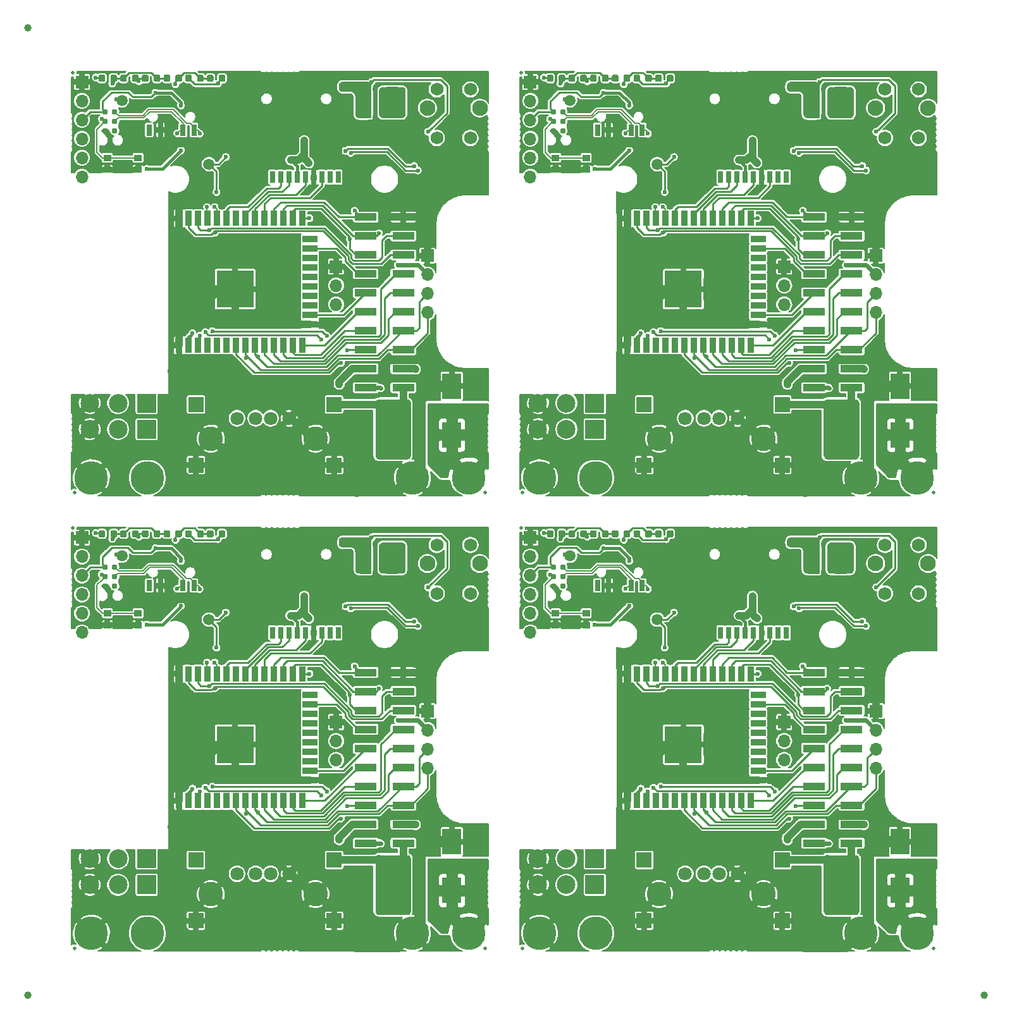
<source format=gtl>
G04 #@! TF.GenerationSoftware,KiCad,Pcbnew,5.1.0*
G04 #@! TF.CreationDate,2019-04-11T17:34:40+02:00*
G04 #@! TF.ProjectId,output.KXKM_battery_module_PANEL,6f757470-7574-42e4-9b58-4b4d5f626174,2.0*
G04 #@! TF.SameCoordinates,PX623a7c0PY839b680*
G04 #@! TF.FileFunction,Copper,L1,Top*
G04 #@! TF.FilePolarity,Positive*
%FSLAX46Y46*%
G04 Gerber Fmt 4.6, Leading zero omitted, Abs format (unit mm)*
G04 Created by KiCad (PCBNEW 5.1.0) date 2019-04-11 17:34:40*
%MOMM*%
%LPD*%
G04 APERTURE LIST*
%ADD10C,4.500880*%
%ADD11C,0.787400*%
%ADD12C,0.100000*%
%ADD13C,0.875000*%
%ADD14R,1.200000X2.200000*%
%ADD15R,0.700000X1.600000*%
%ADD16R,1.200000X1.400000*%
%ADD17R,1.600000X1.400000*%
%ADD18C,1.500000*%
%ADD19C,0.500000*%
%ADD20C,2.100000*%
%ADD21C,1.750000*%
%ADD22R,1.000000X0.900000*%
%ADD23R,0.700000X1.500000*%
%ADD24R,1.000000X0.800000*%
%ADD25R,2.000000X2.000000*%
%ADD26R,5.000000X5.000000*%
%ADD27R,0.900000X2.000000*%
%ADD28R,2.000000X0.900000*%
%ADD29R,2.500000X2.500000*%
%ADD30C,2.500000*%
%ADD31R,3.000000X1.000000*%
%ADD32R,1.700000X1.700000*%
%ADD33O,1.700000X1.700000*%
%ADD34C,1.800000*%
%ADD35C,3.300000*%
%ADD36R,1.500000X4.200000*%
%ADD37R,2.500000X3.500000*%
%ADD38C,1.000000*%
%ADD39C,0.600000*%
%ADD40C,0.400000*%
%ADD41C,1.500000*%
%ADD42C,0.250000*%
%ADD43C,1.000000*%
%ADD44C,2.500000*%
%ADD45C,0.150000*%
%ADD46C,0.600000*%
%ADD47C,0.200000*%
G04 APERTURE END LIST*
D10*
X36500000Y49250000D03*
D11*
X-4635000Y98270000D03*
X-3365000Y98270000D03*
X-4635000Y97000000D03*
X-3365000Y97000000D03*
X-4635000Y95730000D03*
X-3365000Y95730000D03*
D12*
G36*
X-3272309Y103223947D02*
G01*
X-3251074Y103220797D01*
X-3230250Y103215581D01*
X-3210038Y103208349D01*
X-3190632Y103199170D01*
X-3172219Y103188134D01*
X-3154976Y103175346D01*
X-3139070Y103160930D01*
X-3124654Y103145024D01*
X-3111866Y103127781D01*
X-3100830Y103109368D01*
X-3091651Y103089962D01*
X-3084419Y103069750D01*
X-3079203Y103048926D01*
X-3076053Y103027691D01*
X-3075000Y103006250D01*
X-3075000Y102493750D01*
X-3076053Y102472309D01*
X-3079203Y102451074D01*
X-3084419Y102430250D01*
X-3091651Y102410038D01*
X-3100830Y102390632D01*
X-3111866Y102372219D01*
X-3124654Y102354976D01*
X-3139070Y102339070D01*
X-3154976Y102324654D01*
X-3172219Y102311866D01*
X-3190632Y102300830D01*
X-3210038Y102291651D01*
X-3230250Y102284419D01*
X-3251074Y102279203D01*
X-3272309Y102276053D01*
X-3293750Y102275000D01*
X-3731250Y102275000D01*
X-3752691Y102276053D01*
X-3773926Y102279203D01*
X-3794750Y102284419D01*
X-3814962Y102291651D01*
X-3834368Y102300830D01*
X-3852781Y102311866D01*
X-3870024Y102324654D01*
X-3885930Y102339070D01*
X-3900346Y102354976D01*
X-3913134Y102372219D01*
X-3924170Y102390632D01*
X-3933349Y102410038D01*
X-3940581Y102430250D01*
X-3945797Y102451074D01*
X-3948947Y102472309D01*
X-3950000Y102493750D01*
X-3950000Y103006250D01*
X-3948947Y103027691D01*
X-3945797Y103048926D01*
X-3940581Y103069750D01*
X-3933349Y103089962D01*
X-3924170Y103109368D01*
X-3913134Y103127781D01*
X-3900346Y103145024D01*
X-3885930Y103160930D01*
X-3870024Y103175346D01*
X-3852781Y103188134D01*
X-3834368Y103199170D01*
X-3814962Y103208349D01*
X-3794750Y103215581D01*
X-3773926Y103220797D01*
X-3752691Y103223947D01*
X-3731250Y103225000D01*
X-3293750Y103225000D01*
X-3272309Y103223947D01*
X-3272309Y103223947D01*
G37*
D13*
X-3512500Y102750000D03*
D12*
G36*
X-4847309Y103223947D02*
G01*
X-4826074Y103220797D01*
X-4805250Y103215581D01*
X-4785038Y103208349D01*
X-4765632Y103199170D01*
X-4747219Y103188134D01*
X-4729976Y103175346D01*
X-4714070Y103160930D01*
X-4699654Y103145024D01*
X-4686866Y103127781D01*
X-4675830Y103109368D01*
X-4666651Y103089962D01*
X-4659419Y103069750D01*
X-4654203Y103048926D01*
X-4651053Y103027691D01*
X-4650000Y103006250D01*
X-4650000Y102493750D01*
X-4651053Y102472309D01*
X-4654203Y102451074D01*
X-4659419Y102430250D01*
X-4666651Y102410038D01*
X-4675830Y102390632D01*
X-4686866Y102372219D01*
X-4699654Y102354976D01*
X-4714070Y102339070D01*
X-4729976Y102324654D01*
X-4747219Y102311866D01*
X-4765632Y102300830D01*
X-4785038Y102291651D01*
X-4805250Y102284419D01*
X-4826074Y102279203D01*
X-4847309Y102276053D01*
X-4868750Y102275000D01*
X-5306250Y102275000D01*
X-5327691Y102276053D01*
X-5348926Y102279203D01*
X-5369750Y102284419D01*
X-5389962Y102291651D01*
X-5409368Y102300830D01*
X-5427781Y102311866D01*
X-5445024Y102324654D01*
X-5460930Y102339070D01*
X-5475346Y102354976D01*
X-5488134Y102372219D01*
X-5499170Y102390632D01*
X-5508349Y102410038D01*
X-5515581Y102430250D01*
X-5520797Y102451074D01*
X-5523947Y102472309D01*
X-5525000Y102493750D01*
X-5525000Y103006250D01*
X-5523947Y103027691D01*
X-5520797Y103048926D01*
X-5515581Y103069750D01*
X-5508349Y103089962D01*
X-5499170Y103109368D01*
X-5488134Y103127781D01*
X-5475346Y103145024D01*
X-5460930Y103160930D01*
X-5445024Y103175346D01*
X-5427781Y103188134D01*
X-5409368Y103199170D01*
X-5389962Y103208349D01*
X-5369750Y103215581D01*
X-5348926Y103220797D01*
X-5327691Y103223947D01*
X-5306250Y103225000D01*
X-4868750Y103225000D01*
X-4847309Y103223947D01*
X-4847309Y103223947D01*
G37*
D13*
X-5087500Y102750000D03*
D14*
X27750000Y99600000D03*
D15*
X17750000Y89500000D03*
X18850000Y89500000D03*
X19950000Y89500000D03*
X21050000Y89500000D03*
X22150000Y89500000D03*
X23250000Y89500000D03*
X24350000Y89500000D03*
X25450000Y89500000D03*
X26550000Y89500000D03*
D16*
X27750000Y90000000D03*
D17*
X13150000Y90000000D03*
D14*
X12250000Y99600000D03*
D18*
X9250000Y91250000D03*
D19*
X-9000000Y103500000D03*
D10*
X1000000Y49250000D03*
D20*
X45500000Y98760000D03*
D21*
X44240000Y101250000D03*
X39740000Y101250000D03*
D20*
X38490000Y98760000D03*
D21*
X39740000Y94750000D03*
X44240000Y94750000D03*
D12*
G36*
X2527691Y103223947D02*
G01*
X2548926Y103220797D01*
X2569750Y103215581D01*
X2589962Y103208349D01*
X2609368Y103199170D01*
X2627781Y103188134D01*
X2645024Y103175346D01*
X2660930Y103160930D01*
X2675346Y103145024D01*
X2688134Y103127781D01*
X2699170Y103109368D01*
X2708349Y103089962D01*
X2715581Y103069750D01*
X2720797Y103048926D01*
X2723947Y103027691D01*
X2725000Y103006250D01*
X2725000Y102493750D01*
X2723947Y102472309D01*
X2720797Y102451074D01*
X2715581Y102430250D01*
X2708349Y102410038D01*
X2699170Y102390632D01*
X2688134Y102372219D01*
X2675346Y102354976D01*
X2660930Y102339070D01*
X2645024Y102324654D01*
X2627781Y102311866D01*
X2609368Y102300830D01*
X2589962Y102291651D01*
X2569750Y102284419D01*
X2548926Y102279203D01*
X2527691Y102276053D01*
X2506250Y102275000D01*
X2068750Y102275000D01*
X2047309Y102276053D01*
X2026074Y102279203D01*
X2005250Y102284419D01*
X1985038Y102291651D01*
X1965632Y102300830D01*
X1947219Y102311866D01*
X1929976Y102324654D01*
X1914070Y102339070D01*
X1899654Y102354976D01*
X1886866Y102372219D01*
X1875830Y102390632D01*
X1866651Y102410038D01*
X1859419Y102430250D01*
X1854203Y102451074D01*
X1851053Y102472309D01*
X1850000Y102493750D01*
X1850000Y103006250D01*
X1851053Y103027691D01*
X1854203Y103048926D01*
X1859419Y103069750D01*
X1866651Y103089962D01*
X1875830Y103109368D01*
X1886866Y103127781D01*
X1899654Y103145024D01*
X1914070Y103160930D01*
X1929976Y103175346D01*
X1947219Y103188134D01*
X1965632Y103199170D01*
X1985038Y103208349D01*
X2005250Y103215581D01*
X2026074Y103220797D01*
X2047309Y103223947D01*
X2068750Y103225000D01*
X2506250Y103225000D01*
X2527691Y103223947D01*
X2527691Y103223947D01*
G37*
D13*
X2287500Y102750000D03*
D12*
G36*
X952691Y103223947D02*
G01*
X973926Y103220797D01*
X994750Y103215581D01*
X1014962Y103208349D01*
X1034368Y103199170D01*
X1052781Y103188134D01*
X1070024Y103175346D01*
X1085930Y103160930D01*
X1100346Y103145024D01*
X1113134Y103127781D01*
X1124170Y103109368D01*
X1133349Y103089962D01*
X1140581Y103069750D01*
X1145797Y103048926D01*
X1148947Y103027691D01*
X1150000Y103006250D01*
X1150000Y102493750D01*
X1148947Y102472309D01*
X1145797Y102451074D01*
X1140581Y102430250D01*
X1133349Y102410038D01*
X1124170Y102390632D01*
X1113134Y102372219D01*
X1100346Y102354976D01*
X1085930Y102339070D01*
X1070024Y102324654D01*
X1052781Y102311866D01*
X1034368Y102300830D01*
X1014962Y102291651D01*
X994750Y102284419D01*
X973926Y102279203D01*
X952691Y102276053D01*
X931250Y102275000D01*
X493750Y102275000D01*
X472309Y102276053D01*
X451074Y102279203D01*
X430250Y102284419D01*
X410038Y102291651D01*
X390632Y102300830D01*
X372219Y102311866D01*
X354976Y102324654D01*
X339070Y102339070D01*
X324654Y102354976D01*
X311866Y102372219D01*
X300830Y102390632D01*
X291651Y102410038D01*
X284419Y102430250D01*
X279203Y102451074D01*
X276053Y102472309D01*
X275000Y102493750D01*
X275000Y103006250D01*
X276053Y103027691D01*
X279203Y103048926D01*
X284419Y103069750D01*
X291651Y103089962D01*
X300830Y103109368D01*
X311866Y103127781D01*
X324654Y103145024D01*
X339070Y103160930D01*
X354976Y103175346D01*
X372219Y103188134D01*
X390632Y103199170D01*
X410038Y103208349D01*
X430250Y103215581D01*
X451074Y103220797D01*
X472309Y103223947D01*
X493750Y103225000D01*
X931250Y103225000D01*
X952691Y103223947D01*
X952691Y103223947D01*
G37*
D13*
X712500Y102750000D03*
D22*
X-4350000Y92100000D03*
X-4350000Y90500000D03*
X-250000Y92100000D03*
X-250000Y90500000D03*
D23*
X7250000Y95820000D03*
X5750000Y95820000D03*
X2750000Y95820000D03*
X1250000Y95820000D03*
D24*
X9400000Y98680000D03*
X-900000Y98680000D03*
X-900000Y96470000D03*
X9400000Y96470000D03*
D25*
X26000000Y50940000D03*
X26000000Y59060000D03*
X7500000Y50940000D03*
X7500000Y59060000D03*
D26*
X12750000Y74500000D03*
D27*
X5250000Y67000000D03*
X6520000Y67000000D03*
X7790000Y67000000D03*
X9060000Y67000000D03*
X10330000Y67000000D03*
X11600000Y67000000D03*
X12870000Y67000000D03*
X14140000Y67000000D03*
X15410000Y67000000D03*
X16680000Y67000000D03*
X17950000Y67000000D03*
X19220000Y67000000D03*
X20490000Y67000000D03*
X21760000Y67000000D03*
D28*
X22760000Y69785000D03*
X22760000Y71055000D03*
X22760000Y72325000D03*
X22760000Y73595000D03*
X22760000Y74865000D03*
X22760000Y76135000D03*
X22760000Y77405000D03*
X22760000Y78675000D03*
X22760000Y79945000D03*
X22760000Y81215000D03*
D27*
X21760000Y84000000D03*
X20490000Y84000000D03*
X19220000Y84000000D03*
X17950000Y84000000D03*
X16680000Y84000000D03*
X15410000Y84000000D03*
X14140000Y84000000D03*
X12870000Y84000000D03*
X11600000Y84000000D03*
X10330000Y84000000D03*
X9060000Y84000000D03*
X7790000Y84000000D03*
X6520000Y84000000D03*
X5250000Y84000000D03*
D29*
X900000Y55750000D03*
D30*
X-2910000Y55750000D03*
X-6720000Y55750000D03*
D18*
X-2400000Y99800000D03*
D12*
G36*
X6752691Y103223947D02*
G01*
X6773926Y103220797D01*
X6794750Y103215581D01*
X6814962Y103208349D01*
X6834368Y103199170D01*
X6852781Y103188134D01*
X6870024Y103175346D01*
X6885930Y103160930D01*
X6900346Y103145024D01*
X6913134Y103127781D01*
X6924170Y103109368D01*
X6933349Y103089962D01*
X6940581Y103069750D01*
X6945797Y103048926D01*
X6948947Y103027691D01*
X6950000Y103006250D01*
X6950000Y102493750D01*
X6948947Y102472309D01*
X6945797Y102451074D01*
X6940581Y102430250D01*
X6933349Y102410038D01*
X6924170Y102390632D01*
X6913134Y102372219D01*
X6900346Y102354976D01*
X6885930Y102339070D01*
X6870024Y102324654D01*
X6852781Y102311866D01*
X6834368Y102300830D01*
X6814962Y102291651D01*
X6794750Y102284419D01*
X6773926Y102279203D01*
X6752691Y102276053D01*
X6731250Y102275000D01*
X6293750Y102275000D01*
X6272309Y102276053D01*
X6251074Y102279203D01*
X6230250Y102284419D01*
X6210038Y102291651D01*
X6190632Y102300830D01*
X6172219Y102311866D01*
X6154976Y102324654D01*
X6139070Y102339070D01*
X6124654Y102354976D01*
X6111866Y102372219D01*
X6100830Y102390632D01*
X6091651Y102410038D01*
X6084419Y102430250D01*
X6079203Y102451074D01*
X6076053Y102472309D01*
X6075000Y102493750D01*
X6075000Y103006250D01*
X6076053Y103027691D01*
X6079203Y103048926D01*
X6084419Y103069750D01*
X6091651Y103089962D01*
X6100830Y103109368D01*
X6111866Y103127781D01*
X6124654Y103145024D01*
X6139070Y103160930D01*
X6154976Y103175346D01*
X6172219Y103188134D01*
X6190632Y103199170D01*
X6210038Y103208349D01*
X6230250Y103215581D01*
X6251074Y103220797D01*
X6272309Y103223947D01*
X6293750Y103225000D01*
X6731250Y103225000D01*
X6752691Y103223947D01*
X6752691Y103223947D01*
G37*
D13*
X6512500Y102750000D03*
D12*
G36*
X8327691Y103223947D02*
G01*
X8348926Y103220797D01*
X8369750Y103215581D01*
X8389962Y103208349D01*
X8409368Y103199170D01*
X8427781Y103188134D01*
X8445024Y103175346D01*
X8460930Y103160930D01*
X8475346Y103145024D01*
X8488134Y103127781D01*
X8499170Y103109368D01*
X8508349Y103089962D01*
X8515581Y103069750D01*
X8520797Y103048926D01*
X8523947Y103027691D01*
X8525000Y103006250D01*
X8525000Y102493750D01*
X8523947Y102472309D01*
X8520797Y102451074D01*
X8515581Y102430250D01*
X8508349Y102410038D01*
X8499170Y102390632D01*
X8488134Y102372219D01*
X8475346Y102354976D01*
X8460930Y102339070D01*
X8445024Y102324654D01*
X8427781Y102311866D01*
X8409368Y102300830D01*
X8389962Y102291651D01*
X8369750Y102284419D01*
X8348926Y102279203D01*
X8327691Y102276053D01*
X8306250Y102275000D01*
X7868750Y102275000D01*
X7847309Y102276053D01*
X7826074Y102279203D01*
X7805250Y102284419D01*
X7785038Y102291651D01*
X7765632Y102300830D01*
X7747219Y102311866D01*
X7729976Y102324654D01*
X7714070Y102339070D01*
X7699654Y102354976D01*
X7686866Y102372219D01*
X7675830Y102390632D01*
X7666651Y102410038D01*
X7659419Y102430250D01*
X7654203Y102451074D01*
X7651053Y102472309D01*
X7650000Y102493750D01*
X7650000Y103006250D01*
X7651053Y103027691D01*
X7654203Y103048926D01*
X7659419Y103069750D01*
X7666651Y103089962D01*
X7675830Y103109368D01*
X7686866Y103127781D01*
X7699654Y103145024D01*
X7714070Y103160930D01*
X7729976Y103175346D01*
X7747219Y103188134D01*
X7765632Y103199170D01*
X7785038Y103208349D01*
X7805250Y103215581D01*
X7826074Y103220797D01*
X7847309Y103223947D01*
X7868750Y103225000D01*
X8306250Y103225000D01*
X8327691Y103223947D01*
X8327691Y103223947D01*
G37*
D13*
X8087500Y102750000D03*
D12*
G36*
X-1947309Y103223947D02*
G01*
X-1926074Y103220797D01*
X-1905250Y103215581D01*
X-1885038Y103208349D01*
X-1865632Y103199170D01*
X-1847219Y103188134D01*
X-1829976Y103175346D01*
X-1814070Y103160930D01*
X-1799654Y103145024D01*
X-1786866Y103127781D01*
X-1775830Y103109368D01*
X-1766651Y103089962D01*
X-1759419Y103069750D01*
X-1754203Y103048926D01*
X-1751053Y103027691D01*
X-1750000Y103006250D01*
X-1750000Y102493750D01*
X-1751053Y102472309D01*
X-1754203Y102451074D01*
X-1759419Y102430250D01*
X-1766651Y102410038D01*
X-1775830Y102390632D01*
X-1786866Y102372219D01*
X-1799654Y102354976D01*
X-1814070Y102339070D01*
X-1829976Y102324654D01*
X-1847219Y102311866D01*
X-1865632Y102300830D01*
X-1885038Y102291651D01*
X-1905250Y102284419D01*
X-1926074Y102279203D01*
X-1947309Y102276053D01*
X-1968750Y102275000D01*
X-2406250Y102275000D01*
X-2427691Y102276053D01*
X-2448926Y102279203D01*
X-2469750Y102284419D01*
X-2489962Y102291651D01*
X-2509368Y102300830D01*
X-2527781Y102311866D01*
X-2545024Y102324654D01*
X-2560930Y102339070D01*
X-2575346Y102354976D01*
X-2588134Y102372219D01*
X-2599170Y102390632D01*
X-2608349Y102410038D01*
X-2615581Y102430250D01*
X-2620797Y102451074D01*
X-2623947Y102472309D01*
X-2625000Y102493750D01*
X-2625000Y103006250D01*
X-2623947Y103027691D01*
X-2620797Y103048926D01*
X-2615581Y103069750D01*
X-2608349Y103089962D01*
X-2599170Y103109368D01*
X-2588134Y103127781D01*
X-2575346Y103145024D01*
X-2560930Y103160930D01*
X-2545024Y103175346D01*
X-2527781Y103188134D01*
X-2509368Y103199170D01*
X-2489962Y103208349D01*
X-2469750Y103215581D01*
X-2448926Y103220797D01*
X-2427691Y103223947D01*
X-2406250Y103225000D01*
X-1968750Y103225000D01*
X-1947309Y103223947D01*
X-1947309Y103223947D01*
G37*
D13*
X-2187500Y102750000D03*
D12*
G36*
X-372309Y103223947D02*
G01*
X-351074Y103220797D01*
X-330250Y103215581D01*
X-310038Y103208349D01*
X-290632Y103199170D01*
X-272219Y103188134D01*
X-254976Y103175346D01*
X-239070Y103160930D01*
X-224654Y103145024D01*
X-211866Y103127781D01*
X-200830Y103109368D01*
X-191651Y103089962D01*
X-184419Y103069750D01*
X-179203Y103048926D01*
X-176053Y103027691D01*
X-175000Y103006250D01*
X-175000Y102493750D01*
X-176053Y102472309D01*
X-179203Y102451074D01*
X-184419Y102430250D01*
X-191651Y102410038D01*
X-200830Y102390632D01*
X-211866Y102372219D01*
X-224654Y102354976D01*
X-239070Y102339070D01*
X-254976Y102324654D01*
X-272219Y102311866D01*
X-290632Y102300830D01*
X-310038Y102291651D01*
X-330250Y102284419D01*
X-351074Y102279203D01*
X-372309Y102276053D01*
X-393750Y102275000D01*
X-831250Y102275000D01*
X-852691Y102276053D01*
X-873926Y102279203D01*
X-894750Y102284419D01*
X-914962Y102291651D01*
X-934368Y102300830D01*
X-952781Y102311866D01*
X-970024Y102324654D01*
X-985930Y102339070D01*
X-1000346Y102354976D01*
X-1013134Y102372219D01*
X-1024170Y102390632D01*
X-1033349Y102410038D01*
X-1040581Y102430250D01*
X-1045797Y102451074D01*
X-1048947Y102472309D01*
X-1050000Y102493750D01*
X-1050000Y103006250D01*
X-1048947Y103027691D01*
X-1045797Y103048926D01*
X-1040581Y103069750D01*
X-1033349Y103089962D01*
X-1024170Y103109368D01*
X-1013134Y103127781D01*
X-1000346Y103145024D01*
X-985930Y103160930D01*
X-970024Y103175346D01*
X-952781Y103188134D01*
X-934368Y103199170D01*
X-914962Y103208349D01*
X-894750Y103215581D01*
X-873926Y103220797D01*
X-852691Y103223947D01*
X-831250Y103225000D01*
X-393750Y103225000D01*
X-372309Y103223947D01*
X-372309Y103223947D01*
G37*
D13*
X-612500Y102750000D03*
D31*
X35270000Y84180000D03*
X30230000Y84180000D03*
X35270000Y81640000D03*
X30230000Y81640000D03*
X35270000Y79100000D03*
X30230000Y79100000D03*
X35270000Y76560000D03*
X30230000Y76560000D03*
X35270000Y74020000D03*
X30230000Y74020000D03*
X35270000Y71480000D03*
X30230000Y71480000D03*
X35270000Y68940000D03*
X30230000Y68940000D03*
X35270000Y66400000D03*
X30230000Y66400000D03*
X35270000Y63860000D03*
X30230000Y63860000D03*
X35270000Y61320000D03*
X30230000Y61320000D03*
D32*
X-7750000Y102250000D03*
D33*
X-7750000Y99710000D03*
X-7750000Y97170000D03*
X-7750000Y94630000D03*
X-7750000Y92090000D03*
X-7750000Y89550000D03*
D29*
X900000Y59250000D03*
D30*
X-2910000Y59250000D03*
X-6720000Y59250000D03*
D34*
X20000000Y57210000D03*
X17500000Y57210000D03*
X15500000Y57210000D03*
X13000000Y57210000D03*
D35*
X23500000Y54500000D03*
X9500000Y54500000D03*
D19*
X-8750000Y47250000D03*
D32*
X26250000Y77540000D03*
D33*
X26250000Y75000000D03*
X26250000Y72460000D03*
D10*
X-6500000Y49250000D03*
D33*
X38500000Y71380000D03*
X38500000Y73920000D03*
X38500000Y76460000D03*
D32*
X38500000Y79000000D03*
D12*
G36*
X9652691Y103223947D02*
G01*
X9673926Y103220797D01*
X9694750Y103215581D01*
X9714962Y103208349D01*
X9734368Y103199170D01*
X9752781Y103188134D01*
X9770024Y103175346D01*
X9785930Y103160930D01*
X9800346Y103145024D01*
X9813134Y103127781D01*
X9824170Y103109368D01*
X9833349Y103089962D01*
X9840581Y103069750D01*
X9845797Y103048926D01*
X9848947Y103027691D01*
X9850000Y103006250D01*
X9850000Y102493750D01*
X9848947Y102472309D01*
X9845797Y102451074D01*
X9840581Y102430250D01*
X9833349Y102410038D01*
X9824170Y102390632D01*
X9813134Y102372219D01*
X9800346Y102354976D01*
X9785930Y102339070D01*
X9770024Y102324654D01*
X9752781Y102311866D01*
X9734368Y102300830D01*
X9714962Y102291651D01*
X9694750Y102284419D01*
X9673926Y102279203D01*
X9652691Y102276053D01*
X9631250Y102275000D01*
X9193750Y102275000D01*
X9172309Y102276053D01*
X9151074Y102279203D01*
X9130250Y102284419D01*
X9110038Y102291651D01*
X9090632Y102300830D01*
X9072219Y102311866D01*
X9054976Y102324654D01*
X9039070Y102339070D01*
X9024654Y102354976D01*
X9011866Y102372219D01*
X9000830Y102390632D01*
X8991651Y102410038D01*
X8984419Y102430250D01*
X8979203Y102451074D01*
X8976053Y102472309D01*
X8975000Y102493750D01*
X8975000Y103006250D01*
X8976053Y103027691D01*
X8979203Y103048926D01*
X8984419Y103069750D01*
X8991651Y103089962D01*
X9000830Y103109368D01*
X9011866Y103127781D01*
X9024654Y103145024D01*
X9039070Y103160930D01*
X9054976Y103175346D01*
X9072219Y103188134D01*
X9090632Y103199170D01*
X9110038Y103208349D01*
X9130250Y103215581D01*
X9151074Y103220797D01*
X9172309Y103223947D01*
X9193750Y103225000D01*
X9631250Y103225000D01*
X9652691Y103223947D01*
X9652691Y103223947D01*
G37*
D13*
X9412500Y102750000D03*
D12*
G36*
X11227691Y103223947D02*
G01*
X11248926Y103220797D01*
X11269750Y103215581D01*
X11289962Y103208349D01*
X11309368Y103199170D01*
X11327781Y103188134D01*
X11345024Y103175346D01*
X11360930Y103160930D01*
X11375346Y103145024D01*
X11388134Y103127781D01*
X11399170Y103109368D01*
X11408349Y103089962D01*
X11415581Y103069750D01*
X11420797Y103048926D01*
X11423947Y103027691D01*
X11425000Y103006250D01*
X11425000Y102493750D01*
X11423947Y102472309D01*
X11420797Y102451074D01*
X11415581Y102430250D01*
X11408349Y102410038D01*
X11399170Y102390632D01*
X11388134Y102372219D01*
X11375346Y102354976D01*
X11360930Y102339070D01*
X11345024Y102324654D01*
X11327781Y102311866D01*
X11309368Y102300830D01*
X11289962Y102291651D01*
X11269750Y102284419D01*
X11248926Y102279203D01*
X11227691Y102276053D01*
X11206250Y102275000D01*
X10768750Y102275000D01*
X10747309Y102276053D01*
X10726074Y102279203D01*
X10705250Y102284419D01*
X10685038Y102291651D01*
X10665632Y102300830D01*
X10647219Y102311866D01*
X10629976Y102324654D01*
X10614070Y102339070D01*
X10599654Y102354976D01*
X10586866Y102372219D01*
X10575830Y102390632D01*
X10566651Y102410038D01*
X10559419Y102430250D01*
X10554203Y102451074D01*
X10551053Y102472309D01*
X10550000Y102493750D01*
X10550000Y103006250D01*
X10551053Y103027691D01*
X10554203Y103048926D01*
X10559419Y103069750D01*
X10566651Y103089962D01*
X10575830Y103109368D01*
X10586866Y103127781D01*
X10599654Y103145024D01*
X10614070Y103160930D01*
X10629976Y103175346D01*
X10647219Y103188134D01*
X10665632Y103199170D01*
X10685038Y103208349D01*
X10705250Y103215581D01*
X10726074Y103220797D01*
X10747309Y103223947D01*
X10768750Y103225000D01*
X11206250Y103225000D01*
X11227691Y103223947D01*
X11227691Y103223947D01*
G37*
D13*
X10987500Y102750000D03*
D19*
X46250000Y47250000D03*
D36*
X30200000Y99500000D03*
X33800000Y99500000D03*
D37*
X41750000Y55000000D03*
X41750000Y61500000D03*
D10*
X44000000Y49250000D03*
D12*
G36*
X5427691Y103223947D02*
G01*
X5448926Y103220797D01*
X5469750Y103215581D01*
X5489962Y103208349D01*
X5509368Y103199170D01*
X5527781Y103188134D01*
X5545024Y103175346D01*
X5560930Y103160930D01*
X5575346Y103145024D01*
X5588134Y103127781D01*
X5599170Y103109368D01*
X5608349Y103089962D01*
X5615581Y103069750D01*
X5620797Y103048926D01*
X5623947Y103027691D01*
X5625000Y103006250D01*
X5625000Y102493750D01*
X5623947Y102472309D01*
X5620797Y102451074D01*
X5615581Y102430250D01*
X5608349Y102410038D01*
X5599170Y102390632D01*
X5588134Y102372219D01*
X5575346Y102354976D01*
X5560930Y102339070D01*
X5545024Y102324654D01*
X5527781Y102311866D01*
X5509368Y102300830D01*
X5489962Y102291651D01*
X5469750Y102284419D01*
X5448926Y102279203D01*
X5427691Y102276053D01*
X5406250Y102275000D01*
X4968750Y102275000D01*
X4947309Y102276053D01*
X4926074Y102279203D01*
X4905250Y102284419D01*
X4885038Y102291651D01*
X4865632Y102300830D01*
X4847219Y102311866D01*
X4829976Y102324654D01*
X4814070Y102339070D01*
X4799654Y102354976D01*
X4786866Y102372219D01*
X4775830Y102390632D01*
X4766651Y102410038D01*
X4759419Y102430250D01*
X4754203Y102451074D01*
X4751053Y102472309D01*
X4750000Y102493750D01*
X4750000Y103006250D01*
X4751053Y103027691D01*
X4754203Y103048926D01*
X4759419Y103069750D01*
X4766651Y103089962D01*
X4775830Y103109368D01*
X4786866Y103127781D01*
X4799654Y103145024D01*
X4814070Y103160930D01*
X4829976Y103175346D01*
X4847219Y103188134D01*
X4865632Y103199170D01*
X4885038Y103208349D01*
X4905250Y103215581D01*
X4926074Y103220797D01*
X4947309Y103223947D01*
X4968750Y103225000D01*
X5406250Y103225000D01*
X5427691Y103223947D01*
X5427691Y103223947D01*
G37*
D13*
X5187500Y102750000D03*
D12*
G36*
X3852691Y103223947D02*
G01*
X3873926Y103220797D01*
X3894750Y103215581D01*
X3914962Y103208349D01*
X3934368Y103199170D01*
X3952781Y103188134D01*
X3970024Y103175346D01*
X3985930Y103160930D01*
X4000346Y103145024D01*
X4013134Y103127781D01*
X4024170Y103109368D01*
X4033349Y103089962D01*
X4040581Y103069750D01*
X4045797Y103048926D01*
X4048947Y103027691D01*
X4050000Y103006250D01*
X4050000Y102493750D01*
X4048947Y102472309D01*
X4045797Y102451074D01*
X4040581Y102430250D01*
X4033349Y102410038D01*
X4024170Y102390632D01*
X4013134Y102372219D01*
X4000346Y102354976D01*
X3985930Y102339070D01*
X3970024Y102324654D01*
X3952781Y102311866D01*
X3934368Y102300830D01*
X3914962Y102291651D01*
X3894750Y102284419D01*
X3873926Y102279203D01*
X3852691Y102276053D01*
X3831250Y102275000D01*
X3393750Y102275000D01*
X3372309Y102276053D01*
X3351074Y102279203D01*
X3330250Y102284419D01*
X3310038Y102291651D01*
X3290632Y102300830D01*
X3272219Y102311866D01*
X3254976Y102324654D01*
X3239070Y102339070D01*
X3224654Y102354976D01*
X3211866Y102372219D01*
X3200830Y102390632D01*
X3191651Y102410038D01*
X3184419Y102430250D01*
X3179203Y102451074D01*
X3176053Y102472309D01*
X3175000Y102493750D01*
X3175000Y103006250D01*
X3176053Y103027691D01*
X3179203Y103048926D01*
X3184419Y103069750D01*
X3191651Y103089962D01*
X3200830Y103109368D01*
X3211866Y103127781D01*
X3224654Y103145024D01*
X3239070Y103160930D01*
X3254976Y103175346D01*
X3272219Y103188134D01*
X3290632Y103199170D01*
X3310038Y103208349D01*
X3330250Y103215581D01*
X3351074Y103220797D01*
X3372309Y103223947D01*
X3393750Y103225000D01*
X3831250Y103225000D01*
X3852691Y103223947D01*
X3852691Y103223947D01*
G37*
D13*
X3612500Y102750000D03*
D24*
X69400000Y96470000D03*
X59100000Y96470000D03*
X59100000Y98680000D03*
X69400000Y98680000D03*
D23*
X61250000Y95820000D03*
X62750000Y95820000D03*
X65750000Y95820000D03*
X67250000Y95820000D03*
D12*
G36*
X60952691Y103223947D02*
G01*
X60973926Y103220797D01*
X60994750Y103215581D01*
X61014962Y103208349D01*
X61034368Y103199170D01*
X61052781Y103188134D01*
X61070024Y103175346D01*
X61085930Y103160930D01*
X61100346Y103145024D01*
X61113134Y103127781D01*
X61124170Y103109368D01*
X61133349Y103089962D01*
X61140581Y103069750D01*
X61145797Y103048926D01*
X61148947Y103027691D01*
X61150000Y103006250D01*
X61150000Y102493750D01*
X61148947Y102472309D01*
X61145797Y102451074D01*
X61140581Y102430250D01*
X61133349Y102410038D01*
X61124170Y102390632D01*
X61113134Y102372219D01*
X61100346Y102354976D01*
X61085930Y102339070D01*
X61070024Y102324654D01*
X61052781Y102311866D01*
X61034368Y102300830D01*
X61014962Y102291651D01*
X60994750Y102284419D01*
X60973926Y102279203D01*
X60952691Y102276053D01*
X60931250Y102275000D01*
X60493750Y102275000D01*
X60472309Y102276053D01*
X60451074Y102279203D01*
X60430250Y102284419D01*
X60410038Y102291651D01*
X60390632Y102300830D01*
X60372219Y102311866D01*
X60354976Y102324654D01*
X60339070Y102339070D01*
X60324654Y102354976D01*
X60311866Y102372219D01*
X60300830Y102390632D01*
X60291651Y102410038D01*
X60284419Y102430250D01*
X60279203Y102451074D01*
X60276053Y102472309D01*
X60275000Y102493750D01*
X60275000Y103006250D01*
X60276053Y103027691D01*
X60279203Y103048926D01*
X60284419Y103069750D01*
X60291651Y103089962D01*
X60300830Y103109368D01*
X60311866Y103127781D01*
X60324654Y103145024D01*
X60339070Y103160930D01*
X60354976Y103175346D01*
X60372219Y103188134D01*
X60390632Y103199170D01*
X60410038Y103208349D01*
X60430250Y103215581D01*
X60451074Y103220797D01*
X60472309Y103223947D01*
X60493750Y103225000D01*
X60931250Y103225000D01*
X60952691Y103223947D01*
X60952691Y103223947D01*
G37*
D13*
X60712500Y102750000D03*
D12*
G36*
X62527691Y103223947D02*
G01*
X62548926Y103220797D01*
X62569750Y103215581D01*
X62589962Y103208349D01*
X62609368Y103199170D01*
X62627781Y103188134D01*
X62645024Y103175346D01*
X62660930Y103160930D01*
X62675346Y103145024D01*
X62688134Y103127781D01*
X62699170Y103109368D01*
X62708349Y103089962D01*
X62715581Y103069750D01*
X62720797Y103048926D01*
X62723947Y103027691D01*
X62725000Y103006250D01*
X62725000Y102493750D01*
X62723947Y102472309D01*
X62720797Y102451074D01*
X62715581Y102430250D01*
X62708349Y102410038D01*
X62699170Y102390632D01*
X62688134Y102372219D01*
X62675346Y102354976D01*
X62660930Y102339070D01*
X62645024Y102324654D01*
X62627781Y102311866D01*
X62609368Y102300830D01*
X62589962Y102291651D01*
X62569750Y102284419D01*
X62548926Y102279203D01*
X62527691Y102276053D01*
X62506250Y102275000D01*
X62068750Y102275000D01*
X62047309Y102276053D01*
X62026074Y102279203D01*
X62005250Y102284419D01*
X61985038Y102291651D01*
X61965632Y102300830D01*
X61947219Y102311866D01*
X61929976Y102324654D01*
X61914070Y102339070D01*
X61899654Y102354976D01*
X61886866Y102372219D01*
X61875830Y102390632D01*
X61866651Y102410038D01*
X61859419Y102430250D01*
X61854203Y102451074D01*
X61851053Y102472309D01*
X61850000Y102493750D01*
X61850000Y103006250D01*
X61851053Y103027691D01*
X61854203Y103048926D01*
X61859419Y103069750D01*
X61866651Y103089962D01*
X61875830Y103109368D01*
X61886866Y103127781D01*
X61899654Y103145024D01*
X61914070Y103160930D01*
X61929976Y103175346D01*
X61947219Y103188134D01*
X61965632Y103199170D01*
X61985038Y103208349D01*
X62005250Y103215581D01*
X62026074Y103220797D01*
X62047309Y103223947D01*
X62068750Y103225000D01*
X62506250Y103225000D01*
X62527691Y103223947D01*
X62527691Y103223947D01*
G37*
D13*
X62287500Y102750000D03*
D33*
X52250000Y89550000D03*
X52250000Y92090000D03*
X52250000Y94630000D03*
X52250000Y97170000D03*
X52250000Y99710000D03*
D32*
X52250000Y102250000D03*
D35*
X69500000Y54500000D03*
X83500000Y54500000D03*
D34*
X73000000Y57210000D03*
X75500000Y57210000D03*
X77500000Y57210000D03*
X80000000Y57210000D03*
D22*
X59750000Y90500000D03*
X59750000Y92100000D03*
X55650000Y90500000D03*
X55650000Y92100000D03*
D14*
X72250000Y99600000D03*
D17*
X73150000Y90000000D03*
D16*
X87750000Y90000000D03*
D15*
X86550000Y89500000D03*
X85450000Y89500000D03*
X84350000Y89500000D03*
X83250000Y89500000D03*
X82150000Y89500000D03*
X81050000Y89500000D03*
X79950000Y89500000D03*
X78850000Y89500000D03*
X77750000Y89500000D03*
D14*
X87750000Y99600000D03*
D10*
X61000000Y49250000D03*
D30*
X53280000Y55750000D03*
X57090000Y55750000D03*
D29*
X60900000Y55750000D03*
D18*
X69250000Y91250000D03*
D19*
X51000000Y103500000D03*
D31*
X90230000Y61320000D03*
X95270000Y61320000D03*
X90230000Y63860000D03*
X95270000Y63860000D03*
X90230000Y66400000D03*
X95270000Y66400000D03*
X90230000Y68940000D03*
X95270000Y68940000D03*
X90230000Y71480000D03*
X95270000Y71480000D03*
X90230000Y74020000D03*
X95270000Y74020000D03*
X90230000Y76560000D03*
X95270000Y76560000D03*
X90230000Y79100000D03*
X95270000Y79100000D03*
X90230000Y81640000D03*
X95270000Y81640000D03*
X90230000Y84180000D03*
X95270000Y84180000D03*
D10*
X96500000Y49250000D03*
D21*
X104240000Y94750000D03*
X99740000Y94750000D03*
D20*
X98490000Y98760000D03*
D21*
X99740000Y101250000D03*
X104240000Y101250000D03*
D20*
X105500000Y98760000D03*
D30*
X53280000Y59250000D03*
X57090000Y59250000D03*
D29*
X60900000Y59250000D03*
D33*
X86250000Y72460000D03*
X86250000Y75000000D03*
D32*
X86250000Y77540000D03*
D12*
G36*
X55152691Y103223947D02*
G01*
X55173926Y103220797D01*
X55194750Y103215581D01*
X55214962Y103208349D01*
X55234368Y103199170D01*
X55252781Y103188134D01*
X55270024Y103175346D01*
X55285930Y103160930D01*
X55300346Y103145024D01*
X55313134Y103127781D01*
X55324170Y103109368D01*
X55333349Y103089962D01*
X55340581Y103069750D01*
X55345797Y103048926D01*
X55348947Y103027691D01*
X55350000Y103006250D01*
X55350000Y102493750D01*
X55348947Y102472309D01*
X55345797Y102451074D01*
X55340581Y102430250D01*
X55333349Y102410038D01*
X55324170Y102390632D01*
X55313134Y102372219D01*
X55300346Y102354976D01*
X55285930Y102339070D01*
X55270024Y102324654D01*
X55252781Y102311866D01*
X55234368Y102300830D01*
X55214962Y102291651D01*
X55194750Y102284419D01*
X55173926Y102279203D01*
X55152691Y102276053D01*
X55131250Y102275000D01*
X54693750Y102275000D01*
X54672309Y102276053D01*
X54651074Y102279203D01*
X54630250Y102284419D01*
X54610038Y102291651D01*
X54590632Y102300830D01*
X54572219Y102311866D01*
X54554976Y102324654D01*
X54539070Y102339070D01*
X54524654Y102354976D01*
X54511866Y102372219D01*
X54500830Y102390632D01*
X54491651Y102410038D01*
X54484419Y102430250D01*
X54479203Y102451074D01*
X54476053Y102472309D01*
X54475000Y102493750D01*
X54475000Y103006250D01*
X54476053Y103027691D01*
X54479203Y103048926D01*
X54484419Y103069750D01*
X54491651Y103089962D01*
X54500830Y103109368D01*
X54511866Y103127781D01*
X54524654Y103145024D01*
X54539070Y103160930D01*
X54554976Y103175346D01*
X54572219Y103188134D01*
X54590632Y103199170D01*
X54610038Y103208349D01*
X54630250Y103215581D01*
X54651074Y103220797D01*
X54672309Y103223947D01*
X54693750Y103225000D01*
X55131250Y103225000D01*
X55152691Y103223947D01*
X55152691Y103223947D01*
G37*
D13*
X54912500Y102750000D03*
D12*
G36*
X56727691Y103223947D02*
G01*
X56748926Y103220797D01*
X56769750Y103215581D01*
X56789962Y103208349D01*
X56809368Y103199170D01*
X56827781Y103188134D01*
X56845024Y103175346D01*
X56860930Y103160930D01*
X56875346Y103145024D01*
X56888134Y103127781D01*
X56899170Y103109368D01*
X56908349Y103089962D01*
X56915581Y103069750D01*
X56920797Y103048926D01*
X56923947Y103027691D01*
X56925000Y103006250D01*
X56925000Y102493750D01*
X56923947Y102472309D01*
X56920797Y102451074D01*
X56915581Y102430250D01*
X56908349Y102410038D01*
X56899170Y102390632D01*
X56888134Y102372219D01*
X56875346Y102354976D01*
X56860930Y102339070D01*
X56845024Y102324654D01*
X56827781Y102311866D01*
X56809368Y102300830D01*
X56789962Y102291651D01*
X56769750Y102284419D01*
X56748926Y102279203D01*
X56727691Y102276053D01*
X56706250Y102275000D01*
X56268750Y102275000D01*
X56247309Y102276053D01*
X56226074Y102279203D01*
X56205250Y102284419D01*
X56185038Y102291651D01*
X56165632Y102300830D01*
X56147219Y102311866D01*
X56129976Y102324654D01*
X56114070Y102339070D01*
X56099654Y102354976D01*
X56086866Y102372219D01*
X56075830Y102390632D01*
X56066651Y102410038D01*
X56059419Y102430250D01*
X56054203Y102451074D01*
X56051053Y102472309D01*
X56050000Y102493750D01*
X56050000Y103006250D01*
X56051053Y103027691D01*
X56054203Y103048926D01*
X56059419Y103069750D01*
X56066651Y103089962D01*
X56075830Y103109368D01*
X56086866Y103127781D01*
X56099654Y103145024D01*
X56114070Y103160930D01*
X56129976Y103175346D01*
X56147219Y103188134D01*
X56165632Y103199170D01*
X56185038Y103208349D01*
X56205250Y103215581D01*
X56226074Y103220797D01*
X56247309Y103223947D01*
X56268750Y103225000D01*
X56706250Y103225000D01*
X56727691Y103223947D01*
X56727691Y103223947D01*
G37*
D13*
X56487500Y102750000D03*
D27*
X65250000Y84000000D03*
X66520000Y84000000D03*
X67790000Y84000000D03*
X69060000Y84000000D03*
X70330000Y84000000D03*
X71600000Y84000000D03*
X72870000Y84000000D03*
X74140000Y84000000D03*
X75410000Y84000000D03*
X76680000Y84000000D03*
X77950000Y84000000D03*
X79220000Y84000000D03*
X80490000Y84000000D03*
X81760000Y84000000D03*
D28*
X82760000Y81215000D03*
X82760000Y79945000D03*
X82760000Y78675000D03*
X82760000Y77405000D03*
X82760000Y76135000D03*
X82760000Y74865000D03*
X82760000Y73595000D03*
X82760000Y72325000D03*
X82760000Y71055000D03*
X82760000Y69785000D03*
D27*
X81760000Y67000000D03*
X80490000Y67000000D03*
X79220000Y67000000D03*
X77950000Y67000000D03*
X76680000Y67000000D03*
X75410000Y67000000D03*
X74140000Y67000000D03*
X72870000Y67000000D03*
X71600000Y67000000D03*
X70330000Y67000000D03*
X69060000Y67000000D03*
X67790000Y67000000D03*
X66520000Y67000000D03*
X65250000Y67000000D03*
D26*
X72750000Y74500000D03*
D37*
X101750000Y61500000D03*
X101750000Y55000000D03*
D12*
G36*
X71227691Y103223947D02*
G01*
X71248926Y103220797D01*
X71269750Y103215581D01*
X71289962Y103208349D01*
X71309368Y103199170D01*
X71327781Y103188134D01*
X71345024Y103175346D01*
X71360930Y103160930D01*
X71375346Y103145024D01*
X71388134Y103127781D01*
X71399170Y103109368D01*
X71408349Y103089962D01*
X71415581Y103069750D01*
X71420797Y103048926D01*
X71423947Y103027691D01*
X71425000Y103006250D01*
X71425000Y102493750D01*
X71423947Y102472309D01*
X71420797Y102451074D01*
X71415581Y102430250D01*
X71408349Y102410038D01*
X71399170Y102390632D01*
X71388134Y102372219D01*
X71375346Y102354976D01*
X71360930Y102339070D01*
X71345024Y102324654D01*
X71327781Y102311866D01*
X71309368Y102300830D01*
X71289962Y102291651D01*
X71269750Y102284419D01*
X71248926Y102279203D01*
X71227691Y102276053D01*
X71206250Y102275000D01*
X70768750Y102275000D01*
X70747309Y102276053D01*
X70726074Y102279203D01*
X70705250Y102284419D01*
X70685038Y102291651D01*
X70665632Y102300830D01*
X70647219Y102311866D01*
X70629976Y102324654D01*
X70614070Y102339070D01*
X70599654Y102354976D01*
X70586866Y102372219D01*
X70575830Y102390632D01*
X70566651Y102410038D01*
X70559419Y102430250D01*
X70554203Y102451074D01*
X70551053Y102472309D01*
X70550000Y102493750D01*
X70550000Y103006250D01*
X70551053Y103027691D01*
X70554203Y103048926D01*
X70559419Y103069750D01*
X70566651Y103089962D01*
X70575830Y103109368D01*
X70586866Y103127781D01*
X70599654Y103145024D01*
X70614070Y103160930D01*
X70629976Y103175346D01*
X70647219Y103188134D01*
X70665632Y103199170D01*
X70685038Y103208349D01*
X70705250Y103215581D01*
X70726074Y103220797D01*
X70747309Y103223947D01*
X70768750Y103225000D01*
X71206250Y103225000D01*
X71227691Y103223947D01*
X71227691Y103223947D01*
G37*
D13*
X70987500Y102750000D03*
D12*
G36*
X69652691Y103223947D02*
G01*
X69673926Y103220797D01*
X69694750Y103215581D01*
X69714962Y103208349D01*
X69734368Y103199170D01*
X69752781Y103188134D01*
X69770024Y103175346D01*
X69785930Y103160930D01*
X69800346Y103145024D01*
X69813134Y103127781D01*
X69824170Y103109368D01*
X69833349Y103089962D01*
X69840581Y103069750D01*
X69845797Y103048926D01*
X69848947Y103027691D01*
X69850000Y103006250D01*
X69850000Y102493750D01*
X69848947Y102472309D01*
X69845797Y102451074D01*
X69840581Y102430250D01*
X69833349Y102410038D01*
X69824170Y102390632D01*
X69813134Y102372219D01*
X69800346Y102354976D01*
X69785930Y102339070D01*
X69770024Y102324654D01*
X69752781Y102311866D01*
X69734368Y102300830D01*
X69714962Y102291651D01*
X69694750Y102284419D01*
X69673926Y102279203D01*
X69652691Y102276053D01*
X69631250Y102275000D01*
X69193750Y102275000D01*
X69172309Y102276053D01*
X69151074Y102279203D01*
X69130250Y102284419D01*
X69110038Y102291651D01*
X69090632Y102300830D01*
X69072219Y102311866D01*
X69054976Y102324654D01*
X69039070Y102339070D01*
X69024654Y102354976D01*
X69011866Y102372219D01*
X69000830Y102390632D01*
X68991651Y102410038D01*
X68984419Y102430250D01*
X68979203Y102451074D01*
X68976053Y102472309D01*
X68975000Y102493750D01*
X68975000Y103006250D01*
X68976053Y103027691D01*
X68979203Y103048926D01*
X68984419Y103069750D01*
X68991651Y103089962D01*
X69000830Y103109368D01*
X69011866Y103127781D01*
X69024654Y103145024D01*
X69039070Y103160930D01*
X69054976Y103175346D01*
X69072219Y103188134D01*
X69090632Y103199170D01*
X69110038Y103208349D01*
X69130250Y103215581D01*
X69151074Y103220797D01*
X69172309Y103223947D01*
X69193750Y103225000D01*
X69631250Y103225000D01*
X69652691Y103223947D01*
X69652691Y103223947D01*
G37*
D13*
X69412500Y102750000D03*
D19*
X51250000Y47250000D03*
D10*
X53500000Y49250000D03*
D25*
X67500000Y59060000D03*
X67500000Y50940000D03*
X86000000Y59060000D03*
X86000000Y50940000D03*
D12*
G36*
X59627691Y103223947D02*
G01*
X59648926Y103220797D01*
X59669750Y103215581D01*
X59689962Y103208349D01*
X59709368Y103199170D01*
X59727781Y103188134D01*
X59745024Y103175346D01*
X59760930Y103160930D01*
X59775346Y103145024D01*
X59788134Y103127781D01*
X59799170Y103109368D01*
X59808349Y103089962D01*
X59815581Y103069750D01*
X59820797Y103048926D01*
X59823947Y103027691D01*
X59825000Y103006250D01*
X59825000Y102493750D01*
X59823947Y102472309D01*
X59820797Y102451074D01*
X59815581Y102430250D01*
X59808349Y102410038D01*
X59799170Y102390632D01*
X59788134Y102372219D01*
X59775346Y102354976D01*
X59760930Y102339070D01*
X59745024Y102324654D01*
X59727781Y102311866D01*
X59709368Y102300830D01*
X59689962Y102291651D01*
X59669750Y102284419D01*
X59648926Y102279203D01*
X59627691Y102276053D01*
X59606250Y102275000D01*
X59168750Y102275000D01*
X59147309Y102276053D01*
X59126074Y102279203D01*
X59105250Y102284419D01*
X59085038Y102291651D01*
X59065632Y102300830D01*
X59047219Y102311866D01*
X59029976Y102324654D01*
X59014070Y102339070D01*
X58999654Y102354976D01*
X58986866Y102372219D01*
X58975830Y102390632D01*
X58966651Y102410038D01*
X58959419Y102430250D01*
X58954203Y102451074D01*
X58951053Y102472309D01*
X58950000Y102493750D01*
X58950000Y103006250D01*
X58951053Y103027691D01*
X58954203Y103048926D01*
X58959419Y103069750D01*
X58966651Y103089962D01*
X58975830Y103109368D01*
X58986866Y103127781D01*
X58999654Y103145024D01*
X59014070Y103160930D01*
X59029976Y103175346D01*
X59047219Y103188134D01*
X59065632Y103199170D01*
X59085038Y103208349D01*
X59105250Y103215581D01*
X59126074Y103220797D01*
X59147309Y103223947D01*
X59168750Y103225000D01*
X59606250Y103225000D01*
X59627691Y103223947D01*
X59627691Y103223947D01*
G37*
D13*
X59387500Y102750000D03*
D12*
G36*
X58052691Y103223947D02*
G01*
X58073926Y103220797D01*
X58094750Y103215581D01*
X58114962Y103208349D01*
X58134368Y103199170D01*
X58152781Y103188134D01*
X58170024Y103175346D01*
X58185930Y103160930D01*
X58200346Y103145024D01*
X58213134Y103127781D01*
X58224170Y103109368D01*
X58233349Y103089962D01*
X58240581Y103069750D01*
X58245797Y103048926D01*
X58248947Y103027691D01*
X58250000Y103006250D01*
X58250000Y102493750D01*
X58248947Y102472309D01*
X58245797Y102451074D01*
X58240581Y102430250D01*
X58233349Y102410038D01*
X58224170Y102390632D01*
X58213134Y102372219D01*
X58200346Y102354976D01*
X58185930Y102339070D01*
X58170024Y102324654D01*
X58152781Y102311866D01*
X58134368Y102300830D01*
X58114962Y102291651D01*
X58094750Y102284419D01*
X58073926Y102279203D01*
X58052691Y102276053D01*
X58031250Y102275000D01*
X57593750Y102275000D01*
X57572309Y102276053D01*
X57551074Y102279203D01*
X57530250Y102284419D01*
X57510038Y102291651D01*
X57490632Y102300830D01*
X57472219Y102311866D01*
X57454976Y102324654D01*
X57439070Y102339070D01*
X57424654Y102354976D01*
X57411866Y102372219D01*
X57400830Y102390632D01*
X57391651Y102410038D01*
X57384419Y102430250D01*
X57379203Y102451074D01*
X57376053Y102472309D01*
X57375000Y102493750D01*
X57375000Y103006250D01*
X57376053Y103027691D01*
X57379203Y103048926D01*
X57384419Y103069750D01*
X57391651Y103089962D01*
X57400830Y103109368D01*
X57411866Y103127781D01*
X57424654Y103145024D01*
X57439070Y103160930D01*
X57454976Y103175346D01*
X57472219Y103188134D01*
X57490632Y103199170D01*
X57510038Y103208349D01*
X57530250Y103215581D01*
X57551074Y103220797D01*
X57572309Y103223947D01*
X57593750Y103225000D01*
X58031250Y103225000D01*
X58052691Y103223947D01*
X58052691Y103223947D01*
G37*
D13*
X57812500Y102750000D03*
D32*
X98500000Y79000000D03*
D33*
X98500000Y76460000D03*
X98500000Y73920000D03*
X98500000Y71380000D03*
D12*
G36*
X68327691Y103223947D02*
G01*
X68348926Y103220797D01*
X68369750Y103215581D01*
X68389962Y103208349D01*
X68409368Y103199170D01*
X68427781Y103188134D01*
X68445024Y103175346D01*
X68460930Y103160930D01*
X68475346Y103145024D01*
X68488134Y103127781D01*
X68499170Y103109368D01*
X68508349Y103089962D01*
X68515581Y103069750D01*
X68520797Y103048926D01*
X68523947Y103027691D01*
X68525000Y103006250D01*
X68525000Y102493750D01*
X68523947Y102472309D01*
X68520797Y102451074D01*
X68515581Y102430250D01*
X68508349Y102410038D01*
X68499170Y102390632D01*
X68488134Y102372219D01*
X68475346Y102354976D01*
X68460930Y102339070D01*
X68445024Y102324654D01*
X68427781Y102311866D01*
X68409368Y102300830D01*
X68389962Y102291651D01*
X68369750Y102284419D01*
X68348926Y102279203D01*
X68327691Y102276053D01*
X68306250Y102275000D01*
X67868750Y102275000D01*
X67847309Y102276053D01*
X67826074Y102279203D01*
X67805250Y102284419D01*
X67785038Y102291651D01*
X67765632Y102300830D01*
X67747219Y102311866D01*
X67729976Y102324654D01*
X67714070Y102339070D01*
X67699654Y102354976D01*
X67686866Y102372219D01*
X67675830Y102390632D01*
X67666651Y102410038D01*
X67659419Y102430250D01*
X67654203Y102451074D01*
X67651053Y102472309D01*
X67650000Y102493750D01*
X67650000Y103006250D01*
X67651053Y103027691D01*
X67654203Y103048926D01*
X67659419Y103069750D01*
X67666651Y103089962D01*
X67675830Y103109368D01*
X67686866Y103127781D01*
X67699654Y103145024D01*
X67714070Y103160930D01*
X67729976Y103175346D01*
X67747219Y103188134D01*
X67765632Y103199170D01*
X67785038Y103208349D01*
X67805250Y103215581D01*
X67826074Y103220797D01*
X67847309Y103223947D01*
X67868750Y103225000D01*
X68306250Y103225000D01*
X68327691Y103223947D01*
X68327691Y103223947D01*
G37*
D13*
X68087500Y102750000D03*
D12*
G36*
X66752691Y103223947D02*
G01*
X66773926Y103220797D01*
X66794750Y103215581D01*
X66814962Y103208349D01*
X66834368Y103199170D01*
X66852781Y103188134D01*
X66870024Y103175346D01*
X66885930Y103160930D01*
X66900346Y103145024D01*
X66913134Y103127781D01*
X66924170Y103109368D01*
X66933349Y103089962D01*
X66940581Y103069750D01*
X66945797Y103048926D01*
X66948947Y103027691D01*
X66950000Y103006250D01*
X66950000Y102493750D01*
X66948947Y102472309D01*
X66945797Y102451074D01*
X66940581Y102430250D01*
X66933349Y102410038D01*
X66924170Y102390632D01*
X66913134Y102372219D01*
X66900346Y102354976D01*
X66885930Y102339070D01*
X66870024Y102324654D01*
X66852781Y102311866D01*
X66834368Y102300830D01*
X66814962Y102291651D01*
X66794750Y102284419D01*
X66773926Y102279203D01*
X66752691Y102276053D01*
X66731250Y102275000D01*
X66293750Y102275000D01*
X66272309Y102276053D01*
X66251074Y102279203D01*
X66230250Y102284419D01*
X66210038Y102291651D01*
X66190632Y102300830D01*
X66172219Y102311866D01*
X66154976Y102324654D01*
X66139070Y102339070D01*
X66124654Y102354976D01*
X66111866Y102372219D01*
X66100830Y102390632D01*
X66091651Y102410038D01*
X66084419Y102430250D01*
X66079203Y102451074D01*
X66076053Y102472309D01*
X66075000Y102493750D01*
X66075000Y103006250D01*
X66076053Y103027691D01*
X66079203Y103048926D01*
X66084419Y103069750D01*
X66091651Y103089962D01*
X66100830Y103109368D01*
X66111866Y103127781D01*
X66124654Y103145024D01*
X66139070Y103160930D01*
X66154976Y103175346D01*
X66172219Y103188134D01*
X66190632Y103199170D01*
X66210038Y103208349D01*
X66230250Y103215581D01*
X66251074Y103220797D01*
X66272309Y103223947D01*
X66293750Y103225000D01*
X66731250Y103225000D01*
X66752691Y103223947D01*
X66752691Y103223947D01*
G37*
D13*
X66512500Y102750000D03*
D19*
X106250000Y47250000D03*
D18*
X57600000Y99800000D03*
D12*
G36*
X63852691Y103223947D02*
G01*
X63873926Y103220797D01*
X63894750Y103215581D01*
X63914962Y103208349D01*
X63934368Y103199170D01*
X63952781Y103188134D01*
X63970024Y103175346D01*
X63985930Y103160930D01*
X64000346Y103145024D01*
X64013134Y103127781D01*
X64024170Y103109368D01*
X64033349Y103089962D01*
X64040581Y103069750D01*
X64045797Y103048926D01*
X64048947Y103027691D01*
X64050000Y103006250D01*
X64050000Y102493750D01*
X64048947Y102472309D01*
X64045797Y102451074D01*
X64040581Y102430250D01*
X64033349Y102410038D01*
X64024170Y102390632D01*
X64013134Y102372219D01*
X64000346Y102354976D01*
X63985930Y102339070D01*
X63970024Y102324654D01*
X63952781Y102311866D01*
X63934368Y102300830D01*
X63914962Y102291651D01*
X63894750Y102284419D01*
X63873926Y102279203D01*
X63852691Y102276053D01*
X63831250Y102275000D01*
X63393750Y102275000D01*
X63372309Y102276053D01*
X63351074Y102279203D01*
X63330250Y102284419D01*
X63310038Y102291651D01*
X63290632Y102300830D01*
X63272219Y102311866D01*
X63254976Y102324654D01*
X63239070Y102339070D01*
X63224654Y102354976D01*
X63211866Y102372219D01*
X63200830Y102390632D01*
X63191651Y102410038D01*
X63184419Y102430250D01*
X63179203Y102451074D01*
X63176053Y102472309D01*
X63175000Y102493750D01*
X63175000Y103006250D01*
X63176053Y103027691D01*
X63179203Y103048926D01*
X63184419Y103069750D01*
X63191651Y103089962D01*
X63200830Y103109368D01*
X63211866Y103127781D01*
X63224654Y103145024D01*
X63239070Y103160930D01*
X63254976Y103175346D01*
X63272219Y103188134D01*
X63290632Y103199170D01*
X63310038Y103208349D01*
X63330250Y103215581D01*
X63351074Y103220797D01*
X63372309Y103223947D01*
X63393750Y103225000D01*
X63831250Y103225000D01*
X63852691Y103223947D01*
X63852691Y103223947D01*
G37*
D13*
X63612500Y102750000D03*
D12*
G36*
X65427691Y103223947D02*
G01*
X65448926Y103220797D01*
X65469750Y103215581D01*
X65489962Y103208349D01*
X65509368Y103199170D01*
X65527781Y103188134D01*
X65545024Y103175346D01*
X65560930Y103160930D01*
X65575346Y103145024D01*
X65588134Y103127781D01*
X65599170Y103109368D01*
X65608349Y103089962D01*
X65615581Y103069750D01*
X65620797Y103048926D01*
X65623947Y103027691D01*
X65625000Y103006250D01*
X65625000Y102493750D01*
X65623947Y102472309D01*
X65620797Y102451074D01*
X65615581Y102430250D01*
X65608349Y102410038D01*
X65599170Y102390632D01*
X65588134Y102372219D01*
X65575346Y102354976D01*
X65560930Y102339070D01*
X65545024Y102324654D01*
X65527781Y102311866D01*
X65509368Y102300830D01*
X65489962Y102291651D01*
X65469750Y102284419D01*
X65448926Y102279203D01*
X65427691Y102276053D01*
X65406250Y102275000D01*
X64968750Y102275000D01*
X64947309Y102276053D01*
X64926074Y102279203D01*
X64905250Y102284419D01*
X64885038Y102291651D01*
X64865632Y102300830D01*
X64847219Y102311866D01*
X64829976Y102324654D01*
X64814070Y102339070D01*
X64799654Y102354976D01*
X64786866Y102372219D01*
X64775830Y102390632D01*
X64766651Y102410038D01*
X64759419Y102430250D01*
X64754203Y102451074D01*
X64751053Y102472309D01*
X64750000Y102493750D01*
X64750000Y103006250D01*
X64751053Y103027691D01*
X64754203Y103048926D01*
X64759419Y103069750D01*
X64766651Y103089962D01*
X64775830Y103109368D01*
X64786866Y103127781D01*
X64799654Y103145024D01*
X64814070Y103160930D01*
X64829976Y103175346D01*
X64847219Y103188134D01*
X64865632Y103199170D01*
X64885038Y103208349D01*
X64905250Y103215581D01*
X64926074Y103220797D01*
X64947309Y103223947D01*
X64968750Y103225000D01*
X65406250Y103225000D01*
X65427691Y103223947D01*
X65427691Y103223947D01*
G37*
D13*
X65187500Y102750000D03*
D36*
X93800000Y99500000D03*
X90200000Y99500000D03*
D11*
X56635000Y95730000D03*
X55365000Y95730000D03*
X56635000Y97000000D03*
X55365000Y97000000D03*
X56635000Y98270000D03*
X55365000Y98270000D03*
D10*
X104000000Y49250000D03*
D12*
G36*
X62527691Y42223947D02*
G01*
X62548926Y42220797D01*
X62569750Y42215581D01*
X62589962Y42208349D01*
X62609368Y42199170D01*
X62627781Y42188134D01*
X62645024Y42175346D01*
X62660930Y42160930D01*
X62675346Y42145024D01*
X62688134Y42127781D01*
X62699170Y42109368D01*
X62708349Y42089962D01*
X62715581Y42069750D01*
X62720797Y42048926D01*
X62723947Y42027691D01*
X62725000Y42006250D01*
X62725000Y41493750D01*
X62723947Y41472309D01*
X62720797Y41451074D01*
X62715581Y41430250D01*
X62708349Y41410038D01*
X62699170Y41390632D01*
X62688134Y41372219D01*
X62675346Y41354976D01*
X62660930Y41339070D01*
X62645024Y41324654D01*
X62627781Y41311866D01*
X62609368Y41300830D01*
X62589962Y41291651D01*
X62569750Y41284419D01*
X62548926Y41279203D01*
X62527691Y41276053D01*
X62506250Y41275000D01*
X62068750Y41275000D01*
X62047309Y41276053D01*
X62026074Y41279203D01*
X62005250Y41284419D01*
X61985038Y41291651D01*
X61965632Y41300830D01*
X61947219Y41311866D01*
X61929976Y41324654D01*
X61914070Y41339070D01*
X61899654Y41354976D01*
X61886866Y41372219D01*
X61875830Y41390632D01*
X61866651Y41410038D01*
X61859419Y41430250D01*
X61854203Y41451074D01*
X61851053Y41472309D01*
X61850000Y41493750D01*
X61850000Y42006250D01*
X61851053Y42027691D01*
X61854203Y42048926D01*
X61859419Y42069750D01*
X61866651Y42089962D01*
X61875830Y42109368D01*
X61886866Y42127781D01*
X61899654Y42145024D01*
X61914070Y42160930D01*
X61929976Y42175346D01*
X61947219Y42188134D01*
X61965632Y42199170D01*
X61985038Y42208349D01*
X62005250Y42215581D01*
X62026074Y42220797D01*
X62047309Y42223947D01*
X62068750Y42225000D01*
X62506250Y42225000D01*
X62527691Y42223947D01*
X62527691Y42223947D01*
G37*
D13*
X62287500Y41750000D03*
D12*
G36*
X60952691Y42223947D02*
G01*
X60973926Y42220797D01*
X60994750Y42215581D01*
X61014962Y42208349D01*
X61034368Y42199170D01*
X61052781Y42188134D01*
X61070024Y42175346D01*
X61085930Y42160930D01*
X61100346Y42145024D01*
X61113134Y42127781D01*
X61124170Y42109368D01*
X61133349Y42089962D01*
X61140581Y42069750D01*
X61145797Y42048926D01*
X61148947Y42027691D01*
X61150000Y42006250D01*
X61150000Y41493750D01*
X61148947Y41472309D01*
X61145797Y41451074D01*
X61140581Y41430250D01*
X61133349Y41410038D01*
X61124170Y41390632D01*
X61113134Y41372219D01*
X61100346Y41354976D01*
X61085930Y41339070D01*
X61070024Y41324654D01*
X61052781Y41311866D01*
X61034368Y41300830D01*
X61014962Y41291651D01*
X60994750Y41284419D01*
X60973926Y41279203D01*
X60952691Y41276053D01*
X60931250Y41275000D01*
X60493750Y41275000D01*
X60472309Y41276053D01*
X60451074Y41279203D01*
X60430250Y41284419D01*
X60410038Y41291651D01*
X60390632Y41300830D01*
X60372219Y41311866D01*
X60354976Y41324654D01*
X60339070Y41339070D01*
X60324654Y41354976D01*
X60311866Y41372219D01*
X60300830Y41390632D01*
X60291651Y41410038D01*
X60284419Y41430250D01*
X60279203Y41451074D01*
X60276053Y41472309D01*
X60275000Y41493750D01*
X60275000Y42006250D01*
X60276053Y42027691D01*
X60279203Y42048926D01*
X60284419Y42069750D01*
X60291651Y42089962D01*
X60300830Y42109368D01*
X60311866Y42127781D01*
X60324654Y42145024D01*
X60339070Y42160930D01*
X60354976Y42175346D01*
X60372219Y42188134D01*
X60390632Y42199170D01*
X60410038Y42208349D01*
X60430250Y42215581D01*
X60451074Y42220797D01*
X60472309Y42223947D01*
X60493750Y42225000D01*
X60931250Y42225000D01*
X60952691Y42223947D01*
X60952691Y42223947D01*
G37*
D13*
X60712500Y41750000D03*
D11*
X55365000Y37270000D03*
X56635000Y37270000D03*
X55365000Y36000000D03*
X56635000Y36000000D03*
X55365000Y34730000D03*
X56635000Y34730000D03*
D18*
X57600000Y38800000D03*
D12*
G36*
X56727691Y42223947D02*
G01*
X56748926Y42220797D01*
X56769750Y42215581D01*
X56789962Y42208349D01*
X56809368Y42199170D01*
X56827781Y42188134D01*
X56845024Y42175346D01*
X56860930Y42160930D01*
X56875346Y42145024D01*
X56888134Y42127781D01*
X56899170Y42109368D01*
X56908349Y42089962D01*
X56915581Y42069750D01*
X56920797Y42048926D01*
X56923947Y42027691D01*
X56925000Y42006250D01*
X56925000Y41493750D01*
X56923947Y41472309D01*
X56920797Y41451074D01*
X56915581Y41430250D01*
X56908349Y41410038D01*
X56899170Y41390632D01*
X56888134Y41372219D01*
X56875346Y41354976D01*
X56860930Y41339070D01*
X56845024Y41324654D01*
X56827781Y41311866D01*
X56809368Y41300830D01*
X56789962Y41291651D01*
X56769750Y41284419D01*
X56748926Y41279203D01*
X56727691Y41276053D01*
X56706250Y41275000D01*
X56268750Y41275000D01*
X56247309Y41276053D01*
X56226074Y41279203D01*
X56205250Y41284419D01*
X56185038Y41291651D01*
X56165632Y41300830D01*
X56147219Y41311866D01*
X56129976Y41324654D01*
X56114070Y41339070D01*
X56099654Y41354976D01*
X56086866Y41372219D01*
X56075830Y41390632D01*
X56066651Y41410038D01*
X56059419Y41430250D01*
X56054203Y41451074D01*
X56051053Y41472309D01*
X56050000Y41493750D01*
X56050000Y42006250D01*
X56051053Y42027691D01*
X56054203Y42048926D01*
X56059419Y42069750D01*
X56066651Y42089962D01*
X56075830Y42109368D01*
X56086866Y42127781D01*
X56099654Y42145024D01*
X56114070Y42160930D01*
X56129976Y42175346D01*
X56147219Y42188134D01*
X56165632Y42199170D01*
X56185038Y42208349D01*
X56205250Y42215581D01*
X56226074Y42220797D01*
X56247309Y42223947D01*
X56268750Y42225000D01*
X56706250Y42225000D01*
X56727691Y42223947D01*
X56727691Y42223947D01*
G37*
D13*
X56487500Y41750000D03*
D12*
G36*
X55152691Y42223947D02*
G01*
X55173926Y42220797D01*
X55194750Y42215581D01*
X55214962Y42208349D01*
X55234368Y42199170D01*
X55252781Y42188134D01*
X55270024Y42175346D01*
X55285930Y42160930D01*
X55300346Y42145024D01*
X55313134Y42127781D01*
X55324170Y42109368D01*
X55333349Y42089962D01*
X55340581Y42069750D01*
X55345797Y42048926D01*
X55348947Y42027691D01*
X55350000Y42006250D01*
X55350000Y41493750D01*
X55348947Y41472309D01*
X55345797Y41451074D01*
X55340581Y41430250D01*
X55333349Y41410038D01*
X55324170Y41390632D01*
X55313134Y41372219D01*
X55300346Y41354976D01*
X55285930Y41339070D01*
X55270024Y41324654D01*
X55252781Y41311866D01*
X55234368Y41300830D01*
X55214962Y41291651D01*
X55194750Y41284419D01*
X55173926Y41279203D01*
X55152691Y41276053D01*
X55131250Y41275000D01*
X54693750Y41275000D01*
X54672309Y41276053D01*
X54651074Y41279203D01*
X54630250Y41284419D01*
X54610038Y41291651D01*
X54590632Y41300830D01*
X54572219Y41311866D01*
X54554976Y41324654D01*
X54539070Y41339070D01*
X54524654Y41354976D01*
X54511866Y41372219D01*
X54500830Y41390632D01*
X54491651Y41410038D01*
X54484419Y41430250D01*
X54479203Y41451074D01*
X54476053Y41472309D01*
X54475000Y41493750D01*
X54475000Y42006250D01*
X54476053Y42027691D01*
X54479203Y42048926D01*
X54484419Y42069750D01*
X54491651Y42089962D01*
X54500830Y42109368D01*
X54511866Y42127781D01*
X54524654Y42145024D01*
X54539070Y42160930D01*
X54554976Y42175346D01*
X54572219Y42188134D01*
X54590632Y42199170D01*
X54610038Y42208349D01*
X54630250Y42215581D01*
X54651074Y42220797D01*
X54672309Y42223947D01*
X54693750Y42225000D01*
X55131250Y42225000D01*
X55152691Y42223947D01*
X55152691Y42223947D01*
G37*
D13*
X54912500Y41750000D03*
D20*
X105500000Y37760000D03*
D21*
X104240000Y40250000D03*
X99740000Y40250000D03*
D20*
X98490000Y37760000D03*
D21*
X99740000Y33750000D03*
X104240000Y33750000D03*
D22*
X55650000Y31100000D03*
X55650000Y29500000D03*
X59750000Y31100000D03*
X59750000Y29500000D03*
D34*
X80000000Y-3790000D03*
X77500000Y-3790000D03*
X75500000Y-3790000D03*
X73000000Y-3790000D03*
D35*
X83500000Y-6500000D03*
X69500000Y-6500000D03*
D10*
X96500000Y-11750000D03*
D31*
X95270000Y23180000D03*
X90230000Y23180000D03*
X95270000Y20640000D03*
X90230000Y20640000D03*
X95270000Y18100000D03*
X90230000Y18100000D03*
X95270000Y15560000D03*
X90230000Y15560000D03*
X95270000Y13020000D03*
X90230000Y13020000D03*
X95270000Y10480000D03*
X90230000Y10480000D03*
X95270000Y7940000D03*
X90230000Y7940000D03*
X95270000Y5400000D03*
X90230000Y5400000D03*
X95270000Y2860000D03*
X90230000Y2860000D03*
X95270000Y320000D03*
X90230000Y320000D03*
D36*
X90200000Y38500000D03*
X93800000Y38500000D03*
D10*
X61000000Y-11750000D03*
D19*
X51250000Y-13750000D03*
D12*
G36*
X66752691Y42223947D02*
G01*
X66773926Y42220797D01*
X66794750Y42215581D01*
X66814962Y42208349D01*
X66834368Y42199170D01*
X66852781Y42188134D01*
X66870024Y42175346D01*
X66885930Y42160930D01*
X66900346Y42145024D01*
X66913134Y42127781D01*
X66924170Y42109368D01*
X66933349Y42089962D01*
X66940581Y42069750D01*
X66945797Y42048926D01*
X66948947Y42027691D01*
X66950000Y42006250D01*
X66950000Y41493750D01*
X66948947Y41472309D01*
X66945797Y41451074D01*
X66940581Y41430250D01*
X66933349Y41410038D01*
X66924170Y41390632D01*
X66913134Y41372219D01*
X66900346Y41354976D01*
X66885930Y41339070D01*
X66870024Y41324654D01*
X66852781Y41311866D01*
X66834368Y41300830D01*
X66814962Y41291651D01*
X66794750Y41284419D01*
X66773926Y41279203D01*
X66752691Y41276053D01*
X66731250Y41275000D01*
X66293750Y41275000D01*
X66272309Y41276053D01*
X66251074Y41279203D01*
X66230250Y41284419D01*
X66210038Y41291651D01*
X66190632Y41300830D01*
X66172219Y41311866D01*
X66154976Y41324654D01*
X66139070Y41339070D01*
X66124654Y41354976D01*
X66111866Y41372219D01*
X66100830Y41390632D01*
X66091651Y41410038D01*
X66084419Y41430250D01*
X66079203Y41451074D01*
X66076053Y41472309D01*
X66075000Y41493750D01*
X66075000Y42006250D01*
X66076053Y42027691D01*
X66079203Y42048926D01*
X66084419Y42069750D01*
X66091651Y42089962D01*
X66100830Y42109368D01*
X66111866Y42127781D01*
X66124654Y42145024D01*
X66139070Y42160930D01*
X66154976Y42175346D01*
X66172219Y42188134D01*
X66190632Y42199170D01*
X66210038Y42208349D01*
X66230250Y42215581D01*
X66251074Y42220797D01*
X66272309Y42223947D01*
X66293750Y42225000D01*
X66731250Y42225000D01*
X66752691Y42223947D01*
X66752691Y42223947D01*
G37*
D13*
X66512500Y41750000D03*
D12*
G36*
X68327691Y42223947D02*
G01*
X68348926Y42220797D01*
X68369750Y42215581D01*
X68389962Y42208349D01*
X68409368Y42199170D01*
X68427781Y42188134D01*
X68445024Y42175346D01*
X68460930Y42160930D01*
X68475346Y42145024D01*
X68488134Y42127781D01*
X68499170Y42109368D01*
X68508349Y42089962D01*
X68515581Y42069750D01*
X68520797Y42048926D01*
X68523947Y42027691D01*
X68525000Y42006250D01*
X68525000Y41493750D01*
X68523947Y41472309D01*
X68520797Y41451074D01*
X68515581Y41430250D01*
X68508349Y41410038D01*
X68499170Y41390632D01*
X68488134Y41372219D01*
X68475346Y41354976D01*
X68460930Y41339070D01*
X68445024Y41324654D01*
X68427781Y41311866D01*
X68409368Y41300830D01*
X68389962Y41291651D01*
X68369750Y41284419D01*
X68348926Y41279203D01*
X68327691Y41276053D01*
X68306250Y41275000D01*
X67868750Y41275000D01*
X67847309Y41276053D01*
X67826074Y41279203D01*
X67805250Y41284419D01*
X67785038Y41291651D01*
X67765632Y41300830D01*
X67747219Y41311866D01*
X67729976Y41324654D01*
X67714070Y41339070D01*
X67699654Y41354976D01*
X67686866Y41372219D01*
X67675830Y41390632D01*
X67666651Y41410038D01*
X67659419Y41430250D01*
X67654203Y41451074D01*
X67651053Y41472309D01*
X67650000Y41493750D01*
X67650000Y42006250D01*
X67651053Y42027691D01*
X67654203Y42048926D01*
X67659419Y42069750D01*
X67666651Y42089962D01*
X67675830Y42109368D01*
X67686866Y42127781D01*
X67699654Y42145024D01*
X67714070Y42160930D01*
X67729976Y42175346D01*
X67747219Y42188134D01*
X67765632Y42199170D01*
X67785038Y42208349D01*
X67805250Y42215581D01*
X67826074Y42220797D01*
X67847309Y42223947D01*
X67868750Y42225000D01*
X68306250Y42225000D01*
X68327691Y42223947D01*
X68327691Y42223947D01*
G37*
D13*
X68087500Y41750000D03*
D19*
X106250000Y-13750000D03*
D18*
X69250000Y30250000D03*
D32*
X86250000Y16540000D03*
D33*
X86250000Y14000000D03*
X86250000Y11460000D03*
D14*
X87750000Y38600000D03*
D15*
X77750000Y28500000D03*
X78850000Y28500000D03*
X79950000Y28500000D03*
X81050000Y28500000D03*
X82150000Y28500000D03*
X83250000Y28500000D03*
X84350000Y28500000D03*
X85450000Y28500000D03*
X86550000Y28500000D03*
D16*
X87750000Y29000000D03*
D17*
X73150000Y29000000D03*
D14*
X72250000Y38600000D03*
D29*
X60900000Y-5250000D03*
D30*
X57090000Y-5250000D03*
X53280000Y-5250000D03*
D37*
X101750000Y-6000000D03*
X101750000Y500000D03*
D12*
G36*
X58052691Y42223947D02*
G01*
X58073926Y42220797D01*
X58094750Y42215581D01*
X58114962Y42208349D01*
X58134368Y42199170D01*
X58152781Y42188134D01*
X58170024Y42175346D01*
X58185930Y42160930D01*
X58200346Y42145024D01*
X58213134Y42127781D01*
X58224170Y42109368D01*
X58233349Y42089962D01*
X58240581Y42069750D01*
X58245797Y42048926D01*
X58248947Y42027691D01*
X58250000Y42006250D01*
X58250000Y41493750D01*
X58248947Y41472309D01*
X58245797Y41451074D01*
X58240581Y41430250D01*
X58233349Y41410038D01*
X58224170Y41390632D01*
X58213134Y41372219D01*
X58200346Y41354976D01*
X58185930Y41339070D01*
X58170024Y41324654D01*
X58152781Y41311866D01*
X58134368Y41300830D01*
X58114962Y41291651D01*
X58094750Y41284419D01*
X58073926Y41279203D01*
X58052691Y41276053D01*
X58031250Y41275000D01*
X57593750Y41275000D01*
X57572309Y41276053D01*
X57551074Y41279203D01*
X57530250Y41284419D01*
X57510038Y41291651D01*
X57490632Y41300830D01*
X57472219Y41311866D01*
X57454976Y41324654D01*
X57439070Y41339070D01*
X57424654Y41354976D01*
X57411866Y41372219D01*
X57400830Y41390632D01*
X57391651Y41410038D01*
X57384419Y41430250D01*
X57379203Y41451074D01*
X57376053Y41472309D01*
X57375000Y41493750D01*
X57375000Y42006250D01*
X57376053Y42027691D01*
X57379203Y42048926D01*
X57384419Y42069750D01*
X57391651Y42089962D01*
X57400830Y42109368D01*
X57411866Y42127781D01*
X57424654Y42145024D01*
X57439070Y42160930D01*
X57454976Y42175346D01*
X57472219Y42188134D01*
X57490632Y42199170D01*
X57510038Y42208349D01*
X57530250Y42215581D01*
X57551074Y42220797D01*
X57572309Y42223947D01*
X57593750Y42225000D01*
X58031250Y42225000D01*
X58052691Y42223947D01*
X58052691Y42223947D01*
G37*
D13*
X57812500Y41750000D03*
D12*
G36*
X59627691Y42223947D02*
G01*
X59648926Y42220797D01*
X59669750Y42215581D01*
X59689962Y42208349D01*
X59709368Y42199170D01*
X59727781Y42188134D01*
X59745024Y42175346D01*
X59760930Y42160930D01*
X59775346Y42145024D01*
X59788134Y42127781D01*
X59799170Y42109368D01*
X59808349Y42089962D01*
X59815581Y42069750D01*
X59820797Y42048926D01*
X59823947Y42027691D01*
X59825000Y42006250D01*
X59825000Y41493750D01*
X59823947Y41472309D01*
X59820797Y41451074D01*
X59815581Y41430250D01*
X59808349Y41410038D01*
X59799170Y41390632D01*
X59788134Y41372219D01*
X59775346Y41354976D01*
X59760930Y41339070D01*
X59745024Y41324654D01*
X59727781Y41311866D01*
X59709368Y41300830D01*
X59689962Y41291651D01*
X59669750Y41284419D01*
X59648926Y41279203D01*
X59627691Y41276053D01*
X59606250Y41275000D01*
X59168750Y41275000D01*
X59147309Y41276053D01*
X59126074Y41279203D01*
X59105250Y41284419D01*
X59085038Y41291651D01*
X59065632Y41300830D01*
X59047219Y41311866D01*
X59029976Y41324654D01*
X59014070Y41339070D01*
X58999654Y41354976D01*
X58986866Y41372219D01*
X58975830Y41390632D01*
X58966651Y41410038D01*
X58959419Y41430250D01*
X58954203Y41451074D01*
X58951053Y41472309D01*
X58950000Y41493750D01*
X58950000Y42006250D01*
X58951053Y42027691D01*
X58954203Y42048926D01*
X58959419Y42069750D01*
X58966651Y42089962D01*
X58975830Y42109368D01*
X58986866Y42127781D01*
X58999654Y42145024D01*
X59014070Y42160930D01*
X59029976Y42175346D01*
X59047219Y42188134D01*
X59065632Y42199170D01*
X59085038Y42208349D01*
X59105250Y42215581D01*
X59126074Y42220797D01*
X59147309Y42223947D01*
X59168750Y42225000D01*
X59606250Y42225000D01*
X59627691Y42223947D01*
X59627691Y42223947D01*
G37*
D13*
X59387500Y41750000D03*
D23*
X67250000Y34820000D03*
X65750000Y34820000D03*
X62750000Y34820000D03*
X61250000Y34820000D03*
D24*
X69400000Y37680000D03*
X59100000Y37680000D03*
X59100000Y35470000D03*
X69400000Y35470000D03*
D12*
G36*
X65427691Y42223947D02*
G01*
X65448926Y42220797D01*
X65469750Y42215581D01*
X65489962Y42208349D01*
X65509368Y42199170D01*
X65527781Y42188134D01*
X65545024Y42175346D01*
X65560930Y42160930D01*
X65575346Y42145024D01*
X65588134Y42127781D01*
X65599170Y42109368D01*
X65608349Y42089962D01*
X65615581Y42069750D01*
X65620797Y42048926D01*
X65623947Y42027691D01*
X65625000Y42006250D01*
X65625000Y41493750D01*
X65623947Y41472309D01*
X65620797Y41451074D01*
X65615581Y41430250D01*
X65608349Y41410038D01*
X65599170Y41390632D01*
X65588134Y41372219D01*
X65575346Y41354976D01*
X65560930Y41339070D01*
X65545024Y41324654D01*
X65527781Y41311866D01*
X65509368Y41300830D01*
X65489962Y41291651D01*
X65469750Y41284419D01*
X65448926Y41279203D01*
X65427691Y41276053D01*
X65406250Y41275000D01*
X64968750Y41275000D01*
X64947309Y41276053D01*
X64926074Y41279203D01*
X64905250Y41284419D01*
X64885038Y41291651D01*
X64865632Y41300830D01*
X64847219Y41311866D01*
X64829976Y41324654D01*
X64814070Y41339070D01*
X64799654Y41354976D01*
X64786866Y41372219D01*
X64775830Y41390632D01*
X64766651Y41410038D01*
X64759419Y41430250D01*
X64754203Y41451074D01*
X64751053Y41472309D01*
X64750000Y41493750D01*
X64750000Y42006250D01*
X64751053Y42027691D01*
X64754203Y42048926D01*
X64759419Y42069750D01*
X64766651Y42089962D01*
X64775830Y42109368D01*
X64786866Y42127781D01*
X64799654Y42145024D01*
X64814070Y42160930D01*
X64829976Y42175346D01*
X64847219Y42188134D01*
X64865632Y42199170D01*
X64885038Y42208349D01*
X64905250Y42215581D01*
X64926074Y42220797D01*
X64947309Y42223947D01*
X64968750Y42225000D01*
X65406250Y42225000D01*
X65427691Y42223947D01*
X65427691Y42223947D01*
G37*
D13*
X65187500Y41750000D03*
D12*
G36*
X63852691Y42223947D02*
G01*
X63873926Y42220797D01*
X63894750Y42215581D01*
X63914962Y42208349D01*
X63934368Y42199170D01*
X63952781Y42188134D01*
X63970024Y42175346D01*
X63985930Y42160930D01*
X64000346Y42145024D01*
X64013134Y42127781D01*
X64024170Y42109368D01*
X64033349Y42089962D01*
X64040581Y42069750D01*
X64045797Y42048926D01*
X64048947Y42027691D01*
X64050000Y42006250D01*
X64050000Y41493750D01*
X64048947Y41472309D01*
X64045797Y41451074D01*
X64040581Y41430250D01*
X64033349Y41410038D01*
X64024170Y41390632D01*
X64013134Y41372219D01*
X64000346Y41354976D01*
X63985930Y41339070D01*
X63970024Y41324654D01*
X63952781Y41311866D01*
X63934368Y41300830D01*
X63914962Y41291651D01*
X63894750Y41284419D01*
X63873926Y41279203D01*
X63852691Y41276053D01*
X63831250Y41275000D01*
X63393750Y41275000D01*
X63372309Y41276053D01*
X63351074Y41279203D01*
X63330250Y41284419D01*
X63310038Y41291651D01*
X63290632Y41300830D01*
X63272219Y41311866D01*
X63254976Y41324654D01*
X63239070Y41339070D01*
X63224654Y41354976D01*
X63211866Y41372219D01*
X63200830Y41390632D01*
X63191651Y41410038D01*
X63184419Y41430250D01*
X63179203Y41451074D01*
X63176053Y41472309D01*
X63175000Y41493750D01*
X63175000Y42006250D01*
X63176053Y42027691D01*
X63179203Y42048926D01*
X63184419Y42069750D01*
X63191651Y42089962D01*
X63200830Y42109368D01*
X63211866Y42127781D01*
X63224654Y42145024D01*
X63239070Y42160930D01*
X63254976Y42175346D01*
X63272219Y42188134D01*
X63290632Y42199170D01*
X63310038Y42208349D01*
X63330250Y42215581D01*
X63351074Y42220797D01*
X63372309Y42223947D01*
X63393750Y42225000D01*
X63831250Y42225000D01*
X63852691Y42223947D01*
X63852691Y42223947D01*
G37*
D13*
X63612500Y41750000D03*
D10*
X53500000Y-11750000D03*
D12*
G36*
X69652691Y42223947D02*
G01*
X69673926Y42220797D01*
X69694750Y42215581D01*
X69714962Y42208349D01*
X69734368Y42199170D01*
X69752781Y42188134D01*
X69770024Y42175346D01*
X69785930Y42160930D01*
X69800346Y42145024D01*
X69813134Y42127781D01*
X69824170Y42109368D01*
X69833349Y42089962D01*
X69840581Y42069750D01*
X69845797Y42048926D01*
X69848947Y42027691D01*
X69850000Y42006250D01*
X69850000Y41493750D01*
X69848947Y41472309D01*
X69845797Y41451074D01*
X69840581Y41430250D01*
X69833349Y41410038D01*
X69824170Y41390632D01*
X69813134Y41372219D01*
X69800346Y41354976D01*
X69785930Y41339070D01*
X69770024Y41324654D01*
X69752781Y41311866D01*
X69734368Y41300830D01*
X69714962Y41291651D01*
X69694750Y41284419D01*
X69673926Y41279203D01*
X69652691Y41276053D01*
X69631250Y41275000D01*
X69193750Y41275000D01*
X69172309Y41276053D01*
X69151074Y41279203D01*
X69130250Y41284419D01*
X69110038Y41291651D01*
X69090632Y41300830D01*
X69072219Y41311866D01*
X69054976Y41324654D01*
X69039070Y41339070D01*
X69024654Y41354976D01*
X69011866Y41372219D01*
X69000830Y41390632D01*
X68991651Y41410038D01*
X68984419Y41430250D01*
X68979203Y41451074D01*
X68976053Y41472309D01*
X68975000Y41493750D01*
X68975000Y42006250D01*
X68976053Y42027691D01*
X68979203Y42048926D01*
X68984419Y42069750D01*
X68991651Y42089962D01*
X69000830Y42109368D01*
X69011866Y42127781D01*
X69024654Y42145024D01*
X69039070Y42160930D01*
X69054976Y42175346D01*
X69072219Y42188134D01*
X69090632Y42199170D01*
X69110038Y42208349D01*
X69130250Y42215581D01*
X69151074Y42220797D01*
X69172309Y42223947D01*
X69193750Y42225000D01*
X69631250Y42225000D01*
X69652691Y42223947D01*
X69652691Y42223947D01*
G37*
D13*
X69412500Y41750000D03*
D12*
G36*
X71227691Y42223947D02*
G01*
X71248926Y42220797D01*
X71269750Y42215581D01*
X71289962Y42208349D01*
X71309368Y42199170D01*
X71327781Y42188134D01*
X71345024Y42175346D01*
X71360930Y42160930D01*
X71375346Y42145024D01*
X71388134Y42127781D01*
X71399170Y42109368D01*
X71408349Y42089962D01*
X71415581Y42069750D01*
X71420797Y42048926D01*
X71423947Y42027691D01*
X71425000Y42006250D01*
X71425000Y41493750D01*
X71423947Y41472309D01*
X71420797Y41451074D01*
X71415581Y41430250D01*
X71408349Y41410038D01*
X71399170Y41390632D01*
X71388134Y41372219D01*
X71375346Y41354976D01*
X71360930Y41339070D01*
X71345024Y41324654D01*
X71327781Y41311866D01*
X71309368Y41300830D01*
X71289962Y41291651D01*
X71269750Y41284419D01*
X71248926Y41279203D01*
X71227691Y41276053D01*
X71206250Y41275000D01*
X70768750Y41275000D01*
X70747309Y41276053D01*
X70726074Y41279203D01*
X70705250Y41284419D01*
X70685038Y41291651D01*
X70665632Y41300830D01*
X70647219Y41311866D01*
X70629976Y41324654D01*
X70614070Y41339070D01*
X70599654Y41354976D01*
X70586866Y41372219D01*
X70575830Y41390632D01*
X70566651Y41410038D01*
X70559419Y41430250D01*
X70554203Y41451074D01*
X70551053Y41472309D01*
X70550000Y41493750D01*
X70550000Y42006250D01*
X70551053Y42027691D01*
X70554203Y42048926D01*
X70559419Y42069750D01*
X70566651Y42089962D01*
X70575830Y42109368D01*
X70586866Y42127781D01*
X70599654Y42145024D01*
X70614070Y42160930D01*
X70629976Y42175346D01*
X70647219Y42188134D01*
X70665632Y42199170D01*
X70685038Y42208349D01*
X70705250Y42215581D01*
X70726074Y42220797D01*
X70747309Y42223947D01*
X70768750Y42225000D01*
X71206250Y42225000D01*
X71227691Y42223947D01*
X71227691Y42223947D01*
G37*
D13*
X70987500Y41750000D03*
D19*
X51000000Y42500000D03*
D26*
X72750000Y13500000D03*
D27*
X65250000Y6000000D03*
X66520000Y6000000D03*
X67790000Y6000000D03*
X69060000Y6000000D03*
X70330000Y6000000D03*
X71600000Y6000000D03*
X72870000Y6000000D03*
X74140000Y6000000D03*
X75410000Y6000000D03*
X76680000Y6000000D03*
X77950000Y6000000D03*
X79220000Y6000000D03*
X80490000Y6000000D03*
X81760000Y6000000D03*
D28*
X82760000Y8785000D03*
X82760000Y10055000D03*
X82760000Y11325000D03*
X82760000Y12595000D03*
X82760000Y13865000D03*
X82760000Y15135000D03*
X82760000Y16405000D03*
X82760000Y17675000D03*
X82760000Y18945000D03*
X82760000Y20215000D03*
D27*
X81760000Y23000000D03*
X80490000Y23000000D03*
X79220000Y23000000D03*
X77950000Y23000000D03*
X76680000Y23000000D03*
X75410000Y23000000D03*
X74140000Y23000000D03*
X72870000Y23000000D03*
X71600000Y23000000D03*
X70330000Y23000000D03*
X69060000Y23000000D03*
X67790000Y23000000D03*
X66520000Y23000000D03*
X65250000Y23000000D03*
D33*
X98500000Y10380000D03*
X98500000Y12920000D03*
X98500000Y15460000D03*
D32*
X98500000Y18000000D03*
D25*
X86000000Y-10060000D03*
X86000000Y-1940000D03*
X67500000Y-10060000D03*
X67500000Y-1940000D03*
D29*
X60900000Y-1750000D03*
D30*
X57090000Y-1750000D03*
X53280000Y-1750000D03*
D10*
X104000000Y-11750000D03*
D32*
X52250000Y41250000D03*
D33*
X52250000Y38710000D03*
X52250000Y36170000D03*
X52250000Y33630000D03*
X52250000Y31090000D03*
X52250000Y28550000D03*
X26250000Y11460000D03*
X26250000Y14000000D03*
D32*
X26250000Y16540000D03*
D30*
X-6720000Y-1750000D03*
X-2910000Y-1750000D03*
D29*
X900000Y-1750000D03*
D37*
X41750000Y500000D03*
X41750000Y-6000000D03*
D24*
X9400000Y35470000D03*
X-900000Y35470000D03*
X-900000Y37680000D03*
X9400000Y37680000D03*
D23*
X1250000Y34820000D03*
X2750000Y34820000D03*
X5750000Y34820000D03*
X7250000Y34820000D03*
D35*
X9500000Y-6500000D03*
X23500000Y-6500000D03*
D34*
X13000000Y-3790000D03*
X15500000Y-3790000D03*
X17500000Y-3790000D03*
X20000000Y-3790000D03*
D12*
G36*
X-372309Y42223947D02*
G01*
X-351074Y42220797D01*
X-330250Y42215581D01*
X-310038Y42208349D01*
X-290632Y42199170D01*
X-272219Y42188134D01*
X-254976Y42175346D01*
X-239070Y42160930D01*
X-224654Y42145024D01*
X-211866Y42127781D01*
X-200830Y42109368D01*
X-191651Y42089962D01*
X-184419Y42069750D01*
X-179203Y42048926D01*
X-176053Y42027691D01*
X-175000Y42006250D01*
X-175000Y41493750D01*
X-176053Y41472309D01*
X-179203Y41451074D01*
X-184419Y41430250D01*
X-191651Y41410038D01*
X-200830Y41390632D01*
X-211866Y41372219D01*
X-224654Y41354976D01*
X-239070Y41339070D01*
X-254976Y41324654D01*
X-272219Y41311866D01*
X-290632Y41300830D01*
X-310038Y41291651D01*
X-330250Y41284419D01*
X-351074Y41279203D01*
X-372309Y41276053D01*
X-393750Y41275000D01*
X-831250Y41275000D01*
X-852691Y41276053D01*
X-873926Y41279203D01*
X-894750Y41284419D01*
X-914962Y41291651D01*
X-934368Y41300830D01*
X-952781Y41311866D01*
X-970024Y41324654D01*
X-985930Y41339070D01*
X-1000346Y41354976D01*
X-1013134Y41372219D01*
X-1024170Y41390632D01*
X-1033349Y41410038D01*
X-1040581Y41430250D01*
X-1045797Y41451074D01*
X-1048947Y41472309D01*
X-1050000Y41493750D01*
X-1050000Y42006250D01*
X-1048947Y42027691D01*
X-1045797Y42048926D01*
X-1040581Y42069750D01*
X-1033349Y42089962D01*
X-1024170Y42109368D01*
X-1013134Y42127781D01*
X-1000346Y42145024D01*
X-985930Y42160930D01*
X-970024Y42175346D01*
X-952781Y42188134D01*
X-934368Y42199170D01*
X-914962Y42208349D01*
X-894750Y42215581D01*
X-873926Y42220797D01*
X-852691Y42223947D01*
X-831250Y42225000D01*
X-393750Y42225000D01*
X-372309Y42223947D01*
X-372309Y42223947D01*
G37*
D13*
X-612500Y41750000D03*
D12*
G36*
X-1947309Y42223947D02*
G01*
X-1926074Y42220797D01*
X-1905250Y42215581D01*
X-1885038Y42208349D01*
X-1865632Y42199170D01*
X-1847219Y42188134D01*
X-1829976Y42175346D01*
X-1814070Y42160930D01*
X-1799654Y42145024D01*
X-1786866Y42127781D01*
X-1775830Y42109368D01*
X-1766651Y42089962D01*
X-1759419Y42069750D01*
X-1754203Y42048926D01*
X-1751053Y42027691D01*
X-1750000Y42006250D01*
X-1750000Y41493750D01*
X-1751053Y41472309D01*
X-1754203Y41451074D01*
X-1759419Y41430250D01*
X-1766651Y41410038D01*
X-1775830Y41390632D01*
X-1786866Y41372219D01*
X-1799654Y41354976D01*
X-1814070Y41339070D01*
X-1829976Y41324654D01*
X-1847219Y41311866D01*
X-1865632Y41300830D01*
X-1885038Y41291651D01*
X-1905250Y41284419D01*
X-1926074Y41279203D01*
X-1947309Y41276053D01*
X-1968750Y41275000D01*
X-2406250Y41275000D01*
X-2427691Y41276053D01*
X-2448926Y41279203D01*
X-2469750Y41284419D01*
X-2489962Y41291651D01*
X-2509368Y41300830D01*
X-2527781Y41311866D01*
X-2545024Y41324654D01*
X-2560930Y41339070D01*
X-2575346Y41354976D01*
X-2588134Y41372219D01*
X-2599170Y41390632D01*
X-2608349Y41410038D01*
X-2615581Y41430250D01*
X-2620797Y41451074D01*
X-2623947Y41472309D01*
X-2625000Y41493750D01*
X-2625000Y42006250D01*
X-2623947Y42027691D01*
X-2620797Y42048926D01*
X-2615581Y42069750D01*
X-2608349Y42089962D01*
X-2599170Y42109368D01*
X-2588134Y42127781D01*
X-2575346Y42145024D01*
X-2560930Y42160930D01*
X-2545024Y42175346D01*
X-2527781Y42188134D01*
X-2509368Y42199170D01*
X-2489962Y42208349D01*
X-2469750Y42215581D01*
X-2448926Y42220797D01*
X-2427691Y42223947D01*
X-2406250Y42225000D01*
X-1968750Y42225000D01*
X-1947309Y42223947D01*
X-1947309Y42223947D01*
G37*
D13*
X-2187500Y41750000D03*
D18*
X-2400000Y38800000D03*
D19*
X-9000000Y42500000D03*
D30*
X-6720000Y-5250000D03*
X-2910000Y-5250000D03*
D29*
X900000Y-5250000D03*
D25*
X7500000Y-1940000D03*
X7500000Y-10060000D03*
X26000000Y-1940000D03*
X26000000Y-10060000D03*
D31*
X30230000Y320000D03*
X35270000Y320000D03*
X30230000Y2860000D03*
X35270000Y2860000D03*
X30230000Y5400000D03*
X35270000Y5400000D03*
X30230000Y7940000D03*
X35270000Y7940000D03*
X30230000Y10480000D03*
X35270000Y10480000D03*
X30230000Y13020000D03*
X35270000Y13020000D03*
X30230000Y15560000D03*
X35270000Y15560000D03*
X30230000Y18100000D03*
X35270000Y18100000D03*
X30230000Y20640000D03*
X35270000Y20640000D03*
X30230000Y23180000D03*
X35270000Y23180000D03*
D10*
X1000000Y-11750000D03*
D36*
X33800000Y38500000D03*
X30200000Y38500000D03*
D19*
X-8750000Y-13750000D03*
D14*
X12250000Y38600000D03*
D17*
X13150000Y29000000D03*
D16*
X27750000Y29000000D03*
D15*
X26550000Y28500000D03*
X25450000Y28500000D03*
X24350000Y28500000D03*
X23250000Y28500000D03*
X22150000Y28500000D03*
X21050000Y28500000D03*
X19950000Y28500000D03*
X18850000Y28500000D03*
X17750000Y28500000D03*
D14*
X27750000Y38600000D03*
D32*
X38500000Y18000000D03*
D33*
X38500000Y15460000D03*
X38500000Y12920000D03*
X38500000Y10380000D03*
D19*
X46250000Y-13750000D03*
D12*
G36*
X8327691Y42223947D02*
G01*
X8348926Y42220797D01*
X8369750Y42215581D01*
X8389962Y42208349D01*
X8409368Y42199170D01*
X8427781Y42188134D01*
X8445024Y42175346D01*
X8460930Y42160930D01*
X8475346Y42145024D01*
X8488134Y42127781D01*
X8499170Y42109368D01*
X8508349Y42089962D01*
X8515581Y42069750D01*
X8520797Y42048926D01*
X8523947Y42027691D01*
X8525000Y42006250D01*
X8525000Y41493750D01*
X8523947Y41472309D01*
X8520797Y41451074D01*
X8515581Y41430250D01*
X8508349Y41410038D01*
X8499170Y41390632D01*
X8488134Y41372219D01*
X8475346Y41354976D01*
X8460930Y41339070D01*
X8445024Y41324654D01*
X8427781Y41311866D01*
X8409368Y41300830D01*
X8389962Y41291651D01*
X8369750Y41284419D01*
X8348926Y41279203D01*
X8327691Y41276053D01*
X8306250Y41275000D01*
X7868750Y41275000D01*
X7847309Y41276053D01*
X7826074Y41279203D01*
X7805250Y41284419D01*
X7785038Y41291651D01*
X7765632Y41300830D01*
X7747219Y41311866D01*
X7729976Y41324654D01*
X7714070Y41339070D01*
X7699654Y41354976D01*
X7686866Y41372219D01*
X7675830Y41390632D01*
X7666651Y41410038D01*
X7659419Y41430250D01*
X7654203Y41451074D01*
X7651053Y41472309D01*
X7650000Y41493750D01*
X7650000Y42006250D01*
X7651053Y42027691D01*
X7654203Y42048926D01*
X7659419Y42069750D01*
X7666651Y42089962D01*
X7675830Y42109368D01*
X7686866Y42127781D01*
X7699654Y42145024D01*
X7714070Y42160930D01*
X7729976Y42175346D01*
X7747219Y42188134D01*
X7765632Y42199170D01*
X7785038Y42208349D01*
X7805250Y42215581D01*
X7826074Y42220797D01*
X7847309Y42223947D01*
X7868750Y42225000D01*
X8306250Y42225000D01*
X8327691Y42223947D01*
X8327691Y42223947D01*
G37*
D13*
X8087500Y41750000D03*
D12*
G36*
X6752691Y42223947D02*
G01*
X6773926Y42220797D01*
X6794750Y42215581D01*
X6814962Y42208349D01*
X6834368Y42199170D01*
X6852781Y42188134D01*
X6870024Y42175346D01*
X6885930Y42160930D01*
X6900346Y42145024D01*
X6913134Y42127781D01*
X6924170Y42109368D01*
X6933349Y42089962D01*
X6940581Y42069750D01*
X6945797Y42048926D01*
X6948947Y42027691D01*
X6950000Y42006250D01*
X6950000Y41493750D01*
X6948947Y41472309D01*
X6945797Y41451074D01*
X6940581Y41430250D01*
X6933349Y41410038D01*
X6924170Y41390632D01*
X6913134Y41372219D01*
X6900346Y41354976D01*
X6885930Y41339070D01*
X6870024Y41324654D01*
X6852781Y41311866D01*
X6834368Y41300830D01*
X6814962Y41291651D01*
X6794750Y41284419D01*
X6773926Y41279203D01*
X6752691Y41276053D01*
X6731250Y41275000D01*
X6293750Y41275000D01*
X6272309Y41276053D01*
X6251074Y41279203D01*
X6230250Y41284419D01*
X6210038Y41291651D01*
X6190632Y41300830D01*
X6172219Y41311866D01*
X6154976Y41324654D01*
X6139070Y41339070D01*
X6124654Y41354976D01*
X6111866Y41372219D01*
X6100830Y41390632D01*
X6091651Y41410038D01*
X6084419Y41430250D01*
X6079203Y41451074D01*
X6076053Y41472309D01*
X6075000Y41493750D01*
X6075000Y42006250D01*
X6076053Y42027691D01*
X6079203Y42048926D01*
X6084419Y42069750D01*
X6091651Y42089962D01*
X6100830Y42109368D01*
X6111866Y42127781D01*
X6124654Y42145024D01*
X6139070Y42160930D01*
X6154976Y42175346D01*
X6172219Y42188134D01*
X6190632Y42199170D01*
X6210038Y42208349D01*
X6230250Y42215581D01*
X6251074Y42220797D01*
X6272309Y42223947D01*
X6293750Y42225000D01*
X6731250Y42225000D01*
X6752691Y42223947D01*
X6752691Y42223947D01*
G37*
D13*
X6512500Y41750000D03*
D18*
X9250000Y30250000D03*
D27*
X5250000Y23000000D03*
X6520000Y23000000D03*
X7790000Y23000000D03*
X9060000Y23000000D03*
X10330000Y23000000D03*
X11600000Y23000000D03*
X12870000Y23000000D03*
X14140000Y23000000D03*
X15410000Y23000000D03*
X16680000Y23000000D03*
X17950000Y23000000D03*
X19220000Y23000000D03*
X20490000Y23000000D03*
X21760000Y23000000D03*
D28*
X22760000Y20215000D03*
X22760000Y18945000D03*
X22760000Y17675000D03*
X22760000Y16405000D03*
X22760000Y15135000D03*
X22760000Y13865000D03*
X22760000Y12595000D03*
X22760000Y11325000D03*
X22760000Y10055000D03*
X22760000Y8785000D03*
D27*
X21760000Y6000000D03*
X20490000Y6000000D03*
X19220000Y6000000D03*
X17950000Y6000000D03*
X16680000Y6000000D03*
X15410000Y6000000D03*
X14140000Y6000000D03*
X12870000Y6000000D03*
X11600000Y6000000D03*
X10330000Y6000000D03*
X9060000Y6000000D03*
X7790000Y6000000D03*
X6520000Y6000000D03*
X5250000Y6000000D03*
D26*
X12750000Y13500000D03*
D11*
X-3365000Y34730000D03*
X-4635000Y34730000D03*
X-3365000Y36000000D03*
X-4635000Y36000000D03*
X-3365000Y37270000D03*
X-4635000Y37270000D03*
D10*
X44000000Y-11750000D03*
D33*
X-7750000Y28550000D03*
X-7750000Y31090000D03*
X-7750000Y33630000D03*
X-7750000Y36170000D03*
X-7750000Y38710000D03*
D32*
X-7750000Y41250000D03*
D12*
G36*
X11227691Y42223947D02*
G01*
X11248926Y42220797D01*
X11269750Y42215581D01*
X11289962Y42208349D01*
X11309368Y42199170D01*
X11327781Y42188134D01*
X11345024Y42175346D01*
X11360930Y42160930D01*
X11375346Y42145024D01*
X11388134Y42127781D01*
X11399170Y42109368D01*
X11408349Y42089962D01*
X11415581Y42069750D01*
X11420797Y42048926D01*
X11423947Y42027691D01*
X11425000Y42006250D01*
X11425000Y41493750D01*
X11423947Y41472309D01*
X11420797Y41451074D01*
X11415581Y41430250D01*
X11408349Y41410038D01*
X11399170Y41390632D01*
X11388134Y41372219D01*
X11375346Y41354976D01*
X11360930Y41339070D01*
X11345024Y41324654D01*
X11327781Y41311866D01*
X11309368Y41300830D01*
X11289962Y41291651D01*
X11269750Y41284419D01*
X11248926Y41279203D01*
X11227691Y41276053D01*
X11206250Y41275000D01*
X10768750Y41275000D01*
X10747309Y41276053D01*
X10726074Y41279203D01*
X10705250Y41284419D01*
X10685038Y41291651D01*
X10665632Y41300830D01*
X10647219Y41311866D01*
X10629976Y41324654D01*
X10614070Y41339070D01*
X10599654Y41354976D01*
X10586866Y41372219D01*
X10575830Y41390632D01*
X10566651Y41410038D01*
X10559419Y41430250D01*
X10554203Y41451074D01*
X10551053Y41472309D01*
X10550000Y41493750D01*
X10550000Y42006250D01*
X10551053Y42027691D01*
X10554203Y42048926D01*
X10559419Y42069750D01*
X10566651Y42089962D01*
X10575830Y42109368D01*
X10586866Y42127781D01*
X10599654Y42145024D01*
X10614070Y42160930D01*
X10629976Y42175346D01*
X10647219Y42188134D01*
X10665632Y42199170D01*
X10685038Y42208349D01*
X10705250Y42215581D01*
X10726074Y42220797D01*
X10747309Y42223947D01*
X10768750Y42225000D01*
X11206250Y42225000D01*
X11227691Y42223947D01*
X11227691Y42223947D01*
G37*
D13*
X10987500Y41750000D03*
D12*
G36*
X9652691Y42223947D02*
G01*
X9673926Y42220797D01*
X9694750Y42215581D01*
X9714962Y42208349D01*
X9734368Y42199170D01*
X9752781Y42188134D01*
X9770024Y42175346D01*
X9785930Y42160930D01*
X9800346Y42145024D01*
X9813134Y42127781D01*
X9824170Y42109368D01*
X9833349Y42089962D01*
X9840581Y42069750D01*
X9845797Y42048926D01*
X9848947Y42027691D01*
X9850000Y42006250D01*
X9850000Y41493750D01*
X9848947Y41472309D01*
X9845797Y41451074D01*
X9840581Y41430250D01*
X9833349Y41410038D01*
X9824170Y41390632D01*
X9813134Y41372219D01*
X9800346Y41354976D01*
X9785930Y41339070D01*
X9770024Y41324654D01*
X9752781Y41311866D01*
X9734368Y41300830D01*
X9714962Y41291651D01*
X9694750Y41284419D01*
X9673926Y41279203D01*
X9652691Y41276053D01*
X9631250Y41275000D01*
X9193750Y41275000D01*
X9172309Y41276053D01*
X9151074Y41279203D01*
X9130250Y41284419D01*
X9110038Y41291651D01*
X9090632Y41300830D01*
X9072219Y41311866D01*
X9054976Y41324654D01*
X9039070Y41339070D01*
X9024654Y41354976D01*
X9011866Y41372219D01*
X9000830Y41390632D01*
X8991651Y41410038D01*
X8984419Y41430250D01*
X8979203Y41451074D01*
X8976053Y41472309D01*
X8975000Y41493750D01*
X8975000Y42006250D01*
X8976053Y42027691D01*
X8979203Y42048926D01*
X8984419Y42069750D01*
X8991651Y42089962D01*
X9000830Y42109368D01*
X9011866Y42127781D01*
X9024654Y42145024D01*
X9039070Y42160930D01*
X9054976Y42175346D01*
X9072219Y42188134D01*
X9090632Y42199170D01*
X9110038Y42208349D01*
X9130250Y42215581D01*
X9151074Y42220797D01*
X9172309Y42223947D01*
X9193750Y42225000D01*
X9631250Y42225000D01*
X9652691Y42223947D01*
X9652691Y42223947D01*
G37*
D13*
X9412500Y41750000D03*
D10*
X-6500000Y-11750000D03*
X36500000Y-11750000D03*
D12*
G36*
X-4847309Y42223947D02*
G01*
X-4826074Y42220797D01*
X-4805250Y42215581D01*
X-4785038Y42208349D01*
X-4765632Y42199170D01*
X-4747219Y42188134D01*
X-4729976Y42175346D01*
X-4714070Y42160930D01*
X-4699654Y42145024D01*
X-4686866Y42127781D01*
X-4675830Y42109368D01*
X-4666651Y42089962D01*
X-4659419Y42069750D01*
X-4654203Y42048926D01*
X-4651053Y42027691D01*
X-4650000Y42006250D01*
X-4650000Y41493750D01*
X-4651053Y41472309D01*
X-4654203Y41451074D01*
X-4659419Y41430250D01*
X-4666651Y41410038D01*
X-4675830Y41390632D01*
X-4686866Y41372219D01*
X-4699654Y41354976D01*
X-4714070Y41339070D01*
X-4729976Y41324654D01*
X-4747219Y41311866D01*
X-4765632Y41300830D01*
X-4785038Y41291651D01*
X-4805250Y41284419D01*
X-4826074Y41279203D01*
X-4847309Y41276053D01*
X-4868750Y41275000D01*
X-5306250Y41275000D01*
X-5327691Y41276053D01*
X-5348926Y41279203D01*
X-5369750Y41284419D01*
X-5389962Y41291651D01*
X-5409368Y41300830D01*
X-5427781Y41311866D01*
X-5445024Y41324654D01*
X-5460930Y41339070D01*
X-5475346Y41354976D01*
X-5488134Y41372219D01*
X-5499170Y41390632D01*
X-5508349Y41410038D01*
X-5515581Y41430250D01*
X-5520797Y41451074D01*
X-5523947Y41472309D01*
X-5525000Y41493750D01*
X-5525000Y42006250D01*
X-5523947Y42027691D01*
X-5520797Y42048926D01*
X-5515581Y42069750D01*
X-5508349Y42089962D01*
X-5499170Y42109368D01*
X-5488134Y42127781D01*
X-5475346Y42145024D01*
X-5460930Y42160930D01*
X-5445024Y42175346D01*
X-5427781Y42188134D01*
X-5409368Y42199170D01*
X-5389962Y42208349D01*
X-5369750Y42215581D01*
X-5348926Y42220797D01*
X-5327691Y42223947D01*
X-5306250Y42225000D01*
X-4868750Y42225000D01*
X-4847309Y42223947D01*
X-4847309Y42223947D01*
G37*
D13*
X-5087500Y41750000D03*
D12*
G36*
X-3272309Y42223947D02*
G01*
X-3251074Y42220797D01*
X-3230250Y42215581D01*
X-3210038Y42208349D01*
X-3190632Y42199170D01*
X-3172219Y42188134D01*
X-3154976Y42175346D01*
X-3139070Y42160930D01*
X-3124654Y42145024D01*
X-3111866Y42127781D01*
X-3100830Y42109368D01*
X-3091651Y42089962D01*
X-3084419Y42069750D01*
X-3079203Y42048926D01*
X-3076053Y42027691D01*
X-3075000Y42006250D01*
X-3075000Y41493750D01*
X-3076053Y41472309D01*
X-3079203Y41451074D01*
X-3084419Y41430250D01*
X-3091651Y41410038D01*
X-3100830Y41390632D01*
X-3111866Y41372219D01*
X-3124654Y41354976D01*
X-3139070Y41339070D01*
X-3154976Y41324654D01*
X-3172219Y41311866D01*
X-3190632Y41300830D01*
X-3210038Y41291651D01*
X-3230250Y41284419D01*
X-3251074Y41279203D01*
X-3272309Y41276053D01*
X-3293750Y41275000D01*
X-3731250Y41275000D01*
X-3752691Y41276053D01*
X-3773926Y41279203D01*
X-3794750Y41284419D01*
X-3814962Y41291651D01*
X-3834368Y41300830D01*
X-3852781Y41311866D01*
X-3870024Y41324654D01*
X-3885930Y41339070D01*
X-3900346Y41354976D01*
X-3913134Y41372219D01*
X-3924170Y41390632D01*
X-3933349Y41410038D01*
X-3940581Y41430250D01*
X-3945797Y41451074D01*
X-3948947Y41472309D01*
X-3950000Y41493750D01*
X-3950000Y42006250D01*
X-3948947Y42027691D01*
X-3945797Y42048926D01*
X-3940581Y42069750D01*
X-3933349Y42089962D01*
X-3924170Y42109368D01*
X-3913134Y42127781D01*
X-3900346Y42145024D01*
X-3885930Y42160930D01*
X-3870024Y42175346D01*
X-3852781Y42188134D01*
X-3834368Y42199170D01*
X-3814962Y42208349D01*
X-3794750Y42215581D01*
X-3773926Y42220797D01*
X-3752691Y42223947D01*
X-3731250Y42225000D01*
X-3293750Y42225000D01*
X-3272309Y42223947D01*
X-3272309Y42223947D01*
G37*
D13*
X-3512500Y41750000D03*
D22*
X-250000Y29500000D03*
X-250000Y31100000D03*
X-4350000Y29500000D03*
X-4350000Y31100000D03*
D12*
G36*
X3852691Y42223947D02*
G01*
X3873926Y42220797D01*
X3894750Y42215581D01*
X3914962Y42208349D01*
X3934368Y42199170D01*
X3952781Y42188134D01*
X3970024Y42175346D01*
X3985930Y42160930D01*
X4000346Y42145024D01*
X4013134Y42127781D01*
X4024170Y42109368D01*
X4033349Y42089962D01*
X4040581Y42069750D01*
X4045797Y42048926D01*
X4048947Y42027691D01*
X4050000Y42006250D01*
X4050000Y41493750D01*
X4048947Y41472309D01*
X4045797Y41451074D01*
X4040581Y41430250D01*
X4033349Y41410038D01*
X4024170Y41390632D01*
X4013134Y41372219D01*
X4000346Y41354976D01*
X3985930Y41339070D01*
X3970024Y41324654D01*
X3952781Y41311866D01*
X3934368Y41300830D01*
X3914962Y41291651D01*
X3894750Y41284419D01*
X3873926Y41279203D01*
X3852691Y41276053D01*
X3831250Y41275000D01*
X3393750Y41275000D01*
X3372309Y41276053D01*
X3351074Y41279203D01*
X3330250Y41284419D01*
X3310038Y41291651D01*
X3290632Y41300830D01*
X3272219Y41311866D01*
X3254976Y41324654D01*
X3239070Y41339070D01*
X3224654Y41354976D01*
X3211866Y41372219D01*
X3200830Y41390632D01*
X3191651Y41410038D01*
X3184419Y41430250D01*
X3179203Y41451074D01*
X3176053Y41472309D01*
X3175000Y41493750D01*
X3175000Y42006250D01*
X3176053Y42027691D01*
X3179203Y42048926D01*
X3184419Y42069750D01*
X3191651Y42089962D01*
X3200830Y42109368D01*
X3211866Y42127781D01*
X3224654Y42145024D01*
X3239070Y42160930D01*
X3254976Y42175346D01*
X3272219Y42188134D01*
X3290632Y42199170D01*
X3310038Y42208349D01*
X3330250Y42215581D01*
X3351074Y42220797D01*
X3372309Y42223947D01*
X3393750Y42225000D01*
X3831250Y42225000D01*
X3852691Y42223947D01*
X3852691Y42223947D01*
G37*
D13*
X3612500Y41750000D03*
D12*
G36*
X5427691Y42223947D02*
G01*
X5448926Y42220797D01*
X5469750Y42215581D01*
X5489962Y42208349D01*
X5509368Y42199170D01*
X5527781Y42188134D01*
X5545024Y42175346D01*
X5560930Y42160930D01*
X5575346Y42145024D01*
X5588134Y42127781D01*
X5599170Y42109368D01*
X5608349Y42089962D01*
X5615581Y42069750D01*
X5620797Y42048926D01*
X5623947Y42027691D01*
X5625000Y42006250D01*
X5625000Y41493750D01*
X5623947Y41472309D01*
X5620797Y41451074D01*
X5615581Y41430250D01*
X5608349Y41410038D01*
X5599170Y41390632D01*
X5588134Y41372219D01*
X5575346Y41354976D01*
X5560930Y41339070D01*
X5545024Y41324654D01*
X5527781Y41311866D01*
X5509368Y41300830D01*
X5489962Y41291651D01*
X5469750Y41284419D01*
X5448926Y41279203D01*
X5427691Y41276053D01*
X5406250Y41275000D01*
X4968750Y41275000D01*
X4947309Y41276053D01*
X4926074Y41279203D01*
X4905250Y41284419D01*
X4885038Y41291651D01*
X4865632Y41300830D01*
X4847219Y41311866D01*
X4829976Y41324654D01*
X4814070Y41339070D01*
X4799654Y41354976D01*
X4786866Y41372219D01*
X4775830Y41390632D01*
X4766651Y41410038D01*
X4759419Y41430250D01*
X4754203Y41451074D01*
X4751053Y41472309D01*
X4750000Y41493750D01*
X4750000Y42006250D01*
X4751053Y42027691D01*
X4754203Y42048926D01*
X4759419Y42069750D01*
X4766651Y42089962D01*
X4775830Y42109368D01*
X4786866Y42127781D01*
X4799654Y42145024D01*
X4814070Y42160930D01*
X4829976Y42175346D01*
X4847219Y42188134D01*
X4865632Y42199170D01*
X4885038Y42208349D01*
X4905250Y42215581D01*
X4926074Y42220797D01*
X4947309Y42223947D01*
X4968750Y42225000D01*
X5406250Y42225000D01*
X5427691Y42223947D01*
X5427691Y42223947D01*
G37*
D13*
X5187500Y41750000D03*
D21*
X44240000Y33750000D03*
X39740000Y33750000D03*
D20*
X38490000Y37760000D03*
D21*
X39740000Y40250000D03*
X44240000Y40250000D03*
D20*
X45500000Y37760000D03*
D12*
G36*
X952691Y42223947D02*
G01*
X973926Y42220797D01*
X994750Y42215581D01*
X1014962Y42208349D01*
X1034368Y42199170D01*
X1052781Y42188134D01*
X1070024Y42175346D01*
X1085930Y42160930D01*
X1100346Y42145024D01*
X1113134Y42127781D01*
X1124170Y42109368D01*
X1133349Y42089962D01*
X1140581Y42069750D01*
X1145797Y42048926D01*
X1148947Y42027691D01*
X1150000Y42006250D01*
X1150000Y41493750D01*
X1148947Y41472309D01*
X1145797Y41451074D01*
X1140581Y41430250D01*
X1133349Y41410038D01*
X1124170Y41390632D01*
X1113134Y41372219D01*
X1100346Y41354976D01*
X1085930Y41339070D01*
X1070024Y41324654D01*
X1052781Y41311866D01*
X1034368Y41300830D01*
X1014962Y41291651D01*
X994750Y41284419D01*
X973926Y41279203D01*
X952691Y41276053D01*
X931250Y41275000D01*
X493750Y41275000D01*
X472309Y41276053D01*
X451074Y41279203D01*
X430250Y41284419D01*
X410038Y41291651D01*
X390632Y41300830D01*
X372219Y41311866D01*
X354976Y41324654D01*
X339070Y41339070D01*
X324654Y41354976D01*
X311866Y41372219D01*
X300830Y41390632D01*
X291651Y41410038D01*
X284419Y41430250D01*
X279203Y41451074D01*
X276053Y41472309D01*
X275000Y41493750D01*
X275000Y42006250D01*
X276053Y42027691D01*
X279203Y42048926D01*
X284419Y42069750D01*
X291651Y42089962D01*
X300830Y42109368D01*
X311866Y42127781D01*
X324654Y42145024D01*
X339070Y42160930D01*
X354976Y42175346D01*
X372219Y42188134D01*
X390632Y42199170D01*
X410038Y42208349D01*
X430250Y42215581D01*
X451074Y42220797D01*
X472309Y42223947D01*
X493750Y42225000D01*
X931250Y42225000D01*
X952691Y42223947D01*
X952691Y42223947D01*
G37*
D13*
X712500Y41750000D03*
D12*
G36*
X2527691Y42223947D02*
G01*
X2548926Y42220797D01*
X2569750Y42215581D01*
X2589962Y42208349D01*
X2609368Y42199170D01*
X2627781Y42188134D01*
X2645024Y42175346D01*
X2660930Y42160930D01*
X2675346Y42145024D01*
X2688134Y42127781D01*
X2699170Y42109368D01*
X2708349Y42089962D01*
X2715581Y42069750D01*
X2720797Y42048926D01*
X2723947Y42027691D01*
X2725000Y42006250D01*
X2725000Y41493750D01*
X2723947Y41472309D01*
X2720797Y41451074D01*
X2715581Y41430250D01*
X2708349Y41410038D01*
X2699170Y41390632D01*
X2688134Y41372219D01*
X2675346Y41354976D01*
X2660930Y41339070D01*
X2645024Y41324654D01*
X2627781Y41311866D01*
X2609368Y41300830D01*
X2589962Y41291651D01*
X2569750Y41284419D01*
X2548926Y41279203D01*
X2527691Y41276053D01*
X2506250Y41275000D01*
X2068750Y41275000D01*
X2047309Y41276053D01*
X2026074Y41279203D01*
X2005250Y41284419D01*
X1985038Y41291651D01*
X1965632Y41300830D01*
X1947219Y41311866D01*
X1929976Y41324654D01*
X1914070Y41339070D01*
X1899654Y41354976D01*
X1886866Y41372219D01*
X1875830Y41390632D01*
X1866651Y41410038D01*
X1859419Y41430250D01*
X1854203Y41451074D01*
X1851053Y41472309D01*
X1850000Y41493750D01*
X1850000Y42006250D01*
X1851053Y42027691D01*
X1854203Y42048926D01*
X1859419Y42069750D01*
X1866651Y42089962D01*
X1875830Y42109368D01*
X1886866Y42127781D01*
X1899654Y42145024D01*
X1914070Y42160930D01*
X1929976Y42175346D01*
X1947219Y42188134D01*
X1965632Y42199170D01*
X1985038Y42208349D01*
X2005250Y42215581D01*
X2026074Y42220797D01*
X2047309Y42223947D01*
X2068750Y42225000D01*
X2506250Y42225000D01*
X2527691Y42223947D01*
X2527691Y42223947D01*
G37*
D13*
X2287500Y41750000D03*
D38*
X-15000000Y109500000D03*
X113000000Y-20000000D03*
X-15000000Y-20000000D03*
D39*
X27500000Y-10500000D03*
X30250000Y-13250000D03*
X4300000Y8300000D03*
X27728241Y3471759D03*
X23250000Y27250000D03*
X13250000Y-5250000D03*
X29500000Y-8500000D03*
X28375010Y-3500000D03*
X11408022Y4262656D03*
X26500000Y-7000000D03*
X4000000Y2500000D03*
X28500000Y-9500000D03*
X21000000Y-5750000D03*
X28750000Y-4750000D03*
X31250000Y-12250000D03*
X28200000Y36900000D03*
X33000002Y26150010D03*
X32250000Y-11250000D03*
X28200000Y33200000D03*
X-2500000Y35924979D03*
X11064444Y8685556D03*
X36800000Y24100000D03*
X6049988Y7600001D03*
X41500000Y32700000D03*
X35200000Y33475021D03*
X19700000Y1599994D03*
X6900000Y20500000D03*
X30600000Y35500000D03*
X28250005Y35499995D03*
X21000000Y16500000D03*
X8674264Y32749996D03*
X33000000Y15500000D03*
X25400000Y22100000D03*
X32500000Y3000000D03*
X31400026Y40300000D03*
X26000000Y8250000D03*
X37000000Y34750000D03*
X6924614Y24450002D03*
X2074995Y31427075D03*
X27500000Y26900000D03*
X30000000Y30750000D03*
X35500000Y31200000D03*
X37900000Y39800000D03*
X28100000Y22300000D03*
X14250000Y25750000D03*
X-750000Y39999989D03*
X36800000Y26100000D03*
X13250000Y20700000D03*
X28250000Y15250000D03*
X4200000Y19200000D03*
X35250000Y34750000D03*
X26700000Y37700000D03*
X33000000Y19499992D03*
X29250000Y42000000D03*
X39250000Y5999992D03*
X19715000Y8784998D03*
X30600000Y33200000D03*
X5500000Y40000000D03*
X20700001Y20450001D03*
X26800000Y24200000D03*
X24500000Y26000000D03*
X87500000Y26900000D03*
X89250000Y42000000D03*
X73250000Y20700000D03*
X89500000Y-8500000D03*
X85400000Y22100000D03*
X91400026Y40300000D03*
X79715000Y8784998D03*
X64000000Y2500000D03*
X96800000Y26100000D03*
X66900000Y20500000D03*
X90600000Y33200000D03*
X88375010Y-3500000D03*
X87728241Y3471759D03*
X93000000Y15500000D03*
X88500000Y-9500000D03*
X79700000Y1599994D03*
X84500000Y26000000D03*
X66049988Y7600001D03*
X95500000Y31200000D03*
X92500000Y3000000D03*
X71408022Y4262656D03*
X90000000Y30750000D03*
X88750000Y-4750000D03*
X88250005Y35499995D03*
X81000000Y-5750000D03*
X73250000Y-5250000D03*
X90600000Y35500000D03*
X91250000Y-12250000D03*
X90250000Y-13250000D03*
X86000000Y8250000D03*
X64200000Y19200000D03*
X59250000Y39999989D03*
X88200000Y36900000D03*
X57500000Y35924979D03*
X93000002Y26150010D03*
X97000000Y34750000D03*
X93000000Y19499992D03*
X101500000Y32700000D03*
X66924614Y24450002D03*
X96800000Y24100000D03*
X86500000Y-7000000D03*
X95250000Y34750000D03*
X86700000Y37700000D03*
X99250000Y5999992D03*
X83250000Y27250000D03*
X86800000Y24200000D03*
X88100000Y22300000D03*
X71064444Y8685556D03*
X64300000Y8300000D03*
X87500000Y-10500000D03*
X92250000Y-11250000D03*
X88250000Y15250000D03*
X80700001Y20450001D03*
X65500000Y40000000D03*
X62074995Y31427075D03*
X74250000Y25750000D03*
X88200000Y33200000D03*
X97900000Y39800000D03*
X81000000Y16500000D03*
X68674264Y32749996D03*
X95200000Y33475021D03*
X64200000Y80200000D03*
X85400000Y83100000D03*
X89250000Y103000000D03*
X97900000Y100800000D03*
X62074995Y92427075D03*
X88200000Y97900000D03*
X59250000Y100999989D03*
X99250000Y66999992D03*
X57500000Y96924979D03*
X84500000Y87000000D03*
X88750000Y56250000D03*
X88200000Y94200000D03*
X79700000Y62599994D03*
X90250000Y47750000D03*
X73250000Y81700000D03*
X86000000Y69250000D03*
X92250000Y49750000D03*
X97000000Y95750000D03*
X95250000Y95750000D03*
X86700000Y98700000D03*
X93000002Y87150010D03*
X68674264Y93749996D03*
X80700001Y81450001D03*
X96800000Y87100000D03*
X66049988Y68600001D03*
X88250005Y96499995D03*
X88375010Y57500000D03*
X66924614Y85450002D03*
X73250000Y55750000D03*
X90600000Y96500000D03*
X87500000Y50500000D03*
X90600000Y94200000D03*
X74250000Y86750000D03*
X95500000Y92200000D03*
X92500000Y64000000D03*
X66900000Y81500000D03*
X88500000Y51500000D03*
X86500000Y54000000D03*
X83250000Y88250000D03*
X86800000Y85200000D03*
X87728241Y64471759D03*
X64300000Y69300000D03*
X93000000Y80499992D03*
X64000000Y63500000D03*
X91250000Y48750000D03*
X71408022Y65262656D03*
X91400026Y101300000D03*
X90000000Y91750000D03*
X101500000Y93700000D03*
X81000000Y77500000D03*
X93000000Y76500000D03*
X89500000Y52500000D03*
X96800000Y85100000D03*
X95200000Y94475021D03*
X88100000Y83300000D03*
X65500000Y101000000D03*
X88250000Y76250000D03*
X79715000Y69784998D03*
X81000000Y55250000D03*
X71064444Y69685556D03*
X87500000Y87900000D03*
X25400000Y83100000D03*
X26000000Y69250000D03*
X4200000Y80200000D03*
X13250000Y81700000D03*
X37900000Y100800000D03*
X28250005Y96499995D03*
X28100000Y83300000D03*
X5500000Y101000000D03*
X28200000Y97900000D03*
X6049988Y68600001D03*
X35500000Y92200000D03*
X2074995Y92427075D03*
X30250000Y47750000D03*
X36800000Y85100000D03*
X30600000Y94200000D03*
X14250000Y86750000D03*
X27500000Y50500000D03*
X-2500000Y96924979D03*
X11064444Y69685556D03*
X6924614Y85450002D03*
X24500000Y87000000D03*
X36800000Y87100000D03*
X28200000Y94200000D03*
X26700000Y98700000D03*
X20700001Y81450001D03*
X27728241Y64471759D03*
X32250000Y49750000D03*
X28375010Y57500000D03*
X6900000Y81500000D03*
X31250000Y48750000D03*
X11408022Y65262656D03*
X31400026Y101300000D03*
X30000000Y91750000D03*
X19700000Y62599994D03*
X8674264Y93749996D03*
X37000000Y95750000D03*
X33000002Y87150010D03*
X28750000Y56250000D03*
X35250000Y95750000D03*
X30600000Y96500000D03*
X4300000Y69300000D03*
X33000000Y80499992D03*
X29250000Y103000000D03*
X39250000Y66999992D03*
X28500000Y51500000D03*
X26800000Y85200000D03*
X4000000Y63500000D03*
X32500000Y64000000D03*
X26500000Y54000000D03*
X23250000Y88250000D03*
X13250000Y55750000D03*
X35200000Y94475021D03*
X28250000Y76250000D03*
X19715000Y69784998D03*
X21000000Y55250000D03*
X29500000Y52500000D03*
X41500000Y93700000D03*
X-750000Y100999989D03*
X27500000Y87900000D03*
X21000000Y77500000D03*
X33000000Y76500000D03*
X8000000Y7250000D03*
X10250000Y26500000D03*
X11500000Y31200000D03*
X71500000Y31200000D03*
X68000000Y7250000D03*
X70250000Y26500000D03*
X68000000Y68250000D03*
X71500000Y92200000D03*
X70250000Y87500000D03*
X8000000Y68250000D03*
X11500000Y92200000D03*
X10250000Y87500000D03*
X2074979Y39817288D03*
X5500000Y38100000D03*
X38573152Y34578898D03*
X32250000Y250000D03*
X28000000Y40500000D03*
X20200000Y30800000D03*
X22000000Y33400002D03*
X22600000Y30400000D03*
X26943763Y40500000D03*
X7050000Y7600000D03*
X34499998Y16749998D03*
X900000Y29599998D03*
X5500000Y32100071D03*
X31000000Y41250000D03*
X65500000Y38100000D03*
X67050000Y7600000D03*
X94499998Y16749998D03*
X80200000Y30800000D03*
X92250000Y250000D03*
X65500000Y32100071D03*
X60900000Y29599998D03*
X88000000Y40500000D03*
X98573152Y34578898D03*
X82000000Y33400002D03*
X91000000Y41250000D03*
X62074979Y39817288D03*
X86943763Y40500000D03*
X82600000Y30400000D03*
X60900000Y90599998D03*
X86943763Y101500000D03*
X65500000Y99100000D03*
X65500000Y93100071D03*
X92250000Y61250000D03*
X94499998Y77749998D03*
X91000000Y102250000D03*
X98573152Y95578898D03*
X80200000Y91800000D03*
X82000000Y94400002D03*
X82600000Y91400000D03*
X62074979Y100817288D03*
X88000000Y101500000D03*
X67050000Y68600000D03*
X28000000Y101500000D03*
X32250000Y61250000D03*
X34499998Y77749998D03*
X26943763Y101500000D03*
X5500000Y99100000D03*
X20200000Y91800000D03*
X5500000Y93100071D03*
X38573152Y95578898D03*
X2074979Y100817288D03*
X22000000Y94400002D03*
X900000Y90599998D03*
X7050000Y68600000D03*
X22600000Y91400000D03*
X31000000Y102250000D03*
X36900000Y2800000D03*
X96900000Y2800000D03*
X96900000Y63800000D03*
X36900000Y63800000D03*
X32600000Y38500000D03*
X32600000Y37000000D03*
X32600000Y40000000D03*
X35000000Y37000000D03*
X35000000Y40000000D03*
X92600000Y38500000D03*
X92600000Y40000000D03*
X95000000Y37000000D03*
X95000000Y40000000D03*
X92600000Y37000000D03*
X95000000Y101000000D03*
X92600000Y101000000D03*
X95000000Y98000000D03*
X92600000Y99500000D03*
X92600000Y98000000D03*
X32600000Y99500000D03*
X35000000Y101000000D03*
X35000000Y98000000D03*
X32600000Y101000000D03*
X32600000Y98000000D03*
X-5100000Y36300000D03*
X54900000Y36300000D03*
X54900000Y97300000D03*
X-5100000Y97300000D03*
X28250008Y31750000D03*
X37200000Y29400000D03*
X88250008Y31750000D03*
X97200000Y29400000D03*
X88250008Y92750000D03*
X97200000Y90400000D03*
X28250008Y92750000D03*
X37200000Y90400000D03*
X27500000Y32025010D03*
X36700000Y30000000D03*
X87500000Y32025010D03*
X96700000Y30000000D03*
X96700000Y91000000D03*
X87500000Y93025010D03*
X36700000Y91000000D03*
X27500000Y93025010D03*
X9000000Y24500000D03*
X69000000Y24500000D03*
X69000000Y85500000D03*
X9000000Y85500000D03*
X-3159346Y38972338D03*
X56840654Y38972338D03*
X56840654Y99972338D03*
X-3159346Y99972338D03*
X27750000Y5300022D03*
X26900000Y3600000D03*
X86900000Y3600000D03*
X87750000Y5300022D03*
X86900000Y64600000D03*
X87750000Y66300022D03*
X26900000Y64600000D03*
X27750000Y66300022D03*
X10034886Y21054038D03*
X70034886Y21054038D03*
X70034886Y82054038D03*
X10034886Y82054038D03*
X14250000Y4300011D03*
X74250000Y4300011D03*
X74250000Y65300011D03*
X14250000Y65300011D03*
X15854915Y4454893D03*
X75854915Y4454893D03*
X75854915Y65454893D03*
X15854915Y65454893D03*
X31994669Y21000003D03*
X91994669Y21000003D03*
X91994669Y82000003D03*
X31994669Y82000003D03*
X28750000Y24000000D03*
X88750000Y24000000D03*
X88750000Y85000000D03*
X28750000Y85000000D03*
X28125000Y20181471D03*
X88125000Y20181471D03*
X88125000Y81181471D03*
X28125000Y81181471D03*
X9300000Y21400000D03*
X69300000Y21400000D03*
X69300000Y82400000D03*
X9300000Y82400000D03*
X26674280Y750002D03*
X86674280Y750002D03*
X86674280Y61750002D03*
X26674280Y61750002D03*
X8000000Y34325036D03*
X68000000Y34325036D03*
X68000000Y95325036D03*
X8000000Y95325036D03*
X5000000Y34374979D03*
X65000000Y34374979D03*
X65000000Y95374979D03*
X5000000Y95374979D03*
X22700000Y23000000D03*
X82700000Y23000000D03*
X82700000Y84000000D03*
X22700000Y84000000D03*
X24250000Y6750000D03*
X8750000Y7750000D03*
X84250000Y6750000D03*
X68750000Y7750000D03*
X84250000Y67750000D03*
X68750000Y68750000D03*
X24250000Y67750000D03*
X8750000Y68750000D03*
X10000000Y24500000D03*
X70000000Y24500000D03*
X70000000Y85500000D03*
X10000000Y85500000D03*
X25007152Y7264305D03*
X9709188Y7896001D03*
X85007152Y7264305D03*
X69709188Y7896001D03*
X85007152Y68264305D03*
X69709188Y68896001D03*
X25007152Y68264305D03*
X9709188Y68896001D03*
X35750000Y-1750000D03*
X33250000Y-7500000D03*
X34500000Y-8750000D03*
X32000000Y-3000000D03*
X33250000Y-3000000D03*
X35750000Y-8750000D03*
X34500000Y-1750000D03*
X32000000Y-7500000D03*
X32000000Y-8750000D03*
X33250000Y-8750000D03*
X33250000Y-1750000D03*
X32000000Y-1750000D03*
X95750000Y-1750000D03*
X92000000Y-8750000D03*
X93250000Y-7500000D03*
X94500000Y-8750000D03*
X92000000Y-3000000D03*
X93250000Y-1750000D03*
X95750000Y-8750000D03*
X93250000Y-3000000D03*
X92000000Y-1750000D03*
X94500000Y-1750000D03*
X92000000Y-7500000D03*
X93250000Y-8750000D03*
X95750000Y52250000D03*
X92000000Y52250000D03*
X92000000Y59250000D03*
X93250000Y53500000D03*
X93250000Y59250000D03*
X93250000Y52250000D03*
X94500000Y52250000D03*
X94500000Y59250000D03*
X93250000Y58000000D03*
X92000000Y58000000D03*
X92000000Y53500000D03*
X95750000Y59250000D03*
X33250000Y52250000D03*
X34500000Y59250000D03*
X32000000Y52250000D03*
X35750000Y52250000D03*
X32000000Y59250000D03*
X33250000Y59250000D03*
X33250000Y53500000D03*
X34500000Y52250000D03*
X33250000Y58000000D03*
X32000000Y58000000D03*
X32000000Y53500000D03*
X35750000Y59250000D03*
X-3694854Y41025021D03*
X56305146Y41025021D03*
X56305146Y102025021D03*
X-3694854Y102025021D03*
X10445799Y41033583D03*
X70445799Y41033583D03*
X70445799Y102033583D03*
X10445799Y102033583D03*
X4767904Y40932096D03*
X-5900000Y41850000D03*
X64767904Y40932096D03*
X54100000Y41850000D03*
X64767904Y101932096D03*
X54100000Y102850000D03*
X4767904Y101932096D03*
X-5900000Y102850000D03*
X-150000Y41350000D03*
X59850000Y41350000D03*
X59850000Y102350000D03*
X-150000Y102350000D03*
X46250000Y-7000000D03*
X44750000Y-4000000D03*
X46250000Y-4000000D03*
X46250000Y-2500000D03*
X44750000Y-2500000D03*
X44750000Y-5500000D03*
X40250000Y-10000000D03*
X46250000Y-5500000D03*
X41750000Y-8500000D03*
X43250000Y-8500000D03*
X44750000Y-8500000D03*
X46250000Y-8500000D03*
X41750000Y-10000000D03*
X40250000Y-8500000D03*
X38750000Y-8500000D03*
X44750000Y-7000000D03*
X106250000Y-7000000D03*
X104750000Y-7000000D03*
X100250000Y-8500000D03*
X106250000Y-4000000D03*
X104750000Y-2500000D03*
X104750000Y-4000000D03*
X103250000Y-8500000D03*
X101750000Y-10000000D03*
X101750000Y-8500000D03*
X106250000Y-2500000D03*
X98750000Y-8500000D03*
X104750000Y-5500000D03*
X106250000Y-5500000D03*
X104750000Y-8500000D03*
X100250000Y-10000000D03*
X106250000Y-8500000D03*
X101750000Y51000000D03*
X106250000Y55500000D03*
X104750000Y58500000D03*
X104750000Y52500000D03*
X106250000Y57000000D03*
X98750000Y52500000D03*
X104750000Y57000000D03*
X106250000Y58500000D03*
X106250000Y54000000D03*
X106250000Y52500000D03*
X100250000Y52500000D03*
X100250000Y51000000D03*
X103250000Y52500000D03*
X104750000Y55500000D03*
X104750000Y54000000D03*
X101750000Y52500000D03*
X44750000Y54000000D03*
X41750000Y51000000D03*
X38750000Y52500000D03*
X46250000Y57000000D03*
X46250000Y58500000D03*
X46250000Y52500000D03*
X44750000Y52500000D03*
X43250000Y52500000D03*
X40250000Y52500000D03*
X44750000Y58500000D03*
X41750000Y52500000D03*
X46250000Y55500000D03*
X44750000Y55500000D03*
X40250000Y51000000D03*
X46250000Y54000000D03*
X44750000Y57000000D03*
D40*
X5250000Y6000000D02*
X5250000Y4600000D01*
D41*
X30000000Y-13500000D02*
X28940000Y-13500000D01*
D42*
X28028240Y3771758D02*
X27728241Y3471759D01*
D43*
X11108023Y3962657D02*
X11408022Y4262656D01*
D40*
X3670000Y32750000D02*
X5187927Y32750000D01*
X8250000Y32750000D02*
X8674264Y32750000D01*
D44*
X4650441Y-11150441D02*
X6200000Y-12700000D01*
D43*
X19700000Y-1396498D02*
X21000000Y-2696498D01*
X21000000Y-2790000D02*
X20000000Y-3790000D01*
D45*
X8674264Y32750000D02*
X8674264Y32749996D01*
D44*
X2752213Y-8099559D02*
X4650441Y-9997787D01*
D42*
X37250000Y23650000D02*
X36800000Y24100000D01*
X32500000Y3000000D02*
X31728242Y3771758D01*
D40*
X-2078762Y34821240D02*
X-2078762Y35503741D01*
D46*
X-6500000Y-11750000D02*
X-2849559Y-8099559D01*
D42*
X6177833Y38600000D02*
X4277833Y40500000D01*
X33050012Y26100000D02*
X33000002Y26150010D01*
X5537500Y4037500D02*
X4025010Y2525010D01*
D40*
X-2200001Y35624980D02*
X-2500000Y35924979D01*
D41*
X37500000Y-10500000D02*
X34500000Y-13500000D01*
D42*
X5537500Y4075736D02*
X5537500Y4037500D01*
D46*
X27750000Y36000000D02*
X28250000Y35500000D01*
X26000000Y-12000000D02*
X26000000Y-10060000D01*
D43*
X9430000Y-1820000D02*
X9430000Y2180000D01*
D46*
X9500000Y-6500000D02*
X11149999Y-4850001D01*
D43*
X11500000Y-8250000D02*
X9930000Y-6680000D01*
D40*
X1727075Y31427075D02*
X2074995Y31427075D01*
D46*
X12750000Y10000000D02*
X12378888Y10000000D01*
D43*
X5250000Y19200000D02*
X5250000Y18000000D01*
X20290000Y-3790000D02*
X23000000Y-6500000D01*
D46*
X11149999Y-4850001D02*
X11149999Y-2850001D01*
D43*
X21750000Y-8250000D02*
X11500000Y-8250000D01*
X20000000Y-3790000D02*
X20290000Y-3790000D01*
X23000000Y-6500000D02*
X23500000Y-6500000D01*
D42*
X500000Y30250000D02*
X525000Y30225000D01*
D46*
X11149999Y-2850001D02*
X10119998Y-1820000D01*
X10119998Y-1820000D02*
X9930000Y-1820000D01*
D40*
X-1049999Y40299988D02*
X-750000Y39999989D01*
X12250000Y38600000D02*
X6177833Y38600000D01*
D46*
X26000000Y-8430000D02*
X23070000Y-5500000D01*
X7250000Y-10060000D02*
X26000000Y-10060000D01*
D42*
X-250000Y30250000D02*
X500000Y30250000D01*
D40*
X19700000Y1599994D02*
X25856476Y1599994D01*
X525000Y30225000D02*
X1727075Y31427075D01*
D43*
X6399998Y25500000D02*
X14000000Y25500000D01*
D41*
X34500000Y-13500000D02*
X30000000Y-13500000D01*
X39000000Y500000D02*
X37500000Y-1000000D01*
D46*
X26000000Y-10060000D02*
X26000000Y-8430000D01*
D42*
X36474979Y34750000D02*
X35499999Y33775020D01*
X-250000Y29500000D02*
X-250000Y30250000D01*
X36800000Y24100000D02*
X36800000Y26100000D01*
D40*
X-2078762Y35503741D02*
X-2200001Y35624980D01*
D46*
X27940000Y-12000000D02*
X26000000Y-12000000D01*
D44*
X28700000Y-12700000D02*
X29024990Y-13024990D01*
D43*
X14000000Y25500000D02*
X14250000Y25750000D01*
D42*
X36800000Y26100000D02*
X33050012Y26100000D01*
D43*
X23070000Y-5500000D02*
X23070000Y-6930000D01*
X39800000Y500000D02*
X39250000Y1050000D01*
D44*
X7352654Y-12700000D02*
X28700000Y-12700000D01*
D41*
X41750000Y500000D02*
X39000000Y500000D01*
X37500000Y-1000000D02*
X37500000Y-10500000D01*
D40*
X2750000Y34420000D02*
X2750000Y33670000D01*
D46*
X28940000Y-13500000D02*
X27440000Y-12000000D01*
D40*
X-249989Y40500000D02*
X-450001Y40299988D01*
D43*
X23070000Y-6930000D02*
X21750000Y-8250000D01*
D42*
X4277833Y40500000D02*
X-249989Y40500000D01*
D40*
X-450001Y40299988D02*
X-750000Y39999989D01*
X25856476Y1599994D02*
X27428242Y3171760D01*
X2750000Y33670000D02*
X-927522Y33670000D01*
X7352654Y-12700000D02*
X7352654Y-10207346D01*
X2750000Y34820000D02*
X2750000Y32102080D01*
X5649989Y8000000D02*
X5749989Y7900000D01*
D46*
X27750000Y36750000D02*
X27750000Y36000000D01*
D40*
X5187999Y32750072D02*
X5812001Y32750072D01*
X39500000Y31900000D02*
X37000000Y34400000D01*
D43*
X5250000Y23000000D02*
X5250000Y19200000D01*
X9430000Y2180000D02*
X9430000Y2284634D01*
D40*
X-6500000Y41250000D02*
X-5625011Y40375011D01*
X5749989Y7900000D02*
X6049988Y7600001D01*
X-7750000Y41250000D02*
X-6500000Y41250000D01*
X5250000Y4600000D02*
X5537500Y4312500D01*
D42*
X37000000Y34750000D02*
X36474979Y34750000D01*
X4599999Y8000001D02*
X4300000Y8300000D01*
X5250000Y8000000D02*
X4599999Y8000001D01*
D40*
X-1125022Y40375011D02*
X-1049999Y40299988D01*
D44*
X4650441Y-9997787D02*
X4650441Y-11150441D01*
D46*
X11364443Y8985555D02*
X11064444Y8685556D01*
D42*
X31728242Y3771758D02*
X28028240Y3771758D01*
X37900000Y29700000D02*
X38000000Y29600000D01*
D40*
X5187927Y32750000D02*
X5187999Y32750072D01*
D43*
X35270000Y23180000D02*
X32770000Y23180000D01*
X32625000Y24125000D02*
X30875000Y25875000D01*
D40*
X2374994Y31727074D02*
X2074995Y31427075D01*
D46*
X12378888Y10000000D02*
X11364443Y8985555D01*
D43*
X32625000Y23325000D02*
X32625000Y24125000D01*
X32770000Y23180000D02*
X32625000Y23325000D01*
X9430000Y2284634D02*
X11108023Y3962657D01*
D42*
X37250000Y23360000D02*
X37250000Y23650000D01*
D40*
X2750000Y33670000D02*
X3670000Y32750000D01*
X37000000Y34400000D02*
X37000000Y34750000D01*
X5250000Y8000000D02*
X5649989Y8000000D01*
D43*
X21000000Y-2696498D02*
X21000000Y-2790000D01*
D42*
X37070000Y23180000D02*
X37250000Y23360000D01*
D40*
X5537500Y4312500D02*
X5537500Y4075736D01*
D43*
X27750000Y29100000D02*
X27750000Y29620002D01*
X18247998Y42000000D02*
X14847998Y38600000D01*
X26700000Y26000000D02*
X30750000Y26000000D01*
D40*
X7352654Y-10207346D02*
X7500000Y-10060000D01*
D44*
X6200000Y-12700000D02*
X7352654Y-12700000D01*
D43*
X22760000Y8785000D02*
X20465000Y8785000D01*
D40*
X-5625011Y40375011D02*
X-1125022Y40375011D01*
X-927522Y33670000D02*
X-2078762Y34821240D01*
X27428242Y3171760D02*
X27728241Y3471759D01*
X5812001Y32750072D02*
X5812073Y32750000D01*
D43*
X39250000Y5575728D02*
X39250000Y5999992D01*
X14250000Y25750000D02*
X13150000Y26850000D01*
D42*
X33299999Y19799991D02*
X33000000Y19499992D01*
D40*
X30000000Y30750000D02*
X29500000Y30750000D01*
D42*
X38500000Y19100000D02*
X37799995Y19800005D01*
D43*
X41750000Y500000D02*
X39800000Y500000D01*
D42*
X30000000Y30750000D02*
X33650000Y30750000D01*
D46*
X37000000Y34750000D02*
X35250000Y34750000D01*
X12750000Y19725043D02*
X13250000Y20225043D01*
D40*
X12500000Y32750000D02*
X8674264Y32750000D01*
X-2578255Y32614699D02*
X-2078762Y33114192D01*
D43*
X9750000Y13500000D02*
X12750000Y13500000D01*
X23070000Y-5500000D02*
X22960000Y-5500000D01*
X20465000Y8785000D02*
X19715000Y8785000D01*
X27950006Y35199996D02*
X28250005Y35499995D01*
D42*
X37099999Y27499999D02*
X37900000Y28300000D01*
X5500000Y4500000D02*
X5537500Y4500000D01*
X26800000Y25900000D02*
X26700000Y26000000D01*
D40*
X41500000Y32700000D02*
X40700000Y31900000D01*
D43*
X38500000Y18000000D02*
X38500000Y21750000D01*
D42*
X37900000Y29700000D02*
X37900000Y30200000D01*
X35499999Y33775020D02*
X35200000Y33475021D01*
X37099999Y26399999D02*
X37099999Y27499999D01*
X28200000Y35450000D02*
X28250000Y35500000D01*
D40*
X-4170699Y33395653D02*
X-3389745Y32614699D01*
D43*
X39250000Y4250000D02*
X39250000Y5575728D01*
X13150000Y26850000D02*
X13150000Y29000000D01*
D42*
X28250000Y15250000D02*
X26960000Y16540000D01*
D43*
X9430000Y2180000D02*
X7433236Y2180000D01*
X5250000Y23000000D02*
X5250000Y24350002D01*
X24500000Y26000000D02*
X26700000Y26000000D01*
D42*
X26960000Y16540000D02*
X26250000Y16540000D01*
X5250000Y4750000D02*
X5500000Y4500000D01*
X32284999Y14784999D02*
X33000000Y15500000D01*
D46*
X29000000Y34750000D02*
X28250000Y35500000D01*
D42*
X37900000Y28300000D02*
X37900000Y29700000D01*
D46*
X27750000Y38600000D02*
X27750000Y36750000D01*
X20700001Y16200001D02*
X20700001Y20450001D01*
D40*
X-3389745Y32614699D02*
X-2578255Y32614699D01*
D43*
X5250000Y24350002D02*
X6399998Y25500000D01*
D46*
X20700001Y16200001D02*
X20700001Y9020001D01*
D42*
X37799995Y19800005D02*
X33300013Y19800005D01*
X38500000Y18000000D02*
X38500000Y19100000D01*
D43*
X14847998Y38600000D02*
X12250000Y38600000D01*
D42*
X33300013Y19800005D02*
X33299999Y19799991D01*
D43*
X10750000Y13500000D02*
X12750000Y13500000D01*
D40*
X5812073Y32750000D02*
X8250000Y32750000D01*
D43*
X5250000Y6000000D02*
X5250000Y8000000D01*
X27750000Y29620002D02*
X26544594Y30825408D01*
D46*
X19715000Y8785000D02*
X19715000Y8784998D01*
D42*
X36800000Y27600000D02*
X36800000Y26524264D01*
D43*
X13150000Y29000000D02*
X13150000Y33400000D01*
D46*
X13250000Y20225043D02*
X13250000Y20700000D01*
D40*
X19700000Y1175730D02*
X19700000Y1599994D01*
D42*
X28200000Y33200000D02*
X28200000Y35450000D01*
D40*
X-4635000Y34730000D02*
X-4170699Y34265699D01*
D46*
X27750000Y29100000D02*
X27750000Y29000000D01*
D43*
X29250000Y42000000D02*
X18247998Y42000000D01*
D42*
X36900000Y31200000D02*
X35500000Y31200000D01*
D46*
X20700001Y9020001D02*
X20465000Y8785000D01*
D40*
X2750000Y34420000D02*
X2750000Y34820000D01*
X-250000Y29500000D02*
X-4350000Y29500000D01*
D43*
X19715000Y8785000D02*
X13965000Y8785000D01*
X5250000Y18000000D02*
X9750000Y13500000D01*
D40*
X13150000Y33400000D02*
X12500000Y32750000D01*
X19700000Y-1396498D02*
X19700000Y1175730D01*
D43*
X7433236Y2180000D02*
X5537500Y4075736D01*
D42*
X28290737Y14784999D02*
X32284999Y14784999D01*
D43*
X13965000Y8785000D02*
X12750000Y10000000D01*
D40*
X29500000Y30750000D02*
X27750000Y29000000D01*
D43*
X39250000Y1050000D02*
X39250000Y4250000D01*
D42*
X28250000Y15250000D02*
X28250000Y14825736D01*
D40*
X-2078762Y33114192D02*
X-2078762Y34821240D01*
D46*
X21000000Y16500000D02*
X20700001Y16200001D01*
D40*
X32500000Y3000000D02*
X33210001Y3710001D01*
D43*
X30750000Y26000000D02*
X30875000Y25875000D01*
X26544594Y33794584D02*
X27950006Y35199996D01*
D40*
X-4170699Y34265699D02*
X-4170699Y33395653D01*
D43*
X5250000Y8000000D02*
X10750000Y13500000D01*
X12750000Y10000000D02*
X12750000Y13500000D01*
X13150000Y37700000D02*
X12250000Y38600000D01*
D42*
X28250000Y35500000D02*
X28250005Y35499995D01*
D43*
X38500000Y21750000D02*
X37070000Y23180000D01*
X30875000Y25875000D02*
X27750000Y29000000D01*
D46*
X12750000Y13500000D02*
X12750000Y19725043D01*
D43*
X26544594Y30825408D02*
X26544594Y33794584D01*
D42*
X36800000Y26524264D02*
X36800000Y26100000D01*
X28250000Y14825736D02*
X28290737Y14784999D01*
D40*
X23250000Y28500000D02*
X23250000Y27250000D01*
X38710001Y3710001D02*
X39250000Y4250000D01*
D42*
X33650000Y30750000D02*
X36800000Y27600000D01*
D40*
X22760000Y8785000D02*
X25465000Y8785000D01*
D46*
X35250000Y34750000D02*
X29000000Y34750000D01*
D42*
X5250000Y6000000D02*
X5250000Y4750000D01*
D40*
X33210001Y3710001D02*
X38710001Y3710001D01*
D42*
X37900000Y30200000D02*
X36900000Y31200000D01*
D40*
X25465000Y8785000D02*
X26000000Y8250000D01*
X2750000Y32102080D02*
X2374994Y31727074D01*
D42*
X26800000Y24200000D02*
X26800000Y25900000D01*
X5250000Y19200000D02*
X4200000Y19200000D01*
D40*
X40700000Y31900000D02*
X39500000Y31900000D01*
D43*
X13150000Y33400000D02*
X13150000Y37700000D01*
X37070000Y23180000D02*
X35270000Y23180000D01*
D42*
X36800000Y26100000D02*
X37099999Y26399999D01*
D44*
X-2849559Y-8099559D02*
X2752213Y-8099559D01*
D42*
X65250000Y19200000D02*
X64200000Y19200000D01*
X65250000Y4750000D02*
X65500000Y4500000D01*
D43*
X66399998Y25500000D02*
X74000000Y25500000D01*
X71108023Y3962657D02*
X71408022Y4262656D01*
X86544594Y33794584D02*
X87950006Y35199996D01*
D40*
X65187999Y32750072D02*
X65812001Y32750072D01*
D43*
X65250000Y18000000D02*
X69750000Y13500000D01*
D40*
X92500000Y3000000D02*
X93210001Y3710001D01*
X90000000Y30750000D02*
X89500000Y30750000D01*
D46*
X81000000Y16500000D02*
X80700001Y16200001D01*
D42*
X92284999Y14784999D02*
X93000000Y15500000D01*
D46*
X71149999Y-2850001D02*
X70119998Y-1820000D01*
D43*
X74847998Y38600000D02*
X72250000Y38600000D01*
D42*
X88200000Y33200000D02*
X88200000Y35450000D01*
D46*
X69500000Y-6500000D02*
X71149999Y-4850001D01*
D40*
X53500000Y41250000D02*
X54374989Y40375011D01*
D42*
X97900000Y28300000D02*
X97900000Y29700000D01*
D46*
X79715000Y8785000D02*
X79715000Y8784998D01*
D44*
X67352654Y-12700000D02*
X88700000Y-12700000D01*
D41*
X101750000Y500000D02*
X99000000Y500000D01*
D42*
X98500000Y19100000D02*
X97799995Y19800005D01*
D40*
X65537500Y4312500D02*
X65537500Y4075736D01*
X62750000Y34420000D02*
X62750000Y33670000D01*
D43*
X73150000Y29000000D02*
X73150000Y33400000D01*
D42*
X93650000Y30750000D02*
X96800000Y27600000D01*
D40*
X89500000Y30750000D02*
X87750000Y29000000D01*
X55365000Y34730000D02*
X55829301Y34265699D01*
D43*
X99250000Y4250000D02*
X99250000Y5575728D01*
X83070000Y-5500000D02*
X82960000Y-5500000D01*
D40*
X57799999Y35624980D02*
X57500000Y35924979D01*
D42*
X88250000Y14825736D02*
X88290737Y14784999D01*
D40*
X59072478Y33670000D02*
X57921238Y34821240D01*
X65250000Y6000000D02*
X65250000Y4600000D01*
D42*
X97099999Y27499999D02*
X97900000Y28300000D01*
D44*
X88700000Y-12700000D02*
X89024990Y-13024990D01*
D43*
X99800000Y500000D02*
X99250000Y1050000D01*
D40*
X98710001Y3710001D02*
X99250000Y4250000D01*
D43*
X80465000Y8785000D02*
X79715000Y8785000D01*
D42*
X97900000Y29700000D02*
X98000000Y29600000D01*
X92500000Y3000000D02*
X91728242Y3771758D01*
D43*
X99250000Y5575728D02*
X99250000Y5999992D01*
X69750000Y13500000D02*
X72750000Y13500000D01*
D46*
X87940000Y-12000000D02*
X86000000Y-12000000D01*
X87750000Y36000000D02*
X88250000Y35500000D01*
D43*
X71500000Y-8250000D02*
X69930000Y-6680000D01*
D40*
X101500000Y32700000D02*
X100700000Y31900000D01*
D43*
X65250000Y6000000D02*
X65250000Y8000000D01*
X81000000Y-2790000D02*
X80000000Y-3790000D01*
D42*
X65500000Y4500000D02*
X65537500Y4500000D01*
X65537500Y4037500D02*
X64025010Y2525010D01*
D43*
X83070000Y-5500000D02*
X83070000Y-6930000D01*
D42*
X97250000Y23360000D02*
X97250000Y23650000D01*
D43*
X101750000Y500000D02*
X99800000Y500000D01*
D40*
X100700000Y31900000D02*
X99500000Y31900000D01*
X83250000Y28500000D02*
X83250000Y27250000D01*
D42*
X96800000Y27600000D02*
X96800000Y26524264D01*
D45*
X68674264Y32750000D02*
X68674264Y32749996D01*
D46*
X86000000Y-12000000D02*
X86000000Y-10060000D01*
X89000000Y34750000D02*
X88250000Y35500000D01*
D40*
X93210001Y3710001D02*
X98710001Y3710001D01*
D42*
X96800000Y24100000D02*
X96800000Y26100000D01*
D43*
X83070000Y-6930000D02*
X81750000Y-8250000D01*
X74250000Y25750000D02*
X73150000Y26850000D01*
D44*
X64650441Y-11150441D02*
X66200000Y-12700000D01*
D43*
X81000000Y-2696498D02*
X81000000Y-2790000D01*
D40*
X79700000Y1175730D02*
X79700000Y1599994D01*
D42*
X88028240Y3771758D02*
X87728241Y3471759D01*
D46*
X87750000Y38600000D02*
X87750000Y36750000D01*
D40*
X55829301Y33395653D02*
X56610255Y32614699D01*
X61727075Y31427075D02*
X62074995Y31427075D01*
D42*
X97070000Y23180000D02*
X97250000Y23360000D01*
D41*
X97500000Y-10500000D02*
X94500000Y-13500000D01*
D44*
X66200000Y-12700000D02*
X67352654Y-12700000D01*
D43*
X80000000Y-3790000D02*
X80290000Y-3790000D01*
D40*
X62750000Y34420000D02*
X62750000Y34820000D01*
D41*
X90000000Y-13500000D02*
X88940000Y-13500000D01*
D42*
X96800000Y26100000D02*
X97099999Y26399999D01*
D40*
X62750000Y33670000D02*
X63670000Y32750000D01*
D46*
X71149999Y-4850001D02*
X71149999Y-2850001D01*
X67250000Y-10060000D02*
X86000000Y-10060000D01*
X86000000Y-8430000D02*
X83070000Y-5500000D01*
D42*
X96900000Y31200000D02*
X95500000Y31200000D01*
X97799995Y19800005D02*
X93300013Y19800005D01*
D41*
X97500000Y-1000000D02*
X97500000Y-10500000D01*
D44*
X62752213Y-8099559D02*
X64650441Y-9997787D01*
D46*
X53500000Y-11750000D02*
X57150441Y-8099559D01*
D42*
X98500000Y18000000D02*
X98500000Y19100000D01*
D43*
X97070000Y23180000D02*
X95270000Y23180000D01*
X73150000Y33400000D02*
X73150000Y37700000D01*
D46*
X87750000Y36750000D02*
X87750000Y36000000D01*
D43*
X69430000Y-1820000D02*
X69430000Y2180000D01*
X92770000Y23180000D02*
X92625000Y23325000D01*
D42*
X65537500Y4075736D02*
X65537500Y4037500D01*
D43*
X67433236Y2180000D02*
X65537500Y4075736D01*
D40*
X65812001Y32750072D02*
X65812073Y32750000D01*
D42*
X90000000Y30750000D02*
X93650000Y30750000D01*
D40*
X79700000Y-1396498D02*
X79700000Y1175730D01*
D43*
X79700000Y-1396498D02*
X81000000Y-2696498D01*
D42*
X97099999Y26399999D02*
X97099999Y27499999D01*
X88250000Y15250000D02*
X88250000Y14825736D01*
X97900000Y29700000D02*
X97900000Y30200000D01*
X88200000Y35450000D02*
X88250000Y35500000D01*
D40*
X57921238Y33114192D02*
X57921238Y34821240D01*
D43*
X65250000Y8000000D02*
X70750000Y13500000D01*
X65250000Y23000000D02*
X65250000Y24350002D01*
D46*
X80700001Y9020001D02*
X80465000Y8785000D01*
D43*
X73150000Y37700000D02*
X72250000Y38600000D01*
D42*
X64277833Y40500000D02*
X59750011Y40500000D01*
X97250000Y23650000D02*
X96800000Y24100000D01*
X93300013Y19800005D02*
X93299999Y19799991D01*
D40*
X58874978Y40375011D02*
X58950001Y40299988D01*
X67352654Y-12700000D02*
X67352654Y-10207346D01*
X56610255Y32614699D02*
X57421745Y32614699D01*
X73150000Y33400000D02*
X72500000Y32750000D01*
D42*
X96800000Y26100000D02*
X93050012Y26100000D01*
D46*
X72750000Y13500000D02*
X72750000Y19725043D01*
D40*
X87428242Y3171760D02*
X87728241Y3471759D01*
X55829301Y34265699D02*
X55829301Y33395653D01*
D42*
X91728242Y3771758D02*
X88028240Y3771758D01*
D43*
X90875000Y25875000D02*
X87750000Y29000000D01*
D42*
X86960000Y16540000D02*
X86250000Y16540000D01*
X93050012Y26100000D02*
X93000002Y26150010D01*
D40*
X57921238Y34821240D02*
X57921238Y35503741D01*
D46*
X72750000Y10000000D02*
X72378888Y10000000D01*
X88940000Y-13500000D02*
X87440000Y-12000000D01*
D43*
X69430000Y2180000D02*
X67433236Y2180000D01*
D46*
X80700001Y16200001D02*
X80700001Y20450001D01*
D40*
X52250000Y41250000D02*
X53500000Y41250000D01*
X97000000Y34400000D02*
X97000000Y34750000D01*
D42*
X97000000Y34750000D02*
X96474979Y34750000D01*
D43*
X84500000Y26000000D02*
X86700000Y26000000D01*
D42*
X88250000Y15250000D02*
X86960000Y16540000D01*
D43*
X73150000Y26850000D02*
X73150000Y29000000D01*
X74000000Y25500000D02*
X74250000Y25750000D01*
X90750000Y26000000D02*
X90875000Y25875000D01*
D42*
X88250000Y35500000D02*
X88250005Y35499995D01*
D40*
X65250000Y8000000D02*
X65649989Y8000000D01*
D46*
X73250000Y20225043D02*
X73250000Y20700000D01*
X72750000Y19725043D02*
X73250000Y20225043D01*
D43*
X80290000Y-3790000D02*
X83000000Y-6500000D01*
D46*
X70119998Y-1820000D02*
X69930000Y-1820000D01*
D43*
X65250000Y19200000D02*
X65250000Y18000000D01*
D40*
X63670000Y32750000D02*
X65187927Y32750000D01*
X59549999Y40299988D02*
X59250000Y39999989D01*
D42*
X66177833Y38600000D02*
X64277833Y40500000D01*
D43*
X69430000Y2180000D02*
X69430000Y2284634D01*
X92625000Y23325000D02*
X92625000Y24125000D01*
D41*
X99000000Y500000D02*
X97500000Y-1000000D01*
D43*
X69430000Y2284634D02*
X71108023Y3962657D01*
D46*
X97000000Y34750000D02*
X95250000Y34750000D01*
D43*
X81750000Y-8250000D02*
X71500000Y-8250000D01*
D46*
X71364443Y8985555D02*
X71064444Y8685556D01*
D43*
X92625000Y24125000D02*
X90875000Y25875000D01*
D40*
X79700000Y1599994D02*
X85856476Y1599994D01*
X65187927Y32750000D02*
X65187999Y32750072D01*
D43*
X65250000Y23000000D02*
X65250000Y19200000D01*
D40*
X59750011Y40500000D02*
X59549999Y40299988D01*
D42*
X96474979Y34750000D02*
X95499999Y33775020D01*
D43*
X72750000Y10000000D02*
X72750000Y13500000D01*
D40*
X62374994Y31727074D02*
X62074995Y31427075D01*
D42*
X86800000Y25900000D02*
X86700000Y26000000D01*
D40*
X85856476Y1599994D02*
X87428242Y3171760D01*
X65749989Y7900000D02*
X66049988Y7600001D01*
X65649989Y8000000D02*
X65749989Y7900000D01*
D43*
X87950006Y35199996D02*
X88250005Y35499995D01*
D46*
X72378888Y10000000D02*
X71364443Y8985555D01*
D44*
X64650441Y-9997787D02*
X64650441Y-11150441D01*
D42*
X59750000Y29500000D02*
X59750000Y30250000D01*
D46*
X87750000Y29100000D02*
X87750000Y29000000D01*
D44*
X57150441Y-8099559D02*
X62752213Y-8099559D01*
D40*
X58950001Y40299988D02*
X59250000Y39999989D01*
X67352654Y-10207346D02*
X67500000Y-10060000D01*
D46*
X86000000Y-10060000D02*
X86000000Y-8430000D01*
D42*
X60500000Y30250000D02*
X60525000Y30225000D01*
D40*
X59750000Y29500000D02*
X55650000Y29500000D01*
D42*
X97900000Y30200000D02*
X96900000Y31200000D01*
D43*
X79715000Y8785000D02*
X73965000Y8785000D01*
D42*
X65250000Y6000000D02*
X65250000Y4750000D01*
D40*
X62750000Y32102080D02*
X62374994Y31727074D01*
D42*
X86800000Y24200000D02*
X86800000Y25900000D01*
D40*
X85465000Y8785000D02*
X86000000Y8250000D01*
D43*
X82760000Y8785000D02*
X80465000Y8785000D01*
D42*
X65250000Y8000000D02*
X64599999Y8000001D01*
D40*
X65250000Y4600000D02*
X65537500Y4312500D01*
X62750000Y33670000D02*
X59072478Y33670000D01*
D46*
X80700001Y16200001D02*
X80700001Y9020001D01*
D40*
X54374989Y40375011D02*
X58874978Y40375011D01*
D43*
X95270000Y23180000D02*
X92770000Y23180000D01*
D40*
X60525000Y30225000D02*
X61727075Y31427075D01*
D41*
X94500000Y-13500000D02*
X90000000Y-13500000D01*
D42*
X64599999Y8000001D02*
X64300000Y8300000D01*
D43*
X73965000Y8785000D02*
X72750000Y10000000D01*
D40*
X62750000Y34820000D02*
X62750000Y32102080D01*
X68250000Y32750000D02*
X68674264Y32750000D01*
D42*
X95499999Y33775020D02*
X95200000Y33475021D01*
X59750000Y30250000D02*
X60500000Y30250000D01*
X88290737Y14784999D02*
X92284999Y14784999D01*
D43*
X87750000Y29100000D02*
X87750000Y29620002D01*
D46*
X95250000Y34750000D02*
X89000000Y34750000D01*
D43*
X83000000Y-6500000D02*
X83500000Y-6500000D01*
D40*
X82760000Y8785000D02*
X85465000Y8785000D01*
X57921238Y35503741D02*
X57799999Y35624980D01*
D43*
X78247998Y42000000D02*
X74847998Y38600000D01*
X99250000Y1050000D02*
X99250000Y4250000D01*
D40*
X72250000Y38600000D02*
X66177833Y38600000D01*
D43*
X89250000Y42000000D02*
X78247998Y42000000D01*
X98500000Y18000000D02*
X98500000Y21750000D01*
D42*
X93299999Y19799991D02*
X93000000Y19499992D01*
D43*
X86700000Y26000000D02*
X90750000Y26000000D01*
X65250000Y24350002D02*
X66399998Y25500000D01*
X70750000Y13500000D02*
X72750000Y13500000D01*
X98500000Y21750000D02*
X97070000Y23180000D01*
D40*
X99500000Y31900000D02*
X97000000Y34400000D01*
X72500000Y32750000D02*
X68674264Y32750000D01*
D43*
X87750000Y29620002D02*
X86544594Y30825408D01*
X86544594Y30825408D02*
X86544594Y33794584D01*
D40*
X57421745Y32614699D02*
X57921238Y33114192D01*
D42*
X96800000Y26524264D02*
X96800000Y26100000D01*
D40*
X65812073Y32750000D02*
X68250000Y32750000D01*
X62750000Y95420000D02*
X62750000Y94670000D01*
X56610255Y93614699D02*
X57421745Y93614699D01*
D43*
X78247998Y103000000D02*
X74847998Y99600000D01*
X73150000Y90000000D02*
X73150000Y94400000D01*
D41*
X101750000Y61500000D02*
X99000000Y61500000D01*
D43*
X73150000Y98700000D02*
X72250000Y99600000D01*
D40*
X92500000Y64000000D02*
X93210001Y64710001D01*
X62750000Y94670000D02*
X63670000Y93750000D01*
D43*
X65250000Y69000000D02*
X70750000Y74500000D01*
D40*
X57421745Y93614699D02*
X57921238Y94114192D01*
D43*
X66399998Y86500000D02*
X74000000Y86500000D01*
D40*
X79700000Y62599994D02*
X85856476Y62599994D01*
D42*
X64277833Y101500000D02*
X59750011Y101500000D01*
D43*
X92770000Y84180000D02*
X92625000Y84325000D01*
D40*
X65812073Y93750000D02*
X68250000Y93750000D01*
D46*
X87750000Y99600000D02*
X87750000Y97750000D01*
D42*
X97799995Y80800005D02*
X93300013Y80800005D01*
D40*
X61727075Y92427075D02*
X62074995Y92427075D01*
D42*
X97070000Y84180000D02*
X97250000Y84360000D01*
D40*
X59750000Y90500000D02*
X55650000Y90500000D01*
D46*
X67250000Y50940000D02*
X86000000Y50940000D01*
D42*
X97900000Y90700000D02*
X97900000Y91200000D01*
D43*
X72750000Y71000000D02*
X72750000Y74500000D01*
D42*
X86800000Y86900000D02*
X86700000Y87000000D01*
D43*
X90750000Y87000000D02*
X90875000Y86875000D01*
D46*
X80700001Y70020001D02*
X80465000Y69785000D01*
D40*
X98710001Y64710001D02*
X99250000Y65250000D01*
D46*
X71149999Y58149999D02*
X70119998Y59180000D01*
D42*
X97250000Y84650000D02*
X96800000Y85100000D01*
X65500000Y65500000D02*
X65537500Y65500000D01*
D40*
X83250000Y89500000D02*
X83250000Y88250000D01*
D42*
X88250000Y76250000D02*
X88250000Y75825736D01*
D43*
X70750000Y74500000D02*
X72750000Y74500000D01*
X65250000Y79000000D02*
X69750000Y74500000D01*
D42*
X92500000Y64000000D02*
X91728242Y64771758D01*
D43*
X89250000Y103000000D02*
X78247998Y103000000D01*
X80465000Y69785000D02*
X79715000Y69785000D01*
D42*
X90000000Y91750000D02*
X93650000Y91750000D01*
D40*
X65812001Y93750072D02*
X65812073Y93750000D01*
D42*
X97099999Y87399999D02*
X97099999Y88499999D01*
D40*
X62750000Y95820000D02*
X62750000Y93102080D01*
X62374994Y92727074D02*
X62074995Y92427075D01*
D42*
X88250000Y96500000D02*
X88250005Y96499995D01*
D40*
X65250000Y69000000D02*
X65649989Y69000000D01*
D46*
X87750000Y97000000D02*
X88250000Y96500000D01*
D42*
X93300013Y80800005D02*
X93299999Y80799991D01*
D40*
X65187999Y93750072D02*
X65812001Y93750072D01*
D42*
X96800000Y87100000D02*
X97099999Y87399999D01*
D43*
X79700000Y59603502D02*
X81000000Y58303502D01*
X65250000Y80200000D02*
X65250000Y79000000D01*
D40*
X63670000Y93750000D02*
X65187927Y93750000D01*
D41*
X97500000Y50500000D02*
X94500000Y47500000D01*
D46*
X87940000Y49000000D02*
X86000000Y49000000D01*
D43*
X80000000Y57210000D02*
X80290000Y57210000D01*
D40*
X62750000Y95420000D02*
X62750000Y95820000D01*
D43*
X92625000Y85125000D02*
X90875000Y86875000D01*
D44*
X66200000Y48300000D02*
X67352654Y48300000D01*
D46*
X97000000Y95750000D02*
X95250000Y95750000D01*
D43*
X69430000Y63284634D02*
X71108023Y64962657D01*
X95270000Y84180000D02*
X92770000Y84180000D01*
X73965000Y69785000D02*
X72750000Y71000000D01*
D42*
X97250000Y84360000D02*
X97250000Y84650000D01*
X96800000Y88600000D02*
X96800000Y87524264D01*
D43*
X74250000Y86750000D02*
X73150000Y87850000D01*
X84500000Y87000000D02*
X86700000Y87000000D01*
D42*
X59750000Y91250000D02*
X60500000Y91250000D01*
D40*
X67352654Y48300000D02*
X67352654Y50792654D01*
D43*
X87950006Y96199996D02*
X88250005Y96499995D01*
D46*
X72378888Y71000000D02*
X71364443Y69985555D01*
D43*
X99250000Y66575728D02*
X99250000Y66999992D01*
D45*
X68674264Y93750000D02*
X68674264Y93749996D01*
D43*
X83070000Y55500000D02*
X83070000Y54070000D01*
D42*
X88200000Y94200000D02*
X88200000Y96450000D01*
D40*
X90000000Y91750000D02*
X89500000Y91750000D01*
D42*
X88250000Y75825736D02*
X88290737Y75784999D01*
D40*
X59549999Y101299988D02*
X59250000Y100999989D01*
D42*
X86960000Y77540000D02*
X86250000Y77540000D01*
X91728242Y64771758D02*
X88028240Y64771758D01*
D46*
X79715000Y69785000D02*
X79715000Y69784998D01*
X53500000Y49250000D02*
X57150441Y52900441D01*
D43*
X83070000Y55500000D02*
X82960000Y55500000D01*
D40*
X101500000Y93700000D02*
X100700000Y92900000D01*
D42*
X96900000Y92200000D02*
X95500000Y92200000D01*
D40*
X65187927Y93750000D02*
X65187999Y93750072D01*
X85856476Y62599994D02*
X87428242Y64171760D01*
X65749989Y68900000D02*
X66049988Y68600001D01*
X65649989Y69000000D02*
X65749989Y68900000D01*
D42*
X95499999Y94775020D02*
X95200000Y94475021D01*
X97900000Y91200000D02*
X96900000Y92200000D01*
D40*
X57921238Y94114192D02*
X57921238Y95821240D01*
D43*
X92625000Y84325000D02*
X92625000Y85125000D01*
D42*
X96800000Y87100000D02*
X93050012Y87100000D01*
D46*
X86000000Y52570000D02*
X83070000Y55500000D01*
D42*
X66177833Y99600000D02*
X64277833Y101500000D01*
D46*
X89000000Y95750000D02*
X88250000Y96500000D01*
D43*
X69430000Y63180000D02*
X69430000Y63284634D01*
X65250000Y84000000D02*
X65250000Y85350002D01*
D40*
X67352654Y50792654D02*
X67500000Y50940000D01*
D46*
X86000000Y50940000D02*
X86000000Y52570000D01*
D41*
X97500000Y60000000D02*
X97500000Y50500000D01*
X90000000Y47500000D02*
X88940000Y47500000D01*
D42*
X96800000Y87524264D02*
X96800000Y87100000D01*
D43*
X99800000Y61500000D02*
X99250000Y62050000D01*
D42*
X65537500Y65075736D02*
X65537500Y65037500D01*
D40*
X79700000Y62175730D02*
X79700000Y62599994D01*
D42*
X92284999Y75784999D02*
X93000000Y76500000D01*
D43*
X81750000Y52750000D02*
X71500000Y52750000D01*
D42*
X65250000Y80200000D02*
X64200000Y80200000D01*
D43*
X99250000Y65250000D02*
X99250000Y66575728D01*
X86700000Y87000000D02*
X90750000Y87000000D01*
X67433236Y63180000D02*
X65537500Y65075736D01*
X83070000Y54070000D02*
X81750000Y52750000D01*
D42*
X88200000Y96450000D02*
X88250000Y96500000D01*
D40*
X89500000Y91750000D02*
X87750000Y90000000D01*
X73150000Y94400000D02*
X72500000Y93750000D01*
X79700000Y59603502D02*
X79700000Y62175730D01*
D42*
X97900000Y90700000D02*
X98000000Y90600000D01*
D44*
X88700000Y48300000D02*
X89024990Y47975010D01*
D46*
X86000000Y49000000D02*
X86000000Y50940000D01*
D40*
X55365000Y95730000D02*
X55829301Y95265699D01*
D42*
X93650000Y91750000D02*
X96800000Y88600000D01*
D46*
X72750000Y74500000D02*
X72750000Y80725043D01*
D43*
X79715000Y69785000D02*
X73965000Y69785000D01*
D42*
X65250000Y67000000D02*
X65250000Y65750000D01*
X65250000Y65750000D02*
X65500000Y65500000D01*
D43*
X81000000Y58210000D02*
X80000000Y57210000D01*
D40*
X65250000Y67000000D02*
X65250000Y65600000D01*
X65250000Y65600000D02*
X65537500Y65312500D01*
X97000000Y95400000D02*
X97000000Y95750000D01*
D46*
X71149999Y56149999D02*
X71149999Y58149999D01*
D44*
X62752213Y52900441D02*
X64650441Y51002213D01*
D42*
X98500000Y80100000D02*
X97799995Y80800005D01*
D46*
X87750000Y97750000D02*
X87750000Y97000000D01*
D42*
X97099999Y88499999D02*
X97900000Y89300000D01*
D43*
X69430000Y63180000D02*
X67433236Y63180000D01*
D42*
X65537500Y65037500D02*
X64025010Y63525010D01*
X93050012Y87100000D02*
X93000002Y87150010D01*
D40*
X60525000Y91225000D02*
X61727075Y92427075D01*
D41*
X94500000Y47500000D02*
X90000000Y47500000D01*
D40*
X59750011Y101500000D02*
X59549999Y101299988D01*
D42*
X96474979Y95750000D02*
X95499999Y94775020D01*
D46*
X88940000Y47500000D02*
X87440000Y49000000D01*
D40*
X65537500Y65312500D02*
X65537500Y65075736D01*
X52250000Y102250000D02*
X53500000Y102250000D01*
D46*
X70119998Y59180000D02*
X69930000Y59180000D01*
D42*
X98500000Y79000000D02*
X98500000Y80100000D01*
D46*
X72750000Y80725043D02*
X73250000Y81225043D01*
D43*
X73150000Y94400000D02*
X73150000Y98700000D01*
D41*
X99000000Y61500000D02*
X97500000Y60000000D01*
D43*
X80290000Y57210000D02*
X83000000Y54500000D01*
D42*
X96800000Y85100000D02*
X96800000Y87100000D01*
D43*
X71500000Y52750000D02*
X69930000Y54320000D01*
X69430000Y59180000D02*
X69430000Y63180000D01*
D40*
X85465000Y69785000D02*
X86000000Y69250000D01*
D42*
X64599999Y69000001D02*
X64300000Y69300000D01*
X93299999Y80799991D02*
X93000000Y80499992D01*
D43*
X98500000Y79000000D02*
X98500000Y82750000D01*
X65250000Y85350002D02*
X66399998Y86500000D01*
X71108023Y64962657D02*
X71408022Y65262656D01*
X97070000Y84180000D02*
X95270000Y84180000D01*
X101750000Y61500000D02*
X99800000Y61500000D01*
D46*
X73250000Y81225043D02*
X73250000Y81700000D01*
D40*
X54374989Y101375011D02*
X58874978Y101375011D01*
X62750000Y94670000D02*
X59072478Y94670000D01*
X57799999Y96624980D02*
X57500000Y96924979D01*
D42*
X97900000Y89300000D02*
X97900000Y90700000D01*
D43*
X74847998Y99600000D02*
X72250000Y99600000D01*
D42*
X88250000Y76250000D02*
X86960000Y77540000D01*
D43*
X73150000Y87850000D02*
X73150000Y90000000D01*
D44*
X57150441Y52900441D02*
X62752213Y52900441D01*
D40*
X58950001Y101299988D02*
X59250000Y100999989D01*
X68250000Y93750000D02*
X68674264Y93750000D01*
D46*
X80700001Y77200001D02*
X80700001Y70020001D01*
D43*
X69750000Y74500000D02*
X72750000Y74500000D01*
D42*
X88028240Y64771758D02*
X87728241Y64471759D01*
D43*
X98500000Y82750000D02*
X97070000Y84180000D01*
D40*
X99500000Y92900000D02*
X97000000Y95400000D01*
X72500000Y93750000D02*
X68674264Y93750000D01*
D43*
X87750000Y90620002D02*
X86544594Y91825408D01*
X86544594Y91825408D02*
X86544594Y94794584D01*
D46*
X72750000Y71000000D02*
X72378888Y71000000D01*
D43*
X81000000Y58303502D02*
X81000000Y58210000D01*
D46*
X81000000Y77500000D02*
X80700001Y77200001D01*
D42*
X88290737Y75784999D02*
X92284999Y75784999D01*
D43*
X87750000Y90100000D02*
X87750000Y90620002D01*
D46*
X95250000Y95750000D02*
X89000000Y95750000D01*
D43*
X83000000Y54500000D02*
X83500000Y54500000D01*
D40*
X87428242Y64171760D02*
X87728241Y64471759D01*
X58874978Y101375011D02*
X58950001Y101299988D01*
D44*
X64650441Y51002213D02*
X64650441Y49849559D01*
D42*
X97000000Y95750000D02*
X96474979Y95750000D01*
D40*
X53500000Y102250000D02*
X54374989Y101375011D01*
X59072478Y94670000D02*
X57921238Y95821240D01*
D46*
X80700001Y77200001D02*
X80700001Y81450001D01*
D43*
X90875000Y86875000D02*
X87750000Y90000000D01*
D40*
X55829301Y94395653D02*
X56610255Y93614699D01*
D43*
X74000000Y86500000D02*
X74250000Y86750000D01*
D46*
X71364443Y69985555D02*
X71064444Y69685556D01*
D43*
X82760000Y69785000D02*
X80465000Y69785000D01*
D42*
X65250000Y69000000D02*
X64599999Y69000001D01*
D43*
X65250000Y84000000D02*
X65250000Y80200000D01*
X65250000Y67000000D02*
X65250000Y69000000D01*
D40*
X62750000Y93102080D02*
X62374994Y92727074D01*
D42*
X86800000Y85200000D02*
X86800000Y86900000D01*
D43*
X99250000Y62050000D02*
X99250000Y65250000D01*
D40*
X72250000Y99600000D02*
X66177833Y99600000D01*
X82760000Y69785000D02*
X85465000Y69785000D01*
X57921238Y96503741D02*
X57799999Y96624980D01*
D42*
X59750000Y90500000D02*
X59750000Y91250000D01*
D40*
X57921238Y95821240D02*
X57921238Y96503741D01*
X100700000Y92900000D02*
X99500000Y92900000D01*
D46*
X87750000Y90100000D02*
X87750000Y90000000D01*
D42*
X60500000Y91250000D02*
X60525000Y91225000D01*
D43*
X86544594Y94794584D02*
X87950006Y96199996D01*
D40*
X93210001Y64710001D02*
X98710001Y64710001D01*
D44*
X67352654Y48300000D02*
X88700000Y48300000D01*
X64650441Y49849559D02*
X66200000Y48300000D01*
D46*
X69500000Y54500000D02*
X71149999Y56149999D01*
D40*
X55829301Y95265699D02*
X55829301Y94395653D01*
D46*
X12378888Y71000000D02*
X11364443Y69985555D01*
D40*
X2750000Y95820000D02*
X2750000Y93102080D01*
D46*
X29000000Y95750000D02*
X28250000Y96500000D01*
D43*
X35270000Y84180000D02*
X32770000Y84180000D01*
X32770000Y84180000D02*
X32625000Y84325000D01*
D42*
X36800000Y87524264D02*
X36800000Y87100000D01*
D40*
X-2078762Y94114192D02*
X-2078762Y95821240D01*
D43*
X9430000Y63180000D02*
X7433236Y63180000D01*
X5250000Y69000000D02*
X10750000Y74500000D01*
D42*
X26800000Y86900000D02*
X26700000Y87000000D01*
D40*
X41500000Y93700000D02*
X40700000Y92900000D01*
D46*
X26000000Y50940000D02*
X26000000Y52570000D01*
X27750000Y97000000D02*
X28250000Y96500000D01*
X20700001Y70020001D02*
X20465000Y69785000D01*
D42*
X37099999Y87399999D02*
X37099999Y88499999D01*
D41*
X37500000Y50500000D02*
X34500000Y47500000D01*
D43*
X20000000Y57210000D02*
X20290000Y57210000D01*
X9430000Y63284634D02*
X11108023Y64962657D01*
D40*
X2750000Y95420000D02*
X2750000Y95820000D01*
D43*
X32625000Y85125000D02*
X30875000Y86875000D01*
D46*
X27750000Y90100000D02*
X27750000Y90000000D01*
D40*
X2750000Y93102080D02*
X2374994Y92727074D01*
D42*
X26800000Y85200000D02*
X26800000Y86900000D01*
D43*
X22760000Y69785000D02*
X20465000Y69785000D01*
D42*
X5250000Y69000000D02*
X4599999Y69000001D01*
D40*
X-250000Y90500000D02*
X-4350000Y90500000D01*
D43*
X23070000Y55500000D02*
X22960000Y55500000D01*
D44*
X6200000Y48300000D02*
X7352654Y48300000D01*
D43*
X19700000Y59603502D02*
X21000000Y58303502D01*
X5250000Y80200000D02*
X5250000Y79000000D01*
D40*
X3670000Y93750000D02*
X5187927Y93750000D01*
D42*
X35499999Y94775020D02*
X35200000Y94475021D01*
D46*
X11149999Y56149999D02*
X11149999Y58149999D01*
D44*
X2752213Y52900441D02*
X4650441Y51002213D01*
D46*
X26000000Y52570000D02*
X23070000Y55500000D01*
D40*
X5812073Y93750000D02*
X8250000Y93750000D01*
D42*
X26960000Y77540000D02*
X26250000Y77540000D01*
X31728242Y64771758D02*
X28028240Y64771758D01*
D43*
X9430000Y63180000D02*
X9430000Y63284634D01*
D42*
X33300013Y80800005D02*
X33299999Y80799991D01*
D46*
X20700001Y77200001D02*
X20700001Y81450001D01*
D42*
X28200000Y94200000D02*
X28200000Y96450000D01*
D43*
X18247998Y103000000D02*
X14847998Y99600000D01*
X13965000Y69785000D02*
X12750000Y71000000D01*
D42*
X38500000Y80100000D02*
X37799995Y80800005D01*
D43*
X5250000Y84000000D02*
X5250000Y85350002D01*
D42*
X5250000Y65750000D02*
X5500000Y65500000D01*
D43*
X21000000Y58210000D02*
X20000000Y57210000D01*
D42*
X500000Y91250000D02*
X525000Y91225000D01*
D43*
X6399998Y86500000D02*
X14000000Y86500000D01*
X39800000Y61500000D02*
X39250000Y62050000D01*
D42*
X37900000Y90700000D02*
X38000000Y90600000D01*
X28200000Y96450000D02*
X28250000Y96500000D01*
D40*
X5812001Y93750072D02*
X5812073Y93750000D01*
D43*
X26544594Y94794584D02*
X27950006Y96199996D01*
D40*
X2750000Y95420000D02*
X2750000Y94670000D01*
X13150000Y94400000D02*
X12500000Y93750000D01*
D42*
X37799995Y80800005D02*
X33300013Y80800005D01*
D46*
X27940000Y49000000D02*
X26000000Y49000000D01*
D42*
X36800000Y88600000D02*
X36800000Y87524264D01*
D43*
X39250000Y66575728D02*
X39250000Y66999992D01*
D40*
X-2578255Y93614699D02*
X-2078762Y94114192D01*
D43*
X26700000Y87000000D02*
X30750000Y87000000D01*
D40*
X25856476Y62599994D02*
X27428242Y64171760D01*
D42*
X30000000Y91750000D02*
X33650000Y91750000D01*
D40*
X2374994Y92727074D02*
X2074995Y92427075D01*
D42*
X5537500Y65075736D02*
X5537500Y65037500D01*
D41*
X30000000Y47500000D02*
X28940000Y47500000D01*
D43*
X13150000Y98700000D02*
X12250000Y99600000D01*
D42*
X5250000Y80200000D02*
X4200000Y80200000D01*
D40*
X30000000Y91750000D02*
X29500000Y91750000D01*
X2750000Y94670000D02*
X3670000Y93750000D01*
X7352654Y50792654D02*
X7500000Y50940000D01*
D46*
X12750000Y71000000D02*
X12378888Y71000000D01*
D43*
X21000000Y58303502D02*
X21000000Y58210000D01*
X39250000Y62050000D02*
X39250000Y65250000D01*
D40*
X12250000Y99600000D02*
X6177833Y99600000D01*
D42*
X36900000Y92200000D02*
X35500000Y92200000D01*
X28250000Y75825736D02*
X28290737Y75784999D01*
D46*
X12750000Y74500000D02*
X12750000Y80725043D01*
D43*
X19715000Y69785000D02*
X13965000Y69785000D01*
D42*
X5250000Y67000000D02*
X5250000Y65750000D01*
D40*
X5749989Y68900000D02*
X6049988Y68600001D01*
D43*
X23070000Y54070000D02*
X21750000Y52750000D01*
X21750000Y52750000D02*
X11500000Y52750000D01*
D40*
X-1125022Y101375011D02*
X-1049999Y101299988D01*
X19700000Y62599994D02*
X25856476Y62599994D01*
D46*
X19715000Y69785000D02*
X19715000Y69784998D01*
X12750000Y80725043D02*
X13250000Y81225043D01*
D43*
X13150000Y94400000D02*
X13150000Y98700000D01*
D42*
X6177833Y99600000D02*
X4277833Y101500000D01*
D43*
X32625000Y84325000D02*
X32625000Y85125000D01*
D40*
X32500000Y64000000D02*
X33210001Y64710001D01*
D43*
X14250000Y86750000D02*
X13150000Y87850000D01*
D40*
X23250000Y89500000D02*
X23250000Y88250000D01*
D43*
X27950006Y96199996D02*
X28250005Y96499995D01*
D42*
X5537500Y65037500D02*
X4025010Y63525010D01*
D40*
X5250000Y67000000D02*
X5250000Y65600000D01*
D43*
X5250000Y84000000D02*
X5250000Y80200000D01*
D40*
X5250000Y65600000D02*
X5537500Y65312500D01*
X-2200001Y96624980D02*
X-2500000Y96924979D01*
D42*
X37900000Y89300000D02*
X37900000Y90700000D01*
D43*
X14847998Y99600000D02*
X12250000Y99600000D01*
D42*
X28250000Y76250000D02*
X26960000Y77540000D01*
D43*
X13150000Y87850000D02*
X13150000Y90000000D01*
D44*
X-2849559Y52900441D02*
X2752213Y52900441D01*
D40*
X-1049999Y101299988D02*
X-750000Y100999989D01*
X8250000Y93750000D02*
X8674264Y93750000D01*
D44*
X4650441Y49849559D02*
X6200000Y48300000D01*
D42*
X28250000Y76250000D02*
X28250000Y75825736D01*
D43*
X5250000Y67000000D02*
X5250000Y69000000D01*
D40*
X19700000Y59603502D02*
X19700000Y62175730D01*
X-6500000Y102250000D02*
X-5625011Y101375011D01*
X-927522Y94670000D02*
X-2078762Y95821240D01*
D43*
X39250000Y65250000D02*
X39250000Y66575728D01*
D42*
X36800000Y87100000D02*
X33050012Y87100000D01*
D43*
X30750000Y87000000D02*
X30875000Y86875000D01*
D40*
X5187927Y93750000D02*
X5187999Y93750072D01*
D43*
X5250000Y79000000D02*
X9750000Y74500000D01*
D46*
X27750000Y99600000D02*
X27750000Y97750000D01*
D42*
X37250000Y84650000D02*
X36800000Y85100000D01*
X-250000Y91250000D02*
X500000Y91250000D01*
D43*
X12750000Y71000000D02*
X12750000Y74500000D01*
D41*
X41750000Y61500000D02*
X39000000Y61500000D01*
D42*
X32500000Y64000000D02*
X31728242Y64771758D01*
D43*
X29250000Y103000000D02*
X18247998Y103000000D01*
D46*
X11149999Y58149999D02*
X10119998Y59180000D01*
D41*
X39000000Y61500000D02*
X37500000Y60000000D01*
D43*
X20290000Y57210000D02*
X23000000Y54500000D01*
D42*
X36800000Y85100000D02*
X36800000Y87100000D01*
D43*
X11500000Y52750000D02*
X9930000Y54320000D01*
X9430000Y59180000D02*
X9430000Y63180000D01*
D40*
X25465000Y69785000D02*
X26000000Y69250000D01*
D42*
X4599999Y69000001D02*
X4300000Y69300000D01*
X37900000Y90700000D02*
X37900000Y91200000D01*
D43*
X24500000Y87000000D02*
X26700000Y87000000D01*
D40*
X1727075Y92427075D02*
X2074995Y92427075D01*
X19700000Y62175730D02*
X19700000Y62599994D01*
X7352654Y48300000D02*
X7352654Y50792654D01*
D42*
X37250000Y84360000D02*
X37250000Y84650000D01*
X37070000Y84180000D02*
X37250000Y84360000D01*
D46*
X37000000Y95750000D02*
X35250000Y95750000D01*
D43*
X20465000Y69785000D02*
X19715000Y69785000D01*
D42*
X28250000Y96500000D02*
X28250005Y96499995D01*
D40*
X5250000Y69000000D02*
X5649989Y69000000D01*
D42*
X5500000Y65500000D02*
X5537500Y65500000D01*
D43*
X41750000Y61500000D02*
X39800000Y61500000D01*
D46*
X13250000Y81225043D02*
X13250000Y81700000D01*
D40*
X-5625011Y101375011D02*
X-1125022Y101375011D01*
X2750000Y94670000D02*
X-927522Y94670000D01*
X-450001Y101299988D02*
X-750000Y100999989D01*
D42*
X32284999Y75784999D02*
X33000000Y76500000D01*
D40*
X38710001Y64710001D02*
X39250000Y65250000D01*
D42*
X37900000Y91200000D02*
X36900000Y92200000D01*
D40*
X37000000Y95400000D02*
X37000000Y95750000D01*
D43*
X13150000Y90000000D02*
X13150000Y94400000D01*
D41*
X37500000Y60000000D02*
X37500000Y50500000D01*
D40*
X5187999Y93750072D02*
X5812001Y93750072D01*
D42*
X33650000Y91750000D02*
X36800000Y88600000D01*
D43*
X23070000Y55500000D02*
X23070000Y54070000D01*
D45*
X8674264Y93750000D02*
X8674264Y93749996D01*
D43*
X7433236Y63180000D02*
X5537500Y65075736D01*
D40*
X33210001Y64710001D02*
X38710001Y64710001D01*
D44*
X7352654Y48300000D02*
X28700000Y48300000D01*
D40*
X29500000Y91750000D02*
X27750000Y90000000D01*
D42*
X33050012Y87100000D02*
X33000002Y87150010D01*
X38500000Y79000000D02*
X38500000Y80100000D01*
D43*
X30875000Y86875000D02*
X27750000Y90000000D01*
D40*
X-4170699Y94395653D02*
X-3389745Y93614699D01*
D42*
X33299999Y80799991D02*
X33000000Y80499992D01*
D43*
X38500000Y79000000D02*
X38500000Y82750000D01*
X5250000Y85350002D02*
X6399998Y86500000D01*
X11108023Y64962657D02*
X11408022Y65262656D01*
X37070000Y84180000D02*
X35270000Y84180000D01*
X14000000Y86500000D02*
X14250000Y86750000D01*
D46*
X9500000Y54500000D02*
X11149999Y56149999D01*
D40*
X-4170699Y95265699D02*
X-4170699Y94395653D01*
D42*
X36800000Y87100000D02*
X37099999Y87399999D01*
D46*
X27750000Y97750000D02*
X27750000Y97000000D01*
D42*
X37099999Y88499999D02*
X37900000Y89300000D01*
D46*
X28940000Y47500000D02*
X27440000Y49000000D01*
D40*
X5537500Y65312500D02*
X5537500Y65075736D01*
X-7750000Y102250000D02*
X-6500000Y102250000D01*
D43*
X9750000Y74500000D02*
X12750000Y74500000D01*
D40*
X525000Y91225000D02*
X1727075Y92427075D01*
X22760000Y69785000D02*
X25465000Y69785000D01*
X-2078762Y96503741D02*
X-2200001Y96624980D01*
D46*
X7250000Y50940000D02*
X26000000Y50940000D01*
D40*
X5649989Y69000000D02*
X5749989Y68900000D01*
D41*
X34500000Y47500000D02*
X30000000Y47500000D01*
D40*
X-249989Y101500000D02*
X-450001Y101299988D01*
D42*
X36474979Y95750000D02*
X35499999Y94775020D01*
D40*
X27428242Y64171760D02*
X27728241Y64471759D01*
D44*
X28700000Y48300000D02*
X29024990Y47975010D01*
D46*
X26000000Y49000000D02*
X26000000Y50940000D01*
D40*
X-4635000Y95730000D02*
X-4170699Y95265699D01*
D42*
X-250000Y90500000D02*
X-250000Y91250000D01*
D40*
X-2078762Y95821240D02*
X-2078762Y96503741D01*
X40700000Y92900000D02*
X39500000Y92900000D01*
D43*
X10750000Y74500000D02*
X12750000Y74500000D01*
D46*
X21000000Y77500000D02*
X20700001Y77200001D01*
D42*
X28290737Y75784999D02*
X32284999Y75784999D01*
D43*
X27750000Y90100000D02*
X27750000Y90620002D01*
D46*
X35250000Y95750000D02*
X29000000Y95750000D01*
D43*
X23000000Y54500000D02*
X23500000Y54500000D01*
D46*
X20700001Y77200001D02*
X20700001Y70020001D01*
X11364443Y69985555D02*
X11064444Y69685556D01*
D44*
X4650441Y51002213D02*
X4650441Y49849559D01*
D42*
X37000000Y95750000D02*
X36474979Y95750000D01*
D46*
X-6500000Y49250000D02*
X-2849559Y52900441D01*
D42*
X4277833Y101500000D02*
X-249989Y101500000D01*
D40*
X-3389745Y93614699D02*
X-2578255Y93614699D01*
D46*
X10119998Y59180000D02*
X9930000Y59180000D01*
D42*
X28028240Y64771758D02*
X27728241Y64471759D01*
D43*
X38500000Y82750000D02*
X37070000Y84180000D01*
D40*
X39500000Y92900000D02*
X37000000Y95400000D01*
X12500000Y93750000D02*
X8674264Y93750000D01*
D43*
X27750000Y90620002D02*
X26544594Y91825408D01*
X26544594Y91825408D02*
X26544594Y94794584D01*
D42*
X10250000Y26500000D02*
X10250000Y29250000D01*
X7790000Y6000000D02*
X7790000Y7040000D01*
X10550000Y30250000D02*
X9250000Y30250000D01*
X11500000Y31200000D02*
X10550000Y30250000D01*
X7790000Y7040000D02*
X8000000Y7250000D01*
X10250000Y29250000D02*
X9250000Y30250000D01*
X70250000Y26500000D02*
X70250000Y29250000D01*
X71500000Y31200000D02*
X70550000Y30250000D01*
X70550000Y30250000D02*
X69250000Y30250000D01*
X67790000Y6000000D02*
X67790000Y7040000D01*
X67790000Y7040000D02*
X68000000Y7250000D01*
X70250000Y29250000D02*
X69250000Y30250000D01*
X70550000Y91250000D02*
X69250000Y91250000D01*
X67790000Y68040000D02*
X68000000Y68250000D01*
X70250000Y90250000D02*
X69250000Y91250000D01*
X67790000Y67000000D02*
X67790000Y68040000D01*
X71500000Y92200000D02*
X70550000Y91250000D01*
X70250000Y87500000D02*
X70250000Y90250000D01*
X7790000Y67000000D02*
X7790000Y68040000D01*
X7790000Y68040000D02*
X8000000Y68250000D01*
X10550000Y91250000D02*
X9250000Y91250000D01*
X11500000Y92200000D02*
X10550000Y91250000D01*
X10250000Y90250000D02*
X9250000Y91250000D01*
X10250000Y87500000D02*
X10250000Y90250000D01*
D46*
X32180000Y320000D02*
X32250000Y250000D01*
X38500000Y15460000D02*
X37210002Y16749998D01*
X37210002Y16749998D02*
X34924262Y16749998D01*
X28360002Y40500000D02*
X28000000Y40500000D01*
X29950000Y38500000D02*
X29950000Y38910002D01*
X29950000Y38910002D02*
X28360002Y40500000D01*
D42*
X41100000Y37105746D02*
X38873151Y34878897D01*
X38873151Y34878897D02*
X38573152Y34578898D01*
X31000000Y41250000D02*
X31299999Y41549999D01*
D46*
X30230000Y320000D02*
X32180000Y320000D01*
D42*
X-4635000Y37270000D02*
X-5028699Y37663699D01*
X-7750000Y36170000D02*
X-6650000Y37270000D01*
D40*
X4182712Y39817288D02*
X5500000Y38500000D01*
X5500000Y38500000D02*
X5500000Y38100000D01*
X2074979Y39817288D02*
X4182712Y39817288D01*
D42*
X-950000Y39250000D02*
X1507691Y39250000D01*
X-1600000Y39900000D02*
X-950000Y39250000D01*
X1774980Y39517289D02*
X2074979Y39817288D01*
X-3780046Y39900000D02*
X-1600000Y39900000D01*
X-5028699Y38651347D02*
X-3780046Y39900000D01*
X-5028699Y37663699D02*
X-5028699Y38651347D01*
X1507691Y39250000D02*
X1774980Y39517289D01*
D43*
X22000000Y31000000D02*
X22300001Y30699999D01*
X22000000Y31000004D02*
X22000000Y31000000D01*
D42*
X41100000Y40700000D02*
X41100000Y37105746D01*
D43*
X22000000Y32975738D02*
X22000000Y33400002D01*
D42*
X40250001Y41549999D02*
X41100000Y40700000D01*
D40*
X21050000Y28500000D02*
X21050000Y29950000D01*
X21050000Y29950000D02*
X20200000Y30800000D01*
D43*
X22000000Y31600000D02*
X22000000Y32975738D01*
X22000000Y31000004D02*
X22000000Y31600000D01*
D40*
X6750001Y7300001D02*
X7050000Y7600000D01*
X6520000Y7070000D02*
X6750001Y7300001D01*
X6520000Y6000000D02*
X6520000Y7070000D01*
D42*
X-6650000Y37270000D02*
X-4635000Y37270000D01*
D43*
X22300001Y30699999D02*
X22600000Y30400000D01*
D40*
X30200000Y38500000D02*
X30200000Y40450000D01*
D42*
X31299999Y41549999D02*
X40250001Y41549999D01*
D40*
X30200000Y40450000D02*
X31000000Y41250000D01*
X2999927Y29599998D02*
X5200001Y31800072D01*
X5200001Y31800072D02*
X5500000Y32100071D01*
X900000Y29599998D02*
X2999927Y29599998D01*
D43*
X20200000Y30800000D02*
X21200000Y30800000D01*
X21200000Y30800000D02*
X22000000Y31600000D01*
D46*
X34924262Y16749998D02*
X34499998Y16749998D01*
X98500000Y15460000D02*
X97210002Y16749998D01*
D42*
X61507691Y39250000D02*
X61774980Y39517289D01*
D40*
X81050000Y29950000D02*
X80200000Y30800000D01*
X90200000Y40450000D02*
X91000000Y41250000D01*
X90200000Y38500000D02*
X90200000Y40450000D01*
D46*
X97210002Y16749998D02*
X94924262Y16749998D01*
D42*
X53350000Y37270000D02*
X55365000Y37270000D01*
X91299999Y41549999D02*
X100250001Y41549999D01*
D43*
X82300001Y30699999D02*
X82600000Y30400000D01*
D46*
X94924262Y16749998D02*
X94499998Y16749998D01*
D42*
X91000000Y41250000D02*
X91299999Y41549999D01*
D40*
X66750001Y7300001D02*
X67050000Y7600000D01*
D46*
X89950000Y38500000D02*
X89950000Y38910002D01*
D43*
X80200000Y30800000D02*
X81200000Y30800000D01*
D46*
X90230000Y320000D02*
X92180000Y320000D01*
D42*
X56219954Y39900000D02*
X58400000Y39900000D01*
D40*
X65200001Y31800072D02*
X65500000Y32100071D01*
D42*
X101100000Y40700000D02*
X101100000Y37105746D01*
D40*
X81050000Y28500000D02*
X81050000Y29950000D01*
D42*
X54971301Y37663699D02*
X54971301Y38651347D01*
X101100000Y37105746D02*
X98873151Y34878897D01*
D43*
X82000000Y31000004D02*
X82000000Y31600000D01*
D40*
X65500000Y38500000D02*
X65500000Y38100000D01*
D42*
X55365000Y37270000D02*
X54971301Y37663699D01*
D40*
X60900000Y29599998D02*
X62999927Y29599998D01*
D43*
X81200000Y30800000D02*
X82000000Y31600000D01*
X82000000Y31000004D02*
X82000000Y31000000D01*
D40*
X64182712Y39817288D02*
X65500000Y38500000D01*
D46*
X92180000Y320000D02*
X92250000Y250000D01*
D42*
X59050000Y39250000D02*
X61507691Y39250000D01*
D40*
X62999927Y29599998D02*
X65200001Y31800072D01*
D42*
X98873151Y34878897D02*
X98573152Y34578898D01*
D43*
X82000000Y31600000D02*
X82000000Y32975738D01*
D40*
X66520000Y7070000D02*
X66750001Y7300001D01*
D46*
X89950000Y38910002D02*
X88360002Y40500000D01*
D43*
X82000000Y32975738D02*
X82000000Y33400002D01*
D42*
X54971301Y38651347D02*
X56219954Y39900000D01*
X52250000Y36170000D02*
X53350000Y37270000D01*
X100250001Y41549999D02*
X101100000Y40700000D01*
D46*
X88360002Y40500000D02*
X88000000Y40500000D01*
D42*
X61774980Y39517289D02*
X62074979Y39817288D01*
X58400000Y39900000D02*
X59050000Y39250000D01*
D40*
X62074979Y39817288D02*
X64182712Y39817288D01*
D43*
X82000000Y31000000D02*
X82300001Y30699999D01*
D40*
X66520000Y6000000D02*
X66520000Y7070000D01*
D42*
X101100000Y98105746D02*
X98873151Y95878897D01*
X54971301Y99651347D02*
X56219954Y100900000D01*
X91299999Y102549999D02*
X100250001Y102549999D01*
X100250001Y102549999D02*
X101100000Y101700000D01*
D40*
X65200001Y92800072D02*
X65500000Y93100071D01*
X81050000Y90950000D02*
X80200000Y91800000D01*
X81050000Y89500000D02*
X81050000Y90950000D01*
D46*
X90230000Y61320000D02*
X92180000Y61320000D01*
D42*
X53350000Y98270000D02*
X55365000Y98270000D01*
D46*
X88360002Y101500000D02*
X88000000Y101500000D01*
X92180000Y61320000D02*
X92250000Y61250000D01*
D42*
X98873151Y95878897D02*
X98573152Y95578898D01*
D40*
X62999927Y90599998D02*
X65200001Y92800072D01*
X62074979Y100817288D02*
X64182712Y100817288D01*
D42*
X56219954Y100900000D02*
X58400000Y100900000D01*
X52250000Y97170000D02*
X53350000Y98270000D01*
D46*
X97210002Y77749998D02*
X94924262Y77749998D01*
D43*
X82000000Y93975738D02*
X82000000Y94400002D01*
D42*
X59050000Y100250000D02*
X61507691Y100250000D01*
X101100000Y101700000D02*
X101100000Y98105746D01*
D40*
X90200000Y99500000D02*
X90200000Y101450000D01*
D42*
X54971301Y98663699D02*
X54971301Y99651347D01*
D46*
X89950000Y99500000D02*
X89950000Y99910002D01*
X94924262Y77749998D02*
X94499998Y77749998D01*
D40*
X65500000Y99500000D02*
X65500000Y99100000D01*
X66750001Y68300001D02*
X67050000Y68600000D01*
D46*
X98500000Y76460000D02*
X97210002Y77749998D01*
D42*
X91000000Y102250000D02*
X91299999Y102549999D01*
D43*
X81200000Y91800000D02*
X82000000Y92600000D01*
D42*
X61507691Y100250000D02*
X61774980Y100517289D01*
D40*
X90200000Y101450000D02*
X91000000Y102250000D01*
D42*
X55365000Y98270000D02*
X54971301Y98663699D01*
D40*
X66520000Y67000000D02*
X66520000Y68070000D01*
D43*
X82300001Y91699999D02*
X82600000Y91400000D01*
D42*
X61774980Y100517289D02*
X62074979Y100817288D01*
D40*
X66520000Y68070000D02*
X66750001Y68300001D01*
D46*
X89950000Y99910002D02*
X88360002Y101500000D01*
D43*
X82000000Y92000004D02*
X82000000Y92600000D01*
D40*
X60900000Y90599998D02*
X62999927Y90599998D01*
D43*
X80200000Y91800000D02*
X81200000Y91800000D01*
X82000000Y92000004D02*
X82000000Y92000000D01*
D40*
X64182712Y100817288D02*
X65500000Y99500000D01*
D43*
X82000000Y92600000D02*
X82000000Y93975738D01*
X82000000Y92000000D02*
X82300001Y91699999D01*
D42*
X58400000Y100900000D02*
X59050000Y100250000D01*
D40*
X21050000Y90950000D02*
X20200000Y91800000D01*
X2999927Y90599998D02*
X5200001Y92800072D01*
D46*
X30230000Y61320000D02*
X32180000Y61320000D01*
X38500000Y76460000D02*
X37210002Y77749998D01*
D42*
X-3780046Y100900000D02*
X-1600000Y100900000D01*
D40*
X5500000Y99500000D02*
X5500000Y99100000D01*
D46*
X28360002Y101500000D02*
X28000000Y101500000D01*
X34924262Y77749998D02*
X34499998Y77749998D01*
D40*
X30200000Y101450000D02*
X31000000Y102250000D01*
D43*
X21200000Y91800000D02*
X22000000Y92600000D01*
D42*
X-6650000Y98270000D02*
X-4635000Y98270000D01*
D40*
X6750001Y68300001D02*
X7050000Y68600000D01*
X21050000Y89500000D02*
X21050000Y90950000D01*
D42*
X41100000Y98105746D02*
X38873151Y95878897D01*
X-5028699Y98663699D02*
X-5028699Y99651347D01*
X-950000Y100250000D02*
X1507691Y100250000D01*
X31299999Y102549999D02*
X40250001Y102549999D01*
D40*
X30200000Y99500000D02*
X30200000Y101450000D01*
D46*
X29950000Y99500000D02*
X29950000Y99910002D01*
D43*
X20200000Y91800000D02*
X21200000Y91800000D01*
D42*
X-4635000Y98270000D02*
X-5028699Y98663699D01*
D40*
X6520000Y67000000D02*
X6520000Y68070000D01*
D43*
X22300001Y91699999D02*
X22600000Y91400000D01*
D42*
X1507691Y100250000D02*
X1774980Y100517289D01*
X-1600000Y100900000D02*
X-950000Y100250000D01*
X-7750000Y97170000D02*
X-6650000Y98270000D01*
D46*
X32180000Y61320000D02*
X32250000Y61250000D01*
X37210002Y77749998D02*
X34924262Y77749998D01*
D42*
X38873151Y95878897D02*
X38573152Y95578898D01*
D43*
X22000000Y92000004D02*
X22000000Y92000000D01*
D40*
X2074979Y100817288D02*
X4182712Y100817288D01*
D42*
X40250001Y102549999D02*
X41100000Y101700000D01*
X41100000Y101700000D02*
X41100000Y98105746D01*
D43*
X22000000Y92600000D02*
X22000000Y93975738D01*
D42*
X31000000Y102250000D02*
X31299999Y102549999D01*
X-5028699Y99651347D02*
X-3780046Y100900000D01*
D43*
X22000000Y93975738D02*
X22000000Y94400002D01*
D42*
X1774980Y100517289D02*
X2074979Y100817288D01*
D40*
X4182712Y100817288D02*
X5500000Y99500000D01*
D43*
X22000000Y92000004D02*
X22000000Y92600000D01*
D40*
X5200001Y92800072D02*
X5500000Y93100071D01*
X6520000Y68070000D02*
X6750001Y68300001D01*
D46*
X29950000Y99910002D02*
X28360002Y101500000D01*
D43*
X22000000Y92000000D02*
X22300001Y91699999D01*
D40*
X900000Y90599998D02*
X2999927Y90599998D01*
D43*
X36840000Y2860000D02*
X36900000Y2800000D01*
X35270000Y2860000D02*
X36840000Y2860000D01*
X95270000Y2860000D02*
X96840000Y2860000D01*
X96840000Y2860000D02*
X96900000Y2800000D01*
X96840000Y63860000D02*
X96900000Y63800000D01*
X95270000Y63860000D02*
X96840000Y63860000D01*
X36840000Y63860000D02*
X36900000Y63800000D01*
X35270000Y63860000D02*
X36840000Y63860000D01*
D46*
X32600000Y38500000D02*
X32600000Y40000000D01*
X33800000Y38500000D02*
X32600000Y38500000D01*
X33800000Y38800000D02*
X35000000Y40000000D01*
X33800000Y38500000D02*
X33800000Y38800000D01*
X93800000Y38800000D02*
X95000000Y40000000D01*
X93800000Y38500000D02*
X92600000Y38500000D01*
X93800000Y38500000D02*
X93800000Y38800000D01*
X92600000Y38500000D02*
X92600000Y40000000D01*
X93800000Y99800000D02*
X95000000Y101000000D01*
X92600000Y99500000D02*
X92600000Y101000000D01*
X93800000Y99500000D02*
X92600000Y99500000D01*
X93800000Y99500000D02*
X93800000Y99800000D01*
X33800000Y99800000D02*
X35000000Y101000000D01*
X33800000Y99500000D02*
X32600000Y99500000D01*
X32600000Y99500000D02*
X32600000Y101000000D01*
X33800000Y99500000D02*
X33800000Y99800000D01*
D45*
X-4635000Y36000000D02*
X-4800000Y36000000D01*
X-4800000Y36000000D02*
X-5100000Y36300000D01*
X-5000000Y31100000D02*
X-5736301Y31836301D01*
X-5028699Y35606301D02*
X-4635000Y36000000D01*
X-4350000Y31100000D02*
X-5000000Y31100000D01*
X-5736301Y31836301D02*
X-5736301Y34898699D01*
X-5736301Y34898699D02*
X-5028699Y35606301D01*
X-250000Y31100000D02*
X-4350000Y31100000D01*
X54263699Y31836301D02*
X54263699Y34898699D01*
X54971301Y35606301D02*
X55365000Y36000000D01*
X55200000Y36000000D02*
X54900000Y36300000D01*
X55365000Y36000000D02*
X55200000Y36000000D01*
X59750000Y31100000D02*
X55650000Y31100000D01*
X55650000Y31100000D02*
X55000000Y31100000D01*
X54263699Y34898699D02*
X54971301Y35606301D01*
X55000000Y31100000D02*
X54263699Y31836301D01*
X54971301Y96606301D02*
X55365000Y97000000D01*
X59750000Y92100000D02*
X55650000Y92100000D01*
X54263699Y92836301D02*
X54263699Y95898699D01*
X55200000Y97000000D02*
X54900000Y97300000D01*
X55365000Y97000000D02*
X55200000Y97000000D01*
X54263699Y95898699D02*
X54971301Y96606301D01*
X55650000Y92100000D02*
X55000000Y92100000D01*
X55000000Y92100000D02*
X54263699Y92836301D01*
X-250000Y92100000D02*
X-4350000Y92100000D01*
X-4800000Y97000000D02*
X-5100000Y97300000D01*
X-5736301Y92836301D02*
X-5736301Y95898699D01*
X-4350000Y92100000D02*
X-5000000Y92100000D01*
X-5028699Y96606301D02*
X-4635000Y97000000D01*
X-5736301Y95898699D02*
X-5028699Y96606301D01*
X-5000000Y92100000D02*
X-5736301Y92836301D01*
X-4635000Y97000000D02*
X-4800000Y97000000D01*
D42*
X28250008Y31750000D02*
X28250008Y31750008D01*
X28400008Y31900000D02*
X33065700Y31900000D01*
X28250008Y31750000D02*
X28400008Y31900000D01*
X36775736Y29400000D02*
X37200000Y29400000D01*
X33065700Y31900000D02*
X35565700Y29400000D01*
X35565700Y29400000D02*
X36775736Y29400000D01*
X88250008Y31750000D02*
X88250008Y31750008D01*
X96775736Y29400000D02*
X97200000Y29400000D01*
X93065700Y31900000D02*
X95565700Y29400000D01*
X95565700Y29400000D02*
X96775736Y29400000D01*
X88250008Y31750000D02*
X88400008Y31900000D01*
X88400008Y31900000D02*
X93065700Y31900000D01*
X96775736Y90400000D02*
X97200000Y90400000D01*
X88250008Y92750000D02*
X88250008Y92750008D01*
X95565700Y90400000D02*
X96775736Y90400000D01*
X93065700Y92900000D02*
X95565700Y90400000D01*
X88250008Y92750000D02*
X88400008Y92900000D01*
X88400008Y92900000D02*
X93065700Y92900000D01*
X33065700Y92900000D02*
X35565700Y90400000D01*
X28250008Y92750000D02*
X28250008Y92750008D01*
X36775736Y90400000D02*
X37200000Y90400000D01*
X35565700Y90400000D02*
X36775736Y90400000D01*
X28250008Y92750000D02*
X28400008Y92900000D01*
X28400008Y92900000D02*
X33065700Y92900000D01*
X35531400Y30000000D02*
X33206391Y32325009D01*
X27799999Y32325009D02*
X27500000Y32025010D01*
X33206391Y32325009D02*
X27799999Y32325009D01*
X36700000Y30000000D02*
X35531400Y30000000D01*
X93206391Y32325009D02*
X87799999Y32325009D01*
X87799999Y32325009D02*
X87500000Y32025010D01*
X95531400Y30000000D02*
X93206391Y32325009D01*
X96700000Y30000000D02*
X95531400Y30000000D01*
X96700000Y91000000D02*
X95531400Y91000000D01*
X93206391Y93325009D02*
X87799999Y93325009D01*
X95531400Y91000000D02*
X93206391Y93325009D01*
X87799999Y93325009D02*
X87500000Y93025010D01*
X35531400Y91000000D02*
X33206391Y93325009D01*
X27799999Y93325009D02*
X27500000Y93025010D01*
X36700000Y91000000D02*
X35531400Y91000000D01*
X33206391Y93325009D02*
X27799999Y93325009D01*
D45*
X9000000Y24500000D02*
X9000000Y23060000D01*
X9000000Y23060000D02*
X9060000Y23000000D01*
X69000000Y24500000D02*
X69000000Y23060000D01*
X69000000Y23060000D02*
X69060000Y23000000D01*
X69000000Y84060000D02*
X69060000Y84000000D01*
X69000000Y85500000D02*
X69000000Y84060000D01*
X9000000Y84060000D02*
X9060000Y84000000D01*
X9000000Y85500000D02*
X9000000Y84060000D01*
D40*
X-2400000Y38800000D02*
X-2987008Y38800000D01*
X-2987008Y38800000D02*
X-3159346Y38972338D01*
X57012992Y38800000D02*
X56840654Y38972338D01*
X57600000Y38800000D02*
X57012992Y38800000D01*
X57012992Y99800000D02*
X56840654Y99972338D01*
X57600000Y99800000D02*
X57012992Y99800000D01*
X-2987008Y99800000D02*
X-3159346Y99972338D01*
X-2400000Y99800000D02*
X-2987008Y99800000D01*
D42*
X12870000Y4750000D02*
X15295066Y2324934D01*
X12870000Y6000000D02*
X12870000Y4750000D01*
X15295066Y2324934D02*
X25324934Y2324934D01*
X25324934Y2324934D02*
X26600000Y3600000D01*
X26600000Y3600000D02*
X26900000Y3600000D01*
X27849978Y5400000D02*
X27750000Y5300022D01*
X30230000Y5400000D02*
X27849978Y5400000D01*
X86600000Y3600000D02*
X86900000Y3600000D01*
X72870000Y6000000D02*
X72870000Y4750000D01*
X75295066Y2324934D02*
X85324934Y2324934D01*
X72870000Y4750000D02*
X75295066Y2324934D01*
X85324934Y2324934D02*
X86600000Y3600000D01*
X87849978Y5400000D02*
X87750000Y5300022D01*
X90230000Y5400000D02*
X87849978Y5400000D01*
X87849978Y66400000D02*
X87750000Y66300022D01*
X75295066Y63324934D02*
X85324934Y63324934D01*
X90230000Y66400000D02*
X87849978Y66400000D01*
X72870000Y67000000D02*
X72870000Y65750000D01*
X86600000Y64600000D02*
X86900000Y64600000D01*
X72870000Y65750000D02*
X75295066Y63324934D01*
X85324934Y63324934D02*
X86600000Y64600000D01*
X27849978Y66400000D02*
X27750000Y66300022D01*
X15295066Y63324934D02*
X25324934Y63324934D01*
X12870000Y65750000D02*
X15295066Y63324934D01*
X25324934Y63324934D02*
X26600000Y64600000D01*
X30230000Y66400000D02*
X27849978Y66400000D01*
X26600000Y64600000D02*
X26900000Y64600000D01*
X12870000Y67000000D02*
X12870000Y65750000D01*
X6520000Y23000000D02*
X6520000Y21750000D01*
X27899989Y17455711D02*
X28430712Y16924988D01*
X33520000Y18100000D02*
X35270000Y18100000D01*
X6520000Y21750000D02*
X7445002Y20824998D01*
X9576002Y20824998D02*
X10051004Y21300000D01*
X24515700Y21300000D02*
X27899989Y17915711D01*
X27899989Y17915711D02*
X27899989Y17455711D01*
X32344988Y16924988D02*
X33520000Y18100000D01*
X10154038Y21054038D02*
X10034886Y21054038D01*
X10299989Y21199989D02*
X10154038Y21054038D01*
X10051004Y21300000D02*
X24515700Y21300000D01*
X7445002Y20824998D02*
X9576002Y20824998D01*
X28430712Y16924988D02*
X32344988Y16924988D01*
X69576002Y20824998D02*
X70051004Y21300000D01*
X87899989Y17455711D02*
X88430712Y16924988D01*
X88430712Y16924988D02*
X92344988Y16924988D01*
X67445002Y20824998D02*
X69576002Y20824998D01*
X70299989Y21199989D02*
X70154038Y21054038D01*
X92344988Y16924988D02*
X93520000Y18100000D01*
X70051004Y21300000D02*
X84515700Y21300000D01*
X66520000Y23000000D02*
X66520000Y21750000D01*
X66520000Y21750000D02*
X67445002Y20824998D01*
X87899989Y17915711D02*
X87899989Y17455711D01*
X84515700Y21300000D02*
X87899989Y17915711D01*
X93520000Y18100000D02*
X95270000Y18100000D01*
X70154038Y21054038D02*
X70034886Y21054038D01*
X69576002Y81824998D02*
X70051004Y82300000D01*
X88430712Y77924988D02*
X92344988Y77924988D01*
X66520000Y84000000D02*
X66520000Y82750000D01*
X66520000Y82750000D02*
X67445002Y81824998D01*
X93520000Y79100000D02*
X95270000Y79100000D01*
X70051004Y82300000D02*
X84515700Y82300000D01*
X87899989Y78915711D02*
X87899989Y78455711D01*
X67445002Y81824998D02*
X69576002Y81824998D01*
X92344988Y77924988D02*
X93520000Y79100000D01*
X87899989Y78455711D02*
X88430712Y77924988D01*
X70154038Y82054038D02*
X70034886Y82054038D01*
X84515700Y82300000D02*
X87899989Y78915711D01*
X70299989Y82199989D02*
X70154038Y82054038D01*
X28430712Y77924988D02*
X32344988Y77924988D01*
X7445002Y81824998D02*
X9576002Y81824998D01*
X9576002Y81824998D02*
X10051004Y82300000D01*
X10051004Y82300000D02*
X24515700Y82300000D01*
X6520000Y84000000D02*
X6520000Y82750000D01*
X33520000Y79100000D02*
X35270000Y79100000D01*
X6520000Y82750000D02*
X7445002Y81824998D01*
X32344988Y77924988D02*
X33520000Y79100000D01*
X27899989Y78455711D02*
X28430712Y77924988D01*
X24515700Y82300000D02*
X27899989Y78915711D01*
X27899989Y78915711D02*
X27899989Y78455711D01*
X10154038Y82054038D02*
X10034886Y82054038D01*
X10299989Y82199989D02*
X10154038Y82054038D01*
X26305000Y18945000D02*
X27499978Y17750022D01*
X29230000Y15560000D02*
X30230000Y15560000D01*
X27499978Y17750022D02*
X27499978Y17290022D01*
X27499978Y17290022D02*
X29230000Y15560000D01*
X22760000Y18945000D02*
X26305000Y18945000D01*
X87499978Y17750022D02*
X87499978Y17290022D01*
X87499978Y17290022D02*
X89230000Y15560000D01*
X86305000Y18945000D02*
X87499978Y17750022D01*
X82760000Y18945000D02*
X86305000Y18945000D01*
X89230000Y15560000D02*
X90230000Y15560000D01*
X87499978Y78750022D02*
X87499978Y78290022D01*
X86305000Y79945000D02*
X87499978Y78750022D01*
X82760000Y79945000D02*
X86305000Y79945000D01*
X87499978Y78290022D02*
X89230000Y76560000D01*
X89230000Y76560000D02*
X90230000Y76560000D01*
X27499978Y78750022D02*
X27499978Y78290022D01*
X26305000Y79945000D02*
X27499978Y78750022D01*
X29230000Y76560000D02*
X30230000Y76560000D01*
X22760000Y79945000D02*
X26305000Y79945000D01*
X27499978Y78290022D02*
X29230000Y76560000D01*
X24224999Y4724999D02*
X27440000Y7940000D01*
X27440000Y7940000D02*
X30230000Y7940000D01*
X20490000Y5010000D02*
X20775001Y4724999D01*
X20490000Y6000000D02*
X20490000Y5010000D01*
X20775001Y4724999D02*
X24224999Y4724999D01*
X80490000Y6000000D02*
X80490000Y5010000D01*
X80490000Y5010000D02*
X80775001Y4724999D01*
X80775001Y4724999D02*
X84224999Y4724999D01*
X84224999Y4724999D02*
X87440000Y7940000D01*
X87440000Y7940000D02*
X90230000Y7940000D01*
X87440000Y68940000D02*
X90230000Y68940000D01*
X80490000Y67000000D02*
X80490000Y66010000D01*
X80775001Y65724999D02*
X84224999Y65724999D01*
X84224999Y65724999D02*
X87440000Y68940000D01*
X80490000Y66010000D02*
X80775001Y65724999D01*
X27440000Y68940000D02*
X30230000Y68940000D01*
X20490000Y67000000D02*
X20490000Y66010000D01*
X20490000Y66010000D02*
X20775001Y65724999D01*
X24224999Y65724999D02*
X27440000Y68940000D01*
X20775001Y65724999D02*
X24224999Y65724999D01*
X24750000Y6000000D02*
X29230000Y10480000D01*
X29230000Y10480000D02*
X30230000Y10480000D01*
X21760000Y6000000D02*
X24750000Y6000000D01*
X84750000Y6000000D02*
X89230000Y10480000D01*
X89230000Y10480000D02*
X90230000Y10480000D01*
X81760000Y6000000D02*
X84750000Y6000000D01*
X81760000Y67000000D02*
X84750000Y67000000D01*
X89230000Y71480000D02*
X90230000Y71480000D01*
X84750000Y67000000D02*
X89230000Y71480000D01*
X29230000Y71480000D02*
X30230000Y71480000D01*
X21760000Y67000000D02*
X24750000Y67000000D01*
X24750000Y67000000D02*
X29230000Y71480000D01*
X22760000Y10055000D02*
X27265000Y10055000D01*
X27265000Y10055000D02*
X30230000Y13020000D01*
X87265000Y10055000D02*
X90230000Y13020000D01*
X82760000Y10055000D02*
X87265000Y10055000D01*
X87265000Y71055000D02*
X90230000Y74020000D01*
X82760000Y71055000D02*
X87265000Y71055000D01*
X22760000Y71055000D02*
X27265000Y71055000D01*
X27265000Y71055000D02*
X30230000Y74020000D01*
X14250000Y4500000D02*
X14250000Y4300011D01*
X14320000Y4570000D02*
X14250000Y4500000D01*
X14320000Y4570000D02*
X16165055Y2724945D01*
X14140000Y4750000D02*
X14320000Y4570000D01*
X26624988Y4224988D02*
X32024988Y4224988D01*
X16165055Y2724945D02*
X25124945Y2724945D01*
X32024988Y4224988D02*
X33200000Y5400000D01*
X14140000Y6000000D02*
X14140000Y4750000D01*
X25124945Y2724945D02*
X26624988Y4224988D01*
X33200000Y5400000D02*
X35270000Y5400000D01*
X38500000Y10380000D02*
X38500000Y7630000D01*
X38500000Y7630000D02*
X36270000Y5400000D01*
X36270000Y5400000D02*
X35270000Y5400000D01*
X85124945Y2724945D02*
X86624988Y4224988D01*
X74250000Y4500000D02*
X74250000Y4300011D01*
X74320000Y4570000D02*
X74250000Y4500000D01*
X96270000Y5400000D02*
X95270000Y5400000D01*
X74140000Y4750000D02*
X74320000Y4570000D01*
X76165055Y2724945D02*
X85124945Y2724945D01*
X74140000Y6000000D02*
X74140000Y4750000D01*
X98500000Y10380000D02*
X98500000Y7630000D01*
X98500000Y7630000D02*
X96270000Y5400000D01*
X93200000Y5400000D02*
X95270000Y5400000D01*
X92024988Y4224988D02*
X93200000Y5400000D01*
X74320000Y4570000D02*
X76165055Y2724945D01*
X86624988Y4224988D02*
X92024988Y4224988D01*
X92024988Y65224988D02*
X93200000Y66400000D01*
X98500000Y71380000D02*
X98500000Y68630000D01*
X74320000Y65570000D02*
X76165055Y63724945D01*
X74320000Y65570000D02*
X74250000Y65500000D01*
X74140000Y67000000D02*
X74140000Y65750000D01*
X76165055Y63724945D02*
X85124945Y63724945D01*
X85124945Y63724945D02*
X86624988Y65224988D01*
X93200000Y66400000D02*
X95270000Y66400000D01*
X96270000Y66400000D02*
X95270000Y66400000D01*
X74250000Y65500000D02*
X74250000Y65300011D01*
X86624988Y65224988D02*
X92024988Y65224988D01*
X74140000Y65750000D02*
X74320000Y65570000D01*
X98500000Y68630000D02*
X96270000Y66400000D01*
X14320000Y65570000D02*
X16165055Y63724945D01*
X14140000Y67000000D02*
X14140000Y65750000D01*
X38500000Y68630000D02*
X36270000Y66400000D01*
X38500000Y71380000D02*
X38500000Y68630000D01*
X14320000Y65570000D02*
X14250000Y65500000D01*
X16165055Y63724945D02*
X25124945Y63724945D01*
X36270000Y66400000D02*
X35270000Y66400000D01*
X32024988Y65224988D02*
X33200000Y66400000D01*
X25124945Y63724945D02*
X26624988Y65224988D01*
X33200000Y66400000D02*
X35270000Y66400000D01*
X14250000Y65500000D02*
X14250000Y65300011D01*
X14140000Y65750000D02*
X14320000Y65570000D01*
X26624988Y65224988D02*
X32024988Y65224988D01*
X15410000Y4750000D02*
X17035044Y3124956D01*
X35174300Y7940000D02*
X35270000Y7940000D01*
X17035044Y3124956D02*
X24959256Y3124956D01*
X24959256Y3124956D02*
X26459299Y4624999D01*
X31859299Y4624999D02*
X35174300Y7940000D01*
X26459299Y4624999D02*
X31859299Y4624999D01*
X15410000Y6000000D02*
X15410000Y4750000D01*
X37020000Y7940000D02*
X37374999Y8294999D01*
X37374999Y8294999D02*
X37374999Y11794999D01*
X37374999Y11794999D02*
X37650001Y12070001D01*
X35270000Y7940000D02*
X37020000Y7940000D01*
X37650001Y12070001D02*
X38500000Y12920000D01*
X15410000Y4750000D02*
X15414892Y4754892D01*
X15554916Y4754892D02*
X15854915Y4454893D01*
X15414892Y4754892D02*
X15554916Y4754892D01*
X84959256Y3124956D02*
X86459299Y4624999D01*
X77035044Y3124956D02*
X84959256Y3124956D01*
X97374999Y8294999D02*
X97374999Y11794999D01*
X95174300Y7940000D02*
X95270000Y7940000D01*
X97650001Y12070001D02*
X98500000Y12920000D01*
X86459299Y4624999D02*
X91859299Y4624999D01*
X97020000Y7940000D02*
X97374999Y8294999D01*
X75410000Y4750000D02*
X77035044Y3124956D01*
X75410000Y6000000D02*
X75410000Y4750000D01*
X95270000Y7940000D02*
X97020000Y7940000D01*
X75414892Y4754892D02*
X75554916Y4754892D01*
X97374999Y11794999D02*
X97650001Y12070001D01*
X91859299Y4624999D02*
X95174300Y7940000D01*
X75554916Y4754892D02*
X75854915Y4454893D01*
X75410000Y4750000D02*
X75414892Y4754892D01*
X86459299Y65624999D02*
X91859299Y65624999D01*
X75414892Y65754892D02*
X75554916Y65754892D01*
X97020000Y68940000D02*
X97374999Y69294999D01*
X95174300Y68940000D02*
X95270000Y68940000D01*
X97374999Y69294999D02*
X97374999Y72794999D01*
X95270000Y68940000D02*
X97020000Y68940000D01*
X75410000Y65750000D02*
X77035044Y64124956D01*
X75554916Y65754892D02*
X75854915Y65454893D01*
X91859299Y65624999D02*
X95174300Y68940000D01*
X77035044Y64124956D02*
X84959256Y64124956D01*
X84959256Y64124956D02*
X86459299Y65624999D01*
X97374999Y72794999D02*
X97650001Y73070001D01*
X75410000Y65750000D02*
X75414892Y65754892D01*
X97650001Y73070001D02*
X98500000Y73920000D01*
X75410000Y67000000D02*
X75410000Y65750000D01*
X37374999Y69294999D02*
X37374999Y72794999D01*
X35270000Y68940000D02*
X37020000Y68940000D01*
X24959256Y64124956D02*
X26459299Y65624999D01*
X17035044Y64124956D02*
X24959256Y64124956D01*
X35174300Y68940000D02*
X35270000Y68940000D01*
X15414892Y65754892D02*
X15554916Y65754892D01*
X15554916Y65754892D02*
X15854915Y65454893D01*
X37020000Y68940000D02*
X37374999Y69294999D01*
X37650001Y73070001D02*
X38500000Y73920000D01*
X15410000Y65750000D02*
X17035044Y64124956D01*
X15410000Y65750000D02*
X15414892Y65754892D01*
X26459299Y65624999D02*
X31859299Y65624999D01*
X37374999Y72794999D02*
X37650001Y73070001D01*
X15410000Y67000000D02*
X15410000Y65750000D01*
X31859299Y65624999D02*
X35174300Y68940000D01*
X30230000Y20640000D02*
X31634666Y20640000D01*
X31634666Y20640000D02*
X31994669Y21000003D01*
X19220000Y24250000D02*
X19720000Y24750000D01*
X19220000Y23000000D02*
X19220000Y24250000D01*
X19720000Y24750000D02*
X24450000Y24750000D01*
X24450000Y24750000D02*
X28560000Y20640000D01*
X28560000Y20640000D02*
X30230000Y20640000D01*
X79220000Y23000000D02*
X79220000Y24250000D01*
X90230000Y20640000D02*
X91634666Y20640000D01*
X84450000Y24750000D02*
X88560000Y20640000D01*
X88560000Y20640000D02*
X90230000Y20640000D01*
X79220000Y24250000D02*
X79720000Y24750000D01*
X79720000Y24750000D02*
X84450000Y24750000D01*
X91634666Y20640000D02*
X91994669Y21000003D01*
X84450000Y85750000D02*
X88560000Y81640000D01*
X79220000Y84000000D02*
X79220000Y85250000D01*
X79220000Y85250000D02*
X79720000Y85750000D01*
X88560000Y81640000D02*
X90230000Y81640000D01*
X90230000Y81640000D02*
X91634666Y81640000D01*
X91634666Y81640000D02*
X91994669Y82000003D01*
X79720000Y85750000D02*
X84450000Y85750000D01*
X24450000Y85750000D02*
X28560000Y81640000D01*
X19720000Y85750000D02*
X24450000Y85750000D01*
X28560000Y81640000D02*
X30230000Y81640000D01*
X19220000Y84000000D02*
X19220000Y85250000D01*
X19220000Y85250000D02*
X19720000Y85750000D01*
X31634666Y81640000D02*
X31994669Y82000003D01*
X30230000Y81640000D02*
X31634666Y81640000D01*
X29570000Y23180000D02*
X28750000Y24000000D01*
X30230000Y23180000D02*
X29570000Y23180000D01*
X17950000Y24250000D02*
X18850011Y25150011D01*
X17950000Y23000000D02*
X17950000Y24250000D01*
X18850011Y25150011D02*
X24649989Y25150011D01*
X24649989Y25150011D02*
X26620000Y23180000D01*
X26620000Y23180000D02*
X30230000Y23180000D01*
X84649989Y25150011D02*
X86620000Y23180000D01*
X86620000Y23180000D02*
X90230000Y23180000D01*
X89570000Y23180000D02*
X88750000Y24000000D01*
X77950000Y24250000D02*
X78850011Y25150011D01*
X78850011Y25150011D02*
X84649989Y25150011D01*
X90230000Y23180000D02*
X89570000Y23180000D01*
X77950000Y23000000D02*
X77950000Y24250000D01*
X89570000Y84180000D02*
X88750000Y85000000D01*
X84649989Y86150011D02*
X86620000Y84180000D01*
X86620000Y84180000D02*
X90230000Y84180000D01*
X78850011Y86150011D02*
X84649989Y86150011D01*
X77950000Y84000000D02*
X77950000Y85250000D01*
X90230000Y84180000D02*
X89570000Y84180000D01*
X77950000Y85250000D02*
X78850011Y86150011D01*
X17950000Y84000000D02*
X17950000Y85250000D01*
X18850011Y86150011D02*
X24649989Y86150011D01*
X29570000Y84180000D02*
X28750000Y85000000D01*
X26620000Y84180000D02*
X30230000Y84180000D01*
X24649989Y86150011D02*
X26620000Y84180000D01*
X30230000Y84180000D02*
X29570000Y84180000D01*
X17950000Y85250000D02*
X18850011Y86150011D01*
X20490000Y23000000D02*
X20490000Y23940002D01*
X20490000Y23940002D02*
X20824999Y24275001D01*
X28125000Y20475000D02*
X28125000Y20181471D01*
X20824999Y24275001D02*
X24324999Y24275001D01*
X24324999Y24275001D02*
X28125000Y20475000D01*
X28900000Y18100000D02*
X28125000Y18875000D01*
X28125000Y18875000D02*
X28125000Y19757207D01*
X30230000Y18100000D02*
X28900000Y18100000D01*
X28125000Y19757207D02*
X28125000Y20181471D01*
X30150000Y18100000D02*
X30230000Y18100000D01*
X84324999Y24275001D02*
X88125000Y20475000D01*
X88125000Y19757207D02*
X88125000Y20181471D01*
X80490000Y23940002D02*
X80824999Y24275001D01*
X88900000Y18100000D02*
X88125000Y18875000D01*
X88125000Y20475000D02*
X88125000Y20181471D01*
X90150000Y18100000D02*
X90230000Y18100000D01*
X80490000Y23000000D02*
X80490000Y23940002D01*
X80824999Y24275001D02*
X84324999Y24275001D01*
X90230000Y18100000D02*
X88900000Y18100000D01*
X88125000Y18875000D02*
X88125000Y19757207D01*
X90230000Y79100000D02*
X88900000Y79100000D01*
X80490000Y84940002D02*
X80824999Y85275001D01*
X90150000Y79100000D02*
X90230000Y79100000D01*
X88125000Y81475000D02*
X88125000Y81181471D01*
X88125000Y80757207D02*
X88125000Y81181471D01*
X88125000Y79875000D02*
X88125000Y80757207D01*
X88900000Y79100000D02*
X88125000Y79875000D01*
X80824999Y85275001D02*
X84324999Y85275001D01*
X84324999Y85275001D02*
X88125000Y81475000D01*
X80490000Y84000000D02*
X80490000Y84940002D01*
X28125000Y81475000D02*
X28125000Y81181471D01*
X30150000Y79100000D02*
X30230000Y79100000D01*
X30230000Y79100000D02*
X28900000Y79100000D01*
X28125000Y79875000D02*
X28125000Y80757207D01*
X20490000Y84940002D02*
X20824999Y85275001D01*
X28900000Y79100000D02*
X28125000Y79875000D01*
X28125000Y80757207D02*
X28125000Y81181471D01*
X24324999Y85275001D02*
X28125000Y81475000D01*
X20490000Y84000000D02*
X20490000Y84940002D01*
X20824999Y85275001D02*
X24324999Y85275001D01*
X33038996Y20640000D02*
X33520000Y20640000D01*
X33520000Y20640000D02*
X35270000Y20640000D01*
X9600011Y21700011D02*
X24681389Y21700011D01*
X32424998Y20026002D02*
X33038996Y20640000D01*
X9300000Y21400000D02*
X9600011Y21700011D01*
X28300000Y17621400D02*
X28596401Y17324999D01*
X24681389Y21700011D02*
X28300000Y18081400D01*
X8875736Y21400000D02*
X9300000Y21400000D01*
X8140000Y21400000D02*
X8875736Y21400000D01*
X7790000Y21750000D02*
X7940000Y21600000D01*
X7790000Y23000000D02*
X7790000Y21750000D01*
X7940000Y21600000D02*
X8140000Y21400000D01*
X32424998Y17794998D02*
X32424998Y20026002D01*
X28300000Y18081400D02*
X28300000Y17621400D01*
X31954999Y17324999D02*
X32424998Y17794998D01*
X28596401Y17324999D02*
X31954999Y17324999D01*
X84681389Y21700011D02*
X88300000Y18081400D01*
X88596401Y17324999D02*
X91954999Y17324999D01*
X67790000Y23000000D02*
X67790000Y21750000D01*
X93038996Y20640000D02*
X93520000Y20640000D01*
X69300000Y21400000D02*
X69600011Y21700011D01*
X67790000Y21750000D02*
X67940000Y21600000D01*
X92424998Y17794998D02*
X92424998Y20026002D01*
X93520000Y20640000D02*
X95270000Y20640000D01*
X92424998Y20026002D02*
X93038996Y20640000D01*
X68875736Y21400000D02*
X69300000Y21400000D01*
X69600011Y21700011D02*
X84681389Y21700011D01*
X88300000Y17621400D02*
X88596401Y17324999D01*
X88300000Y18081400D02*
X88300000Y17621400D01*
X68140000Y21400000D02*
X68875736Y21400000D01*
X67940000Y21600000D02*
X68140000Y21400000D01*
X91954999Y17324999D02*
X92424998Y17794998D01*
X92424998Y81026002D02*
X93038996Y81640000D01*
X67790000Y82750000D02*
X67940000Y82600000D01*
X68140000Y82400000D02*
X68875736Y82400000D01*
X93038996Y81640000D02*
X93520000Y81640000D01*
X88300000Y79081400D02*
X88300000Y78621400D01*
X91954999Y78324999D02*
X92424998Y78794998D01*
X69600011Y82700011D02*
X84681389Y82700011D01*
X88596401Y78324999D02*
X91954999Y78324999D01*
X67940000Y82600000D02*
X68140000Y82400000D01*
X92424998Y78794998D02*
X92424998Y81026002D01*
X68875736Y82400000D02*
X69300000Y82400000D01*
X84681389Y82700011D02*
X88300000Y79081400D01*
X69300000Y82400000D02*
X69600011Y82700011D01*
X88300000Y78621400D02*
X88596401Y78324999D01*
X67790000Y84000000D02*
X67790000Y82750000D01*
X93520000Y81640000D02*
X95270000Y81640000D01*
X7790000Y82750000D02*
X7940000Y82600000D01*
X31954999Y78324999D02*
X32424998Y78794998D01*
X7790000Y84000000D02*
X7790000Y82750000D01*
X28300000Y78621400D02*
X28596401Y78324999D01*
X8140000Y82400000D02*
X8875736Y82400000D01*
X28596401Y78324999D02*
X31954999Y78324999D01*
X33038996Y81640000D02*
X33520000Y81640000D01*
X8875736Y82400000D02*
X9300000Y82400000D01*
X32424998Y81026002D02*
X33038996Y81640000D01*
X28300000Y79081400D02*
X28300000Y78621400D01*
X32424998Y78794998D02*
X32424998Y81026002D01*
X24681389Y82700011D02*
X28300000Y79081400D01*
X9300000Y82400000D02*
X9600011Y82700011D01*
X33520000Y81640000D02*
X35270000Y81640000D01*
X7940000Y82600000D02*
X8140000Y82400000D01*
X9600011Y82700011D02*
X24681389Y82700011D01*
X18850000Y27300000D02*
X18525054Y26975054D01*
X18525054Y26975054D02*
X16975055Y26975054D01*
X11600000Y24100000D02*
X11600000Y23000000D01*
X12000000Y24500000D02*
X11600000Y24100000D01*
X16975055Y26975054D02*
X14500000Y24500000D01*
X14500000Y24500000D02*
X12000000Y24500000D01*
X18850000Y28500000D02*
X18850000Y27300000D01*
X71600000Y24100000D02*
X71600000Y23000000D01*
X78525054Y26975054D02*
X76975055Y26975054D01*
X72000000Y24500000D02*
X71600000Y24100000D01*
X76975055Y26975054D02*
X74500000Y24500000D01*
X78850000Y28500000D02*
X78850000Y27300000D01*
X74500000Y24500000D02*
X72000000Y24500000D01*
X78850000Y27300000D02*
X78525054Y26975054D01*
X78525054Y87975054D02*
X76975055Y87975054D01*
X76975055Y87975054D02*
X74500000Y85500000D01*
X74500000Y85500000D02*
X72000000Y85500000D01*
X71600000Y85100000D02*
X71600000Y84000000D01*
X78850000Y89500000D02*
X78850000Y88300000D01*
X78850000Y88300000D02*
X78525054Y87975054D01*
X72000000Y85500000D02*
X71600000Y85100000D01*
X16975055Y87975054D02*
X14500000Y85500000D01*
X18850000Y89500000D02*
X18850000Y88300000D01*
X11600000Y85100000D02*
X11600000Y84000000D01*
X18850000Y88300000D02*
X18525054Y87975054D01*
X14500000Y85500000D02*
X12000000Y85500000D01*
X18525054Y87975054D02*
X16975055Y87975054D01*
X12000000Y85500000D02*
X11600000Y85100000D01*
X19950000Y27450000D02*
X19075043Y26575043D01*
X19075043Y26575043D02*
X17140743Y26575043D01*
X19950000Y28500000D02*
X19950000Y27450000D01*
X17140743Y26575043D02*
X14140000Y23574300D01*
X14140000Y23574300D02*
X14140000Y23000000D01*
X74140000Y23574300D02*
X74140000Y23000000D01*
X79075043Y26575043D02*
X77140743Y26575043D01*
X79950000Y28500000D02*
X79950000Y27450000D01*
X77140743Y26575043D02*
X74140000Y23574300D01*
X79950000Y27450000D02*
X79075043Y26575043D01*
X79075043Y87575043D02*
X77140743Y87575043D01*
X74140000Y84574300D02*
X74140000Y84000000D01*
X77140743Y87575043D02*
X74140000Y84574300D01*
X79950000Y89500000D02*
X79950000Y88450000D01*
X79950000Y88450000D02*
X79075043Y87575043D01*
X17140743Y87575043D02*
X14140000Y84574300D01*
X14140000Y84574300D02*
X14140000Y84000000D01*
X19075043Y87575043D02*
X17140743Y87575043D01*
X19950000Y89500000D02*
X19950000Y88450000D01*
X19950000Y88450000D02*
X19075043Y87575043D01*
X22150000Y28500000D02*
X22150000Y27450000D01*
X17306433Y26175033D02*
X15410000Y24278600D01*
X22150000Y27450000D02*
X20875033Y26175033D01*
X20875033Y26175033D02*
X17306433Y26175033D01*
X15410000Y24250000D02*
X15410000Y23000000D01*
X15410000Y24278600D02*
X15410000Y24250000D01*
X80875033Y26175033D02*
X77306433Y26175033D01*
X75410000Y24250000D02*
X75410000Y23000000D01*
X82150000Y27450000D02*
X80875033Y26175033D01*
X77306433Y26175033D02*
X75410000Y24278600D01*
X82150000Y28500000D02*
X82150000Y27450000D01*
X75410000Y24278600D02*
X75410000Y24250000D01*
X80875033Y87175033D02*
X77306433Y87175033D01*
X82150000Y88450000D02*
X80875033Y87175033D01*
X82150000Y89500000D02*
X82150000Y88450000D01*
X77306433Y87175033D02*
X75410000Y85278600D01*
X75410000Y85250000D02*
X75410000Y84000000D01*
X75410000Y85278600D02*
X75410000Y85250000D01*
X22150000Y89500000D02*
X22150000Y88450000D01*
X22150000Y88450000D02*
X20875033Y87175033D01*
X15410000Y85278600D02*
X15410000Y85250000D01*
X20875033Y87175033D02*
X17306433Y87175033D01*
X17306433Y87175033D02*
X15410000Y85278600D01*
X15410000Y85250000D02*
X15410000Y84000000D01*
X22800000Y25750000D02*
X17500000Y25750000D01*
X17500000Y25750000D02*
X16680000Y24930000D01*
X16680000Y24930000D02*
X16680000Y23000000D01*
X24350000Y27300000D02*
X22800000Y25750000D01*
X24350000Y28500000D02*
X24350000Y27300000D01*
X76680000Y24930000D02*
X76680000Y23000000D01*
X77500000Y25750000D02*
X76680000Y24930000D01*
X84350000Y27300000D02*
X82800000Y25750000D01*
X84350000Y28500000D02*
X84350000Y27300000D01*
X82800000Y25750000D02*
X77500000Y25750000D01*
X76680000Y85930000D02*
X76680000Y84000000D01*
X77500000Y86750000D02*
X76680000Y85930000D01*
X84350000Y89500000D02*
X84350000Y88300000D01*
X84350000Y88300000D02*
X82800000Y86750000D01*
X82800000Y86750000D02*
X77500000Y86750000D01*
X24350000Y88300000D02*
X22800000Y86750000D01*
X16680000Y85930000D02*
X16680000Y84000000D01*
X22800000Y86750000D02*
X17500000Y86750000D01*
X24350000Y89500000D02*
X24350000Y88300000D01*
X17500000Y86750000D02*
X16680000Y85930000D01*
D43*
X26674280Y1074280D02*
X28460000Y2860000D01*
X26674280Y750002D02*
X26674280Y1074280D01*
X28460000Y2860000D02*
X30230000Y2860000D01*
X86674280Y1074280D02*
X88460000Y2860000D01*
X88460000Y2860000D02*
X90230000Y2860000D01*
X86674280Y750002D02*
X86674280Y1074280D01*
X86674280Y61750002D02*
X86674280Y62074280D01*
X86674280Y62074280D02*
X88460000Y63860000D01*
X88460000Y63860000D02*
X90230000Y63860000D01*
X26674280Y62074280D02*
X28460000Y63860000D01*
X26674280Y61750002D02*
X26674280Y62074280D01*
X28460000Y63860000D02*
X30230000Y63860000D01*
D45*
X8000000Y34570000D02*
X8000000Y34325036D01*
X-3365000Y37270000D02*
X-2845000Y36750000D01*
X4444988Y37555012D02*
X6280000Y35720000D01*
X6280000Y35720000D02*
X6750000Y35720000D01*
X6750000Y35720000D02*
X7250000Y35220000D01*
X7250000Y35220000D02*
X7250000Y34820000D01*
X-2845000Y36750000D02*
X400000Y36750000D01*
X400000Y36750000D02*
X1205012Y37555012D01*
X1205012Y37555012D02*
X4444988Y37555012D01*
X7750000Y34820000D02*
X8000000Y34570000D01*
X7250000Y34820000D02*
X7750000Y34820000D01*
X56635000Y37270000D02*
X57155000Y36750000D01*
X66750000Y35720000D02*
X67250000Y35220000D01*
X67750000Y34820000D02*
X68000000Y34570000D01*
X64444988Y37555012D02*
X66280000Y35720000D01*
X66280000Y35720000D02*
X66750000Y35720000D01*
X67250000Y34820000D02*
X67750000Y34820000D01*
X57155000Y36750000D02*
X60400000Y36750000D01*
X60400000Y36750000D02*
X61205012Y37555012D01*
X68000000Y34570000D02*
X68000000Y34325036D01*
X67250000Y35220000D02*
X67250000Y34820000D01*
X61205012Y37555012D02*
X64444988Y37555012D01*
X57155000Y97750000D02*
X60400000Y97750000D01*
X61205012Y98555012D02*
X64444988Y98555012D01*
X67750000Y95820000D02*
X68000000Y95570000D01*
X68000000Y95570000D02*
X68000000Y95325036D01*
X64444988Y98555012D02*
X66280000Y96720000D01*
X60400000Y97750000D02*
X61205012Y98555012D01*
X67250000Y96220000D02*
X67250000Y95820000D01*
X56635000Y98270000D02*
X57155000Y97750000D01*
X66750000Y96720000D02*
X67250000Y96220000D01*
X66280000Y96720000D02*
X66750000Y96720000D01*
X67250000Y95820000D02*
X67750000Y95820000D01*
X7750000Y95820000D02*
X8000000Y95570000D01*
X1205012Y98555012D02*
X4444988Y98555012D01*
X8000000Y95570000D02*
X8000000Y95325036D01*
X6280000Y96720000D02*
X6750000Y96720000D01*
X7250000Y95820000D02*
X7750000Y95820000D01*
X-2845000Y97750000D02*
X400000Y97750000D01*
X400000Y97750000D02*
X1205012Y98555012D01*
X-3365000Y98270000D02*
X-2845000Y97750000D01*
X7250000Y96220000D02*
X7250000Y95820000D01*
X4444988Y98555012D02*
X6280000Y96720000D01*
X6750000Y96720000D02*
X7250000Y96220000D01*
X5800000Y35700000D02*
X4244999Y37255001D01*
X-2971301Y36393699D02*
X-3365000Y36000000D01*
X524268Y36449989D02*
X-2915011Y36449989D01*
X4244999Y37255001D02*
X1329280Y37255001D01*
X5800000Y35370000D02*
X5800000Y35700000D01*
X-2915011Y36449989D02*
X-2971301Y36393699D01*
X1329280Y37255001D02*
X524268Y36449989D01*
X5604978Y34674978D02*
X5299999Y34674978D01*
X5299999Y34674978D02*
X5000000Y34374979D01*
X5750000Y34820000D02*
X5604978Y34674978D01*
X57028699Y36393699D02*
X56635000Y36000000D01*
X65604978Y34674978D02*
X65299999Y34674978D01*
X65750000Y34820000D02*
X65604978Y34674978D01*
X65299999Y34674978D02*
X65000000Y34374979D01*
X61329280Y37255001D02*
X60524268Y36449989D01*
X65800000Y35370000D02*
X65800000Y35700000D01*
X60524268Y36449989D02*
X57084989Y36449989D01*
X65800000Y35700000D02*
X64244999Y37255001D01*
X64244999Y37255001D02*
X61329280Y37255001D01*
X57084989Y36449989D02*
X57028699Y36393699D01*
X65604978Y95674978D02*
X65299999Y95674978D01*
X61329280Y98255001D02*
X60524268Y97449989D01*
X57084989Y97449989D02*
X57028699Y97393699D01*
X65750000Y95820000D02*
X65604978Y95674978D01*
X65800000Y96370000D02*
X65800000Y96700000D01*
X65800000Y96700000D02*
X64244999Y98255001D01*
X57028699Y97393699D02*
X56635000Y97000000D01*
X65299999Y95674978D02*
X65000000Y95374979D01*
X60524268Y97449989D02*
X57084989Y97449989D01*
X64244999Y98255001D02*
X61329280Y98255001D01*
X524268Y97449989D02*
X-2915011Y97449989D01*
X5800000Y96700000D02*
X4244999Y98255001D01*
X4244999Y98255001D02*
X1329280Y98255001D01*
X5800000Y96370000D02*
X5800000Y96700000D01*
X5604978Y95674978D02*
X5299999Y95674978D01*
X5750000Y95820000D02*
X5604978Y95674978D01*
X-2971301Y97393699D02*
X-3365000Y97000000D01*
X5299999Y95674978D02*
X5000000Y95374979D01*
X-2915011Y97449989D02*
X-2971301Y97393699D01*
X1329280Y98255001D02*
X524268Y97449989D01*
D42*
X21760000Y23000000D02*
X22700000Y23000000D01*
X81760000Y23000000D02*
X82700000Y23000000D01*
X81760000Y84000000D02*
X82700000Y84000000D01*
X21760000Y84000000D02*
X22700000Y84000000D01*
X24250000Y6750000D02*
X23679000Y7321000D01*
X23679000Y7321000D02*
X9179000Y7321000D01*
X9179000Y7321000D02*
X9049999Y7450001D01*
X9049999Y7450001D02*
X8750000Y7750000D01*
X83679000Y7321000D02*
X69179000Y7321000D01*
X69049999Y7450001D02*
X68750000Y7750000D01*
X84250000Y6750000D02*
X83679000Y7321000D01*
X69179000Y7321000D02*
X69049999Y7450001D01*
X84250000Y67750000D02*
X83679000Y68321000D01*
X83679000Y68321000D02*
X69179000Y68321000D01*
X69179000Y68321000D02*
X69049999Y68450001D01*
X69049999Y68450001D02*
X68750000Y68750000D01*
X9179000Y68321000D02*
X9049999Y68450001D01*
X23679000Y68321000D02*
X9179000Y68321000D01*
X9049999Y68450001D02*
X8750000Y68750000D01*
X24250000Y67750000D02*
X23679000Y68321000D01*
D45*
X10330000Y24170000D02*
X10330000Y23000000D01*
X10000000Y24500000D02*
X10330000Y24170000D01*
X70330000Y24170000D02*
X70330000Y23000000D01*
X70000000Y24500000D02*
X70330000Y24170000D01*
X70000000Y85500000D02*
X70330000Y85170000D01*
X70330000Y85170000D02*
X70330000Y84000000D01*
X10000000Y85500000D02*
X10330000Y85170000D01*
X10330000Y85170000D02*
X10330000Y84000000D01*
D42*
X9709188Y7896001D02*
X24375456Y7896001D01*
X24707153Y7564304D02*
X25007152Y7264305D01*
X24375456Y7896001D02*
X24707153Y7564304D01*
X69709188Y7896001D02*
X84375456Y7896001D01*
X84375456Y7896001D02*
X84707153Y7564304D01*
X84707153Y7564304D02*
X85007152Y7264305D01*
X84375456Y68896001D02*
X84707153Y68564304D01*
X84707153Y68564304D02*
X85007152Y68264305D01*
X69709188Y68896001D02*
X84375456Y68896001D01*
X24707153Y68564304D02*
X25007152Y68264305D01*
X24375456Y68896001D02*
X24707153Y68564304D01*
X9709188Y68896001D02*
X24375456Y68896001D01*
X32750000Y7399298D02*
X32750000Y12250000D01*
X18775022Y3924978D02*
X24609278Y3924978D01*
X27449288Y6764988D02*
X32115690Y6764988D01*
X17950000Y4750000D02*
X18775022Y3924978D01*
X33520000Y13020000D02*
X34794990Y13020000D01*
X24609278Y3924978D02*
X27449288Y6764988D01*
X17950000Y6000000D02*
X17950000Y4750000D01*
X32115690Y6764988D02*
X32750000Y7399298D01*
X32750000Y12250000D02*
X33520000Y13020000D01*
X92115690Y6764988D02*
X92750000Y7399298D01*
X92750000Y7399298D02*
X92750000Y12250000D01*
X87449288Y6764988D02*
X92115690Y6764988D01*
X93520000Y13020000D02*
X94794990Y13020000D01*
X78775022Y3924978D02*
X84609278Y3924978D01*
X84609278Y3924978D02*
X87449288Y6764988D01*
X77950000Y6000000D02*
X77950000Y4750000D01*
X92750000Y12250000D02*
X93520000Y13020000D01*
X77950000Y4750000D02*
X78775022Y3924978D01*
X93520000Y74020000D02*
X94794990Y74020000D01*
X77950000Y67000000D02*
X77950000Y65750000D01*
X84609278Y64924978D02*
X87449288Y67764988D01*
X92750000Y73250000D02*
X93520000Y74020000D01*
X92115690Y67764988D02*
X92750000Y68399298D01*
X78775022Y64924978D02*
X84609278Y64924978D01*
X92750000Y68399298D02*
X92750000Y73250000D01*
X87449288Y67764988D02*
X92115690Y67764988D01*
X77950000Y65750000D02*
X78775022Y64924978D01*
X18775022Y64924978D02*
X24609278Y64924978D01*
X17950000Y67000000D02*
X17950000Y65750000D01*
X32750000Y73250000D02*
X33520000Y74020000D01*
X33520000Y74020000D02*
X34794990Y74020000D01*
X32750000Y68399298D02*
X32750000Y73250000D01*
X24609278Y64924978D02*
X27449288Y67764988D01*
X27449288Y67764988D02*
X32115690Y67764988D01*
X32115690Y67764988D02*
X32750000Y68399298D01*
X17950000Y65750000D02*
X18775022Y64924978D01*
X27283599Y7164999D02*
X31950001Y7164999D01*
X24443589Y4324989D02*
X27283599Y7164999D01*
X31950001Y7164999D02*
X32250000Y7464998D01*
X32250000Y7464998D02*
X32250000Y13540000D01*
X32250000Y13540000D02*
X34270000Y15560000D01*
X19220000Y4750000D02*
X19645011Y4324989D01*
X19645011Y4324989D02*
X24443589Y4324989D01*
X19220000Y6000000D02*
X19220000Y4750000D01*
X34270000Y15560000D02*
X35270000Y15560000D01*
X94270000Y15560000D02*
X95270000Y15560000D01*
X92250000Y7464998D02*
X92250000Y13540000D01*
X92250000Y13540000D02*
X94270000Y15560000D01*
X91950001Y7164999D02*
X92250000Y7464998D01*
X84443589Y4324989D02*
X87283599Y7164999D01*
X87283599Y7164999D02*
X91950001Y7164999D01*
X79645011Y4324989D02*
X84443589Y4324989D01*
X79220000Y4750000D02*
X79645011Y4324989D01*
X79220000Y6000000D02*
X79220000Y4750000D01*
X94270000Y76560000D02*
X95270000Y76560000D01*
X79220000Y67000000D02*
X79220000Y65750000D01*
X87283599Y68164999D02*
X91950001Y68164999D01*
X92250000Y74540000D02*
X94270000Y76560000D01*
X91950001Y68164999D02*
X92250000Y68464998D01*
X92250000Y68464998D02*
X92250000Y74540000D01*
X79645011Y65324989D02*
X84443589Y65324989D01*
X84443589Y65324989D02*
X87283599Y68164999D01*
X79220000Y65750000D02*
X79645011Y65324989D01*
X27283599Y68164999D02*
X31950001Y68164999D01*
X19220000Y67000000D02*
X19220000Y65750000D01*
X19220000Y65750000D02*
X19645011Y65324989D01*
X34270000Y76560000D02*
X35270000Y76560000D01*
X32250000Y68464998D02*
X32250000Y74540000D01*
X31950001Y68164999D02*
X32250000Y68464998D01*
X24443589Y65324989D02*
X27283599Y68164999D01*
X32250000Y74540000D02*
X34270000Y76560000D01*
X19645011Y65324989D02*
X24443589Y65324989D01*
X17905033Y3524967D02*
X24774967Y3524967D01*
X33894117Y10144117D02*
X34934117Y10144117D01*
X32281379Y6364977D02*
X33250000Y7333598D01*
X33250000Y7333598D02*
X33250000Y9500000D01*
X16680000Y4750000D02*
X17905033Y3524967D01*
X27614977Y6364977D02*
X32281379Y6364977D01*
X16680000Y6000000D02*
X16680000Y4750000D01*
X33250000Y9500000D02*
X33894117Y10144117D01*
X24774967Y3524967D02*
X27614977Y6364977D01*
X76680000Y6000000D02*
X76680000Y4750000D01*
X76680000Y4750000D02*
X77905033Y3524967D01*
X87614977Y6364977D02*
X92281379Y6364977D01*
X77905033Y3524967D02*
X84774967Y3524967D01*
X93250000Y9500000D02*
X93894117Y10144117D01*
X84774967Y3524967D02*
X87614977Y6364977D01*
X93250000Y7333598D02*
X93250000Y9500000D01*
X92281379Y6364977D02*
X93250000Y7333598D01*
X93894117Y10144117D02*
X94934117Y10144117D01*
X76680000Y65750000D02*
X77905033Y64524967D01*
X93250000Y68333598D02*
X93250000Y70500000D01*
X77905033Y64524967D02*
X84774967Y64524967D01*
X87614977Y67364977D02*
X92281379Y67364977D01*
X76680000Y67000000D02*
X76680000Y65750000D01*
X84774967Y64524967D02*
X87614977Y67364977D01*
X93894117Y71144117D02*
X94934117Y71144117D01*
X92281379Y67364977D02*
X93250000Y68333598D01*

... [969990 chars truncated]
</source>
